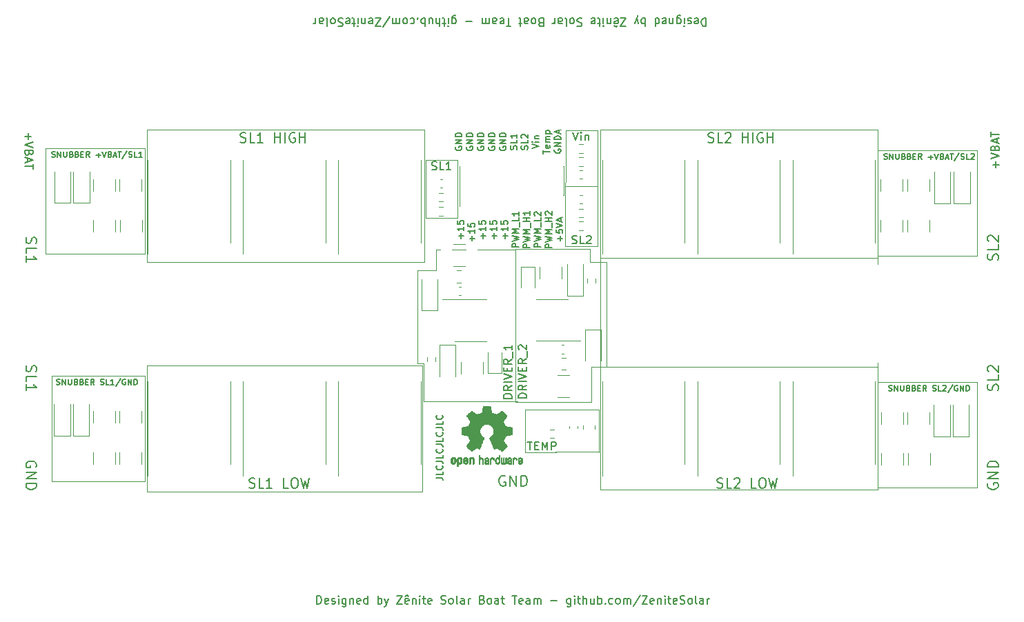
<source format=gto>
G04 #@! TF.GenerationSoftware,KiCad,Pcbnew,5.1.9*
G04 #@! TF.CreationDate,2021-04-13T11:23:46-03:00*
G04 #@! TF.ProjectId,Switches,53776974-6368-4657-932e-6b696361645f,rev?*
G04 #@! TF.SameCoordinates,Original*
G04 #@! TF.FileFunction,Legend,Top*
G04 #@! TF.FilePolarity,Positive*
%FSLAX46Y46*%
G04 Gerber Fmt 4.6, Leading zero omitted, Abs format (unit mm)*
G04 Created by KiCad (PCBNEW 5.1.9) date 2021-04-13 11:23:46*
%MOMM*%
%LPD*%
G01*
G04 APERTURE LIST*
%ADD10C,0.150000*%
%ADD11C,0.120000*%
%ADD12C,0.010000*%
%ADD13C,5.000000*%
%ADD14R,48.000000X12.000000*%
%ADD15R,120.000000X12.000000*%
%ADD16R,0.800000X2.800000*%
%ADD17C,0.100000*%
%ADD18R,1.100000X1.100000*%
%ADD19R,2.514000X3.200000*%
%ADD20R,0.450000X0.600000*%
%ADD21R,0.740000X2.400000*%
G04 APERTURE END LIST*
D10*
X186123809Y-65097619D02*
X186123809Y-66097619D01*
X185885714Y-66097619D01*
X185742857Y-66050000D01*
X185647619Y-65954761D01*
X185600000Y-65859523D01*
X185552380Y-65669047D01*
X185552380Y-65526190D01*
X185600000Y-65335714D01*
X185647619Y-65240476D01*
X185742857Y-65145238D01*
X185885714Y-65097619D01*
X186123809Y-65097619D01*
X184742857Y-65145238D02*
X184838095Y-65097619D01*
X185028571Y-65097619D01*
X185123809Y-65145238D01*
X185171428Y-65240476D01*
X185171428Y-65621428D01*
X185123809Y-65716666D01*
X185028571Y-65764285D01*
X184838095Y-65764285D01*
X184742857Y-65716666D01*
X184695238Y-65621428D01*
X184695238Y-65526190D01*
X185171428Y-65430952D01*
X184314285Y-65145238D02*
X184219047Y-65097619D01*
X184028571Y-65097619D01*
X183933333Y-65145238D01*
X183885714Y-65240476D01*
X183885714Y-65288095D01*
X183933333Y-65383333D01*
X184028571Y-65430952D01*
X184171428Y-65430952D01*
X184266666Y-65478571D01*
X184314285Y-65573809D01*
X184314285Y-65621428D01*
X184266666Y-65716666D01*
X184171428Y-65764285D01*
X184028571Y-65764285D01*
X183933333Y-65716666D01*
X183457142Y-65097619D02*
X183457142Y-65764285D01*
X183457142Y-66097619D02*
X183504761Y-66050000D01*
X183457142Y-66002380D01*
X183409523Y-66050000D01*
X183457142Y-66097619D01*
X183457142Y-66002380D01*
X182552380Y-65764285D02*
X182552380Y-64954761D01*
X182600000Y-64859523D01*
X182647619Y-64811904D01*
X182742857Y-64764285D01*
X182885714Y-64764285D01*
X182980952Y-64811904D01*
X182552380Y-65145238D02*
X182647619Y-65097619D01*
X182838095Y-65097619D01*
X182933333Y-65145238D01*
X182980952Y-65192857D01*
X183028571Y-65288095D01*
X183028571Y-65573809D01*
X182980952Y-65669047D01*
X182933333Y-65716666D01*
X182838095Y-65764285D01*
X182647619Y-65764285D01*
X182552380Y-65716666D01*
X182076190Y-65764285D02*
X182076190Y-65097619D01*
X182076190Y-65669047D02*
X182028571Y-65716666D01*
X181933333Y-65764285D01*
X181790476Y-65764285D01*
X181695238Y-65716666D01*
X181647619Y-65621428D01*
X181647619Y-65097619D01*
X180790476Y-65145238D02*
X180885714Y-65097619D01*
X181076190Y-65097619D01*
X181171428Y-65145238D01*
X181219047Y-65240476D01*
X181219047Y-65621428D01*
X181171428Y-65716666D01*
X181076190Y-65764285D01*
X180885714Y-65764285D01*
X180790476Y-65716666D01*
X180742857Y-65621428D01*
X180742857Y-65526190D01*
X181219047Y-65430952D01*
X179885714Y-65097619D02*
X179885714Y-66097619D01*
X179885714Y-65145238D02*
X179980952Y-65097619D01*
X180171428Y-65097619D01*
X180266666Y-65145238D01*
X180314285Y-65192857D01*
X180361904Y-65288095D01*
X180361904Y-65573809D01*
X180314285Y-65669047D01*
X180266666Y-65716666D01*
X180171428Y-65764285D01*
X179980952Y-65764285D01*
X179885714Y-65716666D01*
X178647619Y-65097619D02*
X178647619Y-66097619D01*
X178647619Y-65716666D02*
X178552380Y-65764285D01*
X178361904Y-65764285D01*
X178266666Y-65716666D01*
X178219047Y-65669047D01*
X178171428Y-65573809D01*
X178171428Y-65288095D01*
X178219047Y-65192857D01*
X178266666Y-65145238D01*
X178361904Y-65097619D01*
X178552380Y-65097619D01*
X178647619Y-65145238D01*
X177838095Y-65764285D02*
X177600000Y-65097619D01*
X177361904Y-65764285D02*
X177600000Y-65097619D01*
X177695238Y-64859523D01*
X177742857Y-64811904D01*
X177838095Y-64764285D01*
X176314285Y-66097619D02*
X175647619Y-66097619D01*
X176314285Y-65097619D01*
X175647619Y-65097619D01*
X174885714Y-65145238D02*
X174980952Y-65097619D01*
X175171428Y-65097619D01*
X175266666Y-65145238D01*
X175314285Y-65240476D01*
X175314285Y-65621428D01*
X175266666Y-65716666D01*
X175171428Y-65764285D01*
X174980952Y-65764285D01*
X174885714Y-65716666D01*
X174838095Y-65621428D01*
X174838095Y-65526190D01*
X175314285Y-65430952D01*
X175266666Y-66002380D02*
X175076190Y-66145238D01*
X174885714Y-66002380D01*
X174409523Y-65764285D02*
X174409523Y-65097619D01*
X174409523Y-65669047D02*
X174361904Y-65716666D01*
X174266666Y-65764285D01*
X174123809Y-65764285D01*
X174028571Y-65716666D01*
X173980952Y-65621428D01*
X173980952Y-65097619D01*
X173504761Y-65097619D02*
X173504761Y-65764285D01*
X173504761Y-66097619D02*
X173552380Y-66050000D01*
X173504761Y-66002380D01*
X173457142Y-66050000D01*
X173504761Y-66097619D01*
X173504761Y-66002380D01*
X173171428Y-65764285D02*
X172790476Y-65764285D01*
X173028571Y-66097619D02*
X173028571Y-65240476D01*
X172980952Y-65145238D01*
X172885714Y-65097619D01*
X172790476Y-65097619D01*
X172076190Y-65145238D02*
X172171428Y-65097619D01*
X172361904Y-65097619D01*
X172457142Y-65145238D01*
X172504761Y-65240476D01*
X172504761Y-65621428D01*
X172457142Y-65716666D01*
X172361904Y-65764285D01*
X172171428Y-65764285D01*
X172076190Y-65716666D01*
X172028571Y-65621428D01*
X172028571Y-65526190D01*
X172504761Y-65430952D01*
X170885714Y-65145238D02*
X170742857Y-65097619D01*
X170504761Y-65097619D01*
X170409523Y-65145238D01*
X170361904Y-65192857D01*
X170314285Y-65288095D01*
X170314285Y-65383333D01*
X170361904Y-65478571D01*
X170409523Y-65526190D01*
X170504761Y-65573809D01*
X170695238Y-65621428D01*
X170790476Y-65669047D01*
X170838095Y-65716666D01*
X170885714Y-65811904D01*
X170885714Y-65907142D01*
X170838095Y-66002380D01*
X170790476Y-66050000D01*
X170695238Y-66097619D01*
X170457142Y-66097619D01*
X170314285Y-66050000D01*
X169742857Y-65097619D02*
X169838095Y-65145238D01*
X169885714Y-65192857D01*
X169933333Y-65288095D01*
X169933333Y-65573809D01*
X169885714Y-65669047D01*
X169838095Y-65716666D01*
X169742857Y-65764285D01*
X169600000Y-65764285D01*
X169504761Y-65716666D01*
X169457142Y-65669047D01*
X169409523Y-65573809D01*
X169409523Y-65288095D01*
X169457142Y-65192857D01*
X169504761Y-65145238D01*
X169600000Y-65097619D01*
X169742857Y-65097619D01*
X168838095Y-65097619D02*
X168933333Y-65145238D01*
X168980952Y-65240476D01*
X168980952Y-66097619D01*
X168028571Y-65097619D02*
X168028571Y-65621428D01*
X168076190Y-65716666D01*
X168171428Y-65764285D01*
X168361904Y-65764285D01*
X168457142Y-65716666D01*
X168028571Y-65145238D02*
X168123809Y-65097619D01*
X168361904Y-65097619D01*
X168457142Y-65145238D01*
X168504761Y-65240476D01*
X168504761Y-65335714D01*
X168457142Y-65430952D01*
X168361904Y-65478571D01*
X168123809Y-65478571D01*
X168028571Y-65526190D01*
X167552380Y-65097619D02*
X167552380Y-65764285D01*
X167552380Y-65573809D02*
X167504761Y-65669047D01*
X167457142Y-65716666D01*
X167361904Y-65764285D01*
X167266666Y-65764285D01*
X165838095Y-65621428D02*
X165695238Y-65573809D01*
X165647619Y-65526190D01*
X165600000Y-65430952D01*
X165600000Y-65288095D01*
X165647619Y-65192857D01*
X165695238Y-65145238D01*
X165790476Y-65097619D01*
X166171428Y-65097619D01*
X166171428Y-66097619D01*
X165838095Y-66097619D01*
X165742857Y-66050000D01*
X165695238Y-66002380D01*
X165647619Y-65907142D01*
X165647619Y-65811904D01*
X165695238Y-65716666D01*
X165742857Y-65669047D01*
X165838095Y-65621428D01*
X166171428Y-65621428D01*
X165028571Y-65097619D02*
X165123809Y-65145238D01*
X165171428Y-65192857D01*
X165219047Y-65288095D01*
X165219047Y-65573809D01*
X165171428Y-65669047D01*
X165123809Y-65716666D01*
X165028571Y-65764285D01*
X164885714Y-65764285D01*
X164790476Y-65716666D01*
X164742857Y-65669047D01*
X164695238Y-65573809D01*
X164695238Y-65288095D01*
X164742857Y-65192857D01*
X164790476Y-65145238D01*
X164885714Y-65097619D01*
X165028571Y-65097619D01*
X163838095Y-65097619D02*
X163838095Y-65621428D01*
X163885714Y-65716666D01*
X163980952Y-65764285D01*
X164171428Y-65764285D01*
X164266666Y-65716666D01*
X163838095Y-65145238D02*
X163933333Y-65097619D01*
X164171428Y-65097619D01*
X164266666Y-65145238D01*
X164314285Y-65240476D01*
X164314285Y-65335714D01*
X164266666Y-65430952D01*
X164171428Y-65478571D01*
X163933333Y-65478571D01*
X163838095Y-65526190D01*
X163504761Y-65764285D02*
X163123809Y-65764285D01*
X163361904Y-66097619D02*
X163361904Y-65240476D01*
X163314285Y-65145238D01*
X163219047Y-65097619D01*
X163123809Y-65097619D01*
X162171428Y-66097619D02*
X161600000Y-66097619D01*
X161885714Y-65097619D02*
X161885714Y-66097619D01*
X160885714Y-65145238D02*
X160980952Y-65097619D01*
X161171428Y-65097619D01*
X161266666Y-65145238D01*
X161314285Y-65240476D01*
X161314285Y-65621428D01*
X161266666Y-65716666D01*
X161171428Y-65764285D01*
X160980952Y-65764285D01*
X160885714Y-65716666D01*
X160838095Y-65621428D01*
X160838095Y-65526190D01*
X161314285Y-65430952D01*
X159980952Y-65097619D02*
X159980952Y-65621428D01*
X160028571Y-65716666D01*
X160123809Y-65764285D01*
X160314285Y-65764285D01*
X160409523Y-65716666D01*
X159980952Y-65145238D02*
X160076190Y-65097619D01*
X160314285Y-65097619D01*
X160409523Y-65145238D01*
X160457142Y-65240476D01*
X160457142Y-65335714D01*
X160409523Y-65430952D01*
X160314285Y-65478571D01*
X160076190Y-65478571D01*
X159980952Y-65526190D01*
X159504761Y-65097619D02*
X159504761Y-65764285D01*
X159504761Y-65669047D02*
X159457142Y-65716666D01*
X159361904Y-65764285D01*
X159219047Y-65764285D01*
X159123809Y-65716666D01*
X159076190Y-65621428D01*
X159076190Y-65097619D01*
X159076190Y-65621428D02*
X159028571Y-65716666D01*
X158933333Y-65764285D01*
X158790476Y-65764285D01*
X158695238Y-65716666D01*
X158647619Y-65621428D01*
X158647619Y-65097619D01*
X157409523Y-65478571D02*
X156647619Y-65478571D01*
X154980952Y-65764285D02*
X154980952Y-64954761D01*
X155028571Y-64859523D01*
X155076190Y-64811904D01*
X155171428Y-64764285D01*
X155314285Y-64764285D01*
X155409523Y-64811904D01*
X154980952Y-65145238D02*
X155076190Y-65097619D01*
X155266666Y-65097619D01*
X155361904Y-65145238D01*
X155409523Y-65192857D01*
X155457142Y-65288095D01*
X155457142Y-65573809D01*
X155409523Y-65669047D01*
X155361904Y-65716666D01*
X155266666Y-65764285D01*
X155076190Y-65764285D01*
X154980952Y-65716666D01*
X154504761Y-65097619D02*
X154504761Y-65764285D01*
X154504761Y-66097619D02*
X154552380Y-66050000D01*
X154504761Y-66002380D01*
X154457142Y-66050000D01*
X154504761Y-66097619D01*
X154504761Y-66002380D01*
X154171428Y-65764285D02*
X153790476Y-65764285D01*
X154028571Y-66097619D02*
X154028571Y-65240476D01*
X153980952Y-65145238D01*
X153885714Y-65097619D01*
X153790476Y-65097619D01*
X153457142Y-65097619D02*
X153457142Y-66097619D01*
X153028571Y-65097619D02*
X153028571Y-65621428D01*
X153076190Y-65716666D01*
X153171428Y-65764285D01*
X153314285Y-65764285D01*
X153409523Y-65716666D01*
X153457142Y-65669047D01*
X152123809Y-65764285D02*
X152123809Y-65097619D01*
X152552380Y-65764285D02*
X152552380Y-65240476D01*
X152504761Y-65145238D01*
X152409523Y-65097619D01*
X152266666Y-65097619D01*
X152171428Y-65145238D01*
X152123809Y-65192857D01*
X151647619Y-65097619D02*
X151647619Y-66097619D01*
X151647619Y-65716666D02*
X151552380Y-65764285D01*
X151361904Y-65764285D01*
X151266666Y-65716666D01*
X151219047Y-65669047D01*
X151171428Y-65573809D01*
X151171428Y-65288095D01*
X151219047Y-65192857D01*
X151266666Y-65145238D01*
X151361904Y-65097619D01*
X151552380Y-65097619D01*
X151647619Y-65145238D01*
X150742857Y-65192857D02*
X150695238Y-65145238D01*
X150742857Y-65097619D01*
X150790476Y-65145238D01*
X150742857Y-65192857D01*
X150742857Y-65097619D01*
X149838095Y-65145238D02*
X149933333Y-65097619D01*
X150123809Y-65097619D01*
X150219047Y-65145238D01*
X150266666Y-65192857D01*
X150314285Y-65288095D01*
X150314285Y-65573809D01*
X150266666Y-65669047D01*
X150219047Y-65716666D01*
X150123809Y-65764285D01*
X149933333Y-65764285D01*
X149838095Y-65716666D01*
X149266666Y-65097619D02*
X149361904Y-65145238D01*
X149409523Y-65192857D01*
X149457142Y-65288095D01*
X149457142Y-65573809D01*
X149409523Y-65669047D01*
X149361904Y-65716666D01*
X149266666Y-65764285D01*
X149123809Y-65764285D01*
X149028571Y-65716666D01*
X148980952Y-65669047D01*
X148933333Y-65573809D01*
X148933333Y-65288095D01*
X148980952Y-65192857D01*
X149028571Y-65145238D01*
X149123809Y-65097619D01*
X149266666Y-65097619D01*
X148504761Y-65097619D02*
X148504761Y-65764285D01*
X148504761Y-65669047D02*
X148457142Y-65716666D01*
X148361904Y-65764285D01*
X148219047Y-65764285D01*
X148123809Y-65716666D01*
X148076190Y-65621428D01*
X148076190Y-65097619D01*
X148076190Y-65621428D02*
X148028571Y-65716666D01*
X147933333Y-65764285D01*
X147790476Y-65764285D01*
X147695238Y-65716666D01*
X147647619Y-65621428D01*
X147647619Y-65097619D01*
X146457142Y-66145238D02*
X147314285Y-64859523D01*
X146219047Y-66097619D02*
X145552380Y-66097619D01*
X146219047Y-65097619D01*
X145552380Y-65097619D01*
X144790476Y-65145238D02*
X144885714Y-65097619D01*
X145076190Y-65097619D01*
X145171428Y-65145238D01*
X145219047Y-65240476D01*
X145219047Y-65621428D01*
X145171428Y-65716666D01*
X145076190Y-65764285D01*
X144885714Y-65764285D01*
X144790476Y-65716666D01*
X144742857Y-65621428D01*
X144742857Y-65526190D01*
X145219047Y-65430952D01*
X144314285Y-65764285D02*
X144314285Y-65097619D01*
X144314285Y-65669047D02*
X144266666Y-65716666D01*
X144171428Y-65764285D01*
X144028571Y-65764285D01*
X143933333Y-65716666D01*
X143885714Y-65621428D01*
X143885714Y-65097619D01*
X143409523Y-65097619D02*
X143409523Y-65764285D01*
X143409523Y-66097619D02*
X143457142Y-66050000D01*
X143409523Y-66002380D01*
X143361904Y-66050000D01*
X143409523Y-66097619D01*
X143409523Y-66002380D01*
X143076190Y-65764285D02*
X142695238Y-65764285D01*
X142933333Y-66097619D02*
X142933333Y-65240476D01*
X142885714Y-65145238D01*
X142790476Y-65097619D01*
X142695238Y-65097619D01*
X141980952Y-65145238D02*
X142076190Y-65097619D01*
X142266666Y-65097619D01*
X142361904Y-65145238D01*
X142409523Y-65240476D01*
X142409523Y-65621428D01*
X142361904Y-65716666D01*
X142266666Y-65764285D01*
X142076190Y-65764285D01*
X141980952Y-65716666D01*
X141933333Y-65621428D01*
X141933333Y-65526190D01*
X142409523Y-65430952D01*
X141552380Y-65145238D02*
X141409523Y-65097619D01*
X141171428Y-65097619D01*
X141076190Y-65145238D01*
X141028571Y-65192857D01*
X140980952Y-65288095D01*
X140980952Y-65383333D01*
X141028571Y-65478571D01*
X141076190Y-65526190D01*
X141171428Y-65573809D01*
X141361904Y-65621428D01*
X141457142Y-65669047D01*
X141504761Y-65716666D01*
X141552380Y-65811904D01*
X141552380Y-65907142D01*
X141504761Y-66002380D01*
X141457142Y-66050000D01*
X141361904Y-66097619D01*
X141123809Y-66097619D01*
X140980952Y-66050000D01*
X140409523Y-65097619D02*
X140504761Y-65145238D01*
X140552380Y-65192857D01*
X140600000Y-65288095D01*
X140600000Y-65573809D01*
X140552380Y-65669047D01*
X140504761Y-65716666D01*
X140409523Y-65764285D01*
X140266666Y-65764285D01*
X140171428Y-65716666D01*
X140123809Y-65669047D01*
X140076190Y-65573809D01*
X140076190Y-65288095D01*
X140123809Y-65192857D01*
X140171428Y-65145238D01*
X140266666Y-65097619D01*
X140409523Y-65097619D01*
X139504761Y-65097619D02*
X139600000Y-65145238D01*
X139647619Y-65240476D01*
X139647619Y-66097619D01*
X138695238Y-65097619D02*
X138695238Y-65621428D01*
X138742857Y-65716666D01*
X138838095Y-65764285D01*
X139028571Y-65764285D01*
X139123809Y-65716666D01*
X138695238Y-65145238D02*
X138790476Y-65097619D01*
X139028571Y-65097619D01*
X139123809Y-65145238D01*
X139171428Y-65240476D01*
X139171428Y-65335714D01*
X139123809Y-65430952D01*
X139028571Y-65478571D01*
X138790476Y-65478571D01*
X138695238Y-65526190D01*
X138219047Y-65097619D02*
X138219047Y-65764285D01*
X138219047Y-65573809D02*
X138171428Y-65669047D01*
X138123809Y-65716666D01*
X138028571Y-65764285D01*
X137933333Y-65764285D01*
X138376190Y-137002380D02*
X138376190Y-136002380D01*
X138614285Y-136002380D01*
X138757142Y-136050000D01*
X138852380Y-136145238D01*
X138900000Y-136240476D01*
X138947619Y-136430952D01*
X138947619Y-136573809D01*
X138900000Y-136764285D01*
X138852380Y-136859523D01*
X138757142Y-136954761D01*
X138614285Y-137002380D01*
X138376190Y-137002380D01*
X139757142Y-136954761D02*
X139661904Y-137002380D01*
X139471428Y-137002380D01*
X139376190Y-136954761D01*
X139328571Y-136859523D01*
X139328571Y-136478571D01*
X139376190Y-136383333D01*
X139471428Y-136335714D01*
X139661904Y-136335714D01*
X139757142Y-136383333D01*
X139804761Y-136478571D01*
X139804761Y-136573809D01*
X139328571Y-136669047D01*
X140185714Y-136954761D02*
X140280952Y-137002380D01*
X140471428Y-137002380D01*
X140566666Y-136954761D01*
X140614285Y-136859523D01*
X140614285Y-136811904D01*
X140566666Y-136716666D01*
X140471428Y-136669047D01*
X140328571Y-136669047D01*
X140233333Y-136621428D01*
X140185714Y-136526190D01*
X140185714Y-136478571D01*
X140233333Y-136383333D01*
X140328571Y-136335714D01*
X140471428Y-136335714D01*
X140566666Y-136383333D01*
X141042857Y-137002380D02*
X141042857Y-136335714D01*
X141042857Y-136002380D02*
X140995238Y-136050000D01*
X141042857Y-136097619D01*
X141090476Y-136050000D01*
X141042857Y-136002380D01*
X141042857Y-136097619D01*
X141947619Y-136335714D02*
X141947619Y-137145238D01*
X141900000Y-137240476D01*
X141852380Y-137288095D01*
X141757142Y-137335714D01*
X141614285Y-137335714D01*
X141519047Y-137288095D01*
X141947619Y-136954761D02*
X141852380Y-137002380D01*
X141661904Y-137002380D01*
X141566666Y-136954761D01*
X141519047Y-136907142D01*
X141471428Y-136811904D01*
X141471428Y-136526190D01*
X141519047Y-136430952D01*
X141566666Y-136383333D01*
X141661904Y-136335714D01*
X141852380Y-136335714D01*
X141947619Y-136383333D01*
X142423809Y-136335714D02*
X142423809Y-137002380D01*
X142423809Y-136430952D02*
X142471428Y-136383333D01*
X142566666Y-136335714D01*
X142709523Y-136335714D01*
X142804761Y-136383333D01*
X142852380Y-136478571D01*
X142852380Y-137002380D01*
X143709523Y-136954761D02*
X143614285Y-137002380D01*
X143423809Y-137002380D01*
X143328571Y-136954761D01*
X143280952Y-136859523D01*
X143280952Y-136478571D01*
X143328571Y-136383333D01*
X143423809Y-136335714D01*
X143614285Y-136335714D01*
X143709523Y-136383333D01*
X143757142Y-136478571D01*
X143757142Y-136573809D01*
X143280952Y-136669047D01*
X144614285Y-137002380D02*
X144614285Y-136002380D01*
X144614285Y-136954761D02*
X144519047Y-137002380D01*
X144328571Y-137002380D01*
X144233333Y-136954761D01*
X144185714Y-136907142D01*
X144138095Y-136811904D01*
X144138095Y-136526190D01*
X144185714Y-136430952D01*
X144233333Y-136383333D01*
X144328571Y-136335714D01*
X144519047Y-136335714D01*
X144614285Y-136383333D01*
X145852380Y-137002380D02*
X145852380Y-136002380D01*
X145852380Y-136383333D02*
X145947619Y-136335714D01*
X146138095Y-136335714D01*
X146233333Y-136383333D01*
X146280952Y-136430952D01*
X146328571Y-136526190D01*
X146328571Y-136811904D01*
X146280952Y-136907142D01*
X146233333Y-136954761D01*
X146138095Y-137002380D01*
X145947619Y-137002380D01*
X145852380Y-136954761D01*
X146661904Y-136335714D02*
X146900000Y-137002380D01*
X147138095Y-136335714D02*
X146900000Y-137002380D01*
X146804761Y-137240476D01*
X146757142Y-137288095D01*
X146661904Y-137335714D01*
X148185714Y-136002380D02*
X148852380Y-136002380D01*
X148185714Y-137002380D01*
X148852380Y-137002380D01*
X149614285Y-136954761D02*
X149519047Y-137002380D01*
X149328571Y-137002380D01*
X149233333Y-136954761D01*
X149185714Y-136859523D01*
X149185714Y-136478571D01*
X149233333Y-136383333D01*
X149328571Y-136335714D01*
X149519047Y-136335714D01*
X149614285Y-136383333D01*
X149661904Y-136478571D01*
X149661904Y-136573809D01*
X149185714Y-136669047D01*
X149233333Y-136097619D02*
X149423809Y-135954761D01*
X149614285Y-136097619D01*
X150090476Y-136335714D02*
X150090476Y-137002380D01*
X150090476Y-136430952D02*
X150138095Y-136383333D01*
X150233333Y-136335714D01*
X150376190Y-136335714D01*
X150471428Y-136383333D01*
X150519047Y-136478571D01*
X150519047Y-137002380D01*
X150995238Y-137002380D02*
X150995238Y-136335714D01*
X150995238Y-136002380D02*
X150947619Y-136050000D01*
X150995238Y-136097619D01*
X151042857Y-136050000D01*
X150995238Y-136002380D01*
X150995238Y-136097619D01*
X151328571Y-136335714D02*
X151709523Y-136335714D01*
X151471428Y-136002380D02*
X151471428Y-136859523D01*
X151519047Y-136954761D01*
X151614285Y-137002380D01*
X151709523Y-137002380D01*
X152423809Y-136954761D02*
X152328571Y-137002380D01*
X152138095Y-137002380D01*
X152042857Y-136954761D01*
X151995238Y-136859523D01*
X151995238Y-136478571D01*
X152042857Y-136383333D01*
X152138095Y-136335714D01*
X152328571Y-136335714D01*
X152423809Y-136383333D01*
X152471428Y-136478571D01*
X152471428Y-136573809D01*
X151995238Y-136669047D01*
X153614285Y-136954761D02*
X153757142Y-137002380D01*
X153995238Y-137002380D01*
X154090476Y-136954761D01*
X154138095Y-136907142D01*
X154185714Y-136811904D01*
X154185714Y-136716666D01*
X154138095Y-136621428D01*
X154090476Y-136573809D01*
X153995238Y-136526190D01*
X153804761Y-136478571D01*
X153709523Y-136430952D01*
X153661904Y-136383333D01*
X153614285Y-136288095D01*
X153614285Y-136192857D01*
X153661904Y-136097619D01*
X153709523Y-136050000D01*
X153804761Y-136002380D01*
X154042857Y-136002380D01*
X154185714Y-136050000D01*
X154757142Y-137002380D02*
X154661904Y-136954761D01*
X154614285Y-136907142D01*
X154566666Y-136811904D01*
X154566666Y-136526190D01*
X154614285Y-136430952D01*
X154661904Y-136383333D01*
X154757142Y-136335714D01*
X154899999Y-136335714D01*
X154995238Y-136383333D01*
X155042857Y-136430952D01*
X155090476Y-136526190D01*
X155090476Y-136811904D01*
X155042857Y-136907142D01*
X154995238Y-136954761D01*
X154899999Y-137002380D01*
X154757142Y-137002380D01*
X155661904Y-137002380D02*
X155566666Y-136954761D01*
X155519047Y-136859523D01*
X155519047Y-136002380D01*
X156471428Y-137002380D02*
X156471428Y-136478571D01*
X156423809Y-136383333D01*
X156328571Y-136335714D01*
X156138095Y-136335714D01*
X156042857Y-136383333D01*
X156471428Y-136954761D02*
X156376190Y-137002380D01*
X156138095Y-137002380D01*
X156042857Y-136954761D01*
X155995238Y-136859523D01*
X155995238Y-136764285D01*
X156042857Y-136669047D01*
X156138095Y-136621428D01*
X156376190Y-136621428D01*
X156471428Y-136573809D01*
X156947619Y-137002380D02*
X156947619Y-136335714D01*
X156947619Y-136526190D02*
X156995238Y-136430952D01*
X157042857Y-136383333D01*
X157138095Y-136335714D01*
X157233333Y-136335714D01*
X158661904Y-136478571D02*
X158804761Y-136526190D01*
X158852380Y-136573809D01*
X158899999Y-136669047D01*
X158899999Y-136811904D01*
X158852380Y-136907142D01*
X158804761Y-136954761D01*
X158709523Y-137002380D01*
X158328571Y-137002380D01*
X158328571Y-136002380D01*
X158661904Y-136002380D01*
X158757142Y-136050000D01*
X158804761Y-136097619D01*
X158852380Y-136192857D01*
X158852380Y-136288095D01*
X158804761Y-136383333D01*
X158757142Y-136430952D01*
X158661904Y-136478571D01*
X158328571Y-136478571D01*
X159471428Y-137002380D02*
X159376190Y-136954761D01*
X159328571Y-136907142D01*
X159280952Y-136811904D01*
X159280952Y-136526190D01*
X159328571Y-136430952D01*
X159376190Y-136383333D01*
X159471428Y-136335714D01*
X159614285Y-136335714D01*
X159709523Y-136383333D01*
X159757142Y-136430952D01*
X159804761Y-136526190D01*
X159804761Y-136811904D01*
X159757142Y-136907142D01*
X159709523Y-136954761D01*
X159614285Y-137002380D01*
X159471428Y-137002380D01*
X160661904Y-137002380D02*
X160661904Y-136478571D01*
X160614285Y-136383333D01*
X160519047Y-136335714D01*
X160328571Y-136335714D01*
X160233333Y-136383333D01*
X160661904Y-136954761D02*
X160566666Y-137002380D01*
X160328571Y-137002380D01*
X160233333Y-136954761D01*
X160185714Y-136859523D01*
X160185714Y-136764285D01*
X160233333Y-136669047D01*
X160328571Y-136621428D01*
X160566666Y-136621428D01*
X160661904Y-136573809D01*
X160995238Y-136335714D02*
X161376190Y-136335714D01*
X161138095Y-136002380D02*
X161138095Y-136859523D01*
X161185714Y-136954761D01*
X161280952Y-137002380D01*
X161376190Y-137002380D01*
X162328571Y-136002380D02*
X162899999Y-136002380D01*
X162614285Y-137002380D02*
X162614285Y-136002380D01*
X163614285Y-136954761D02*
X163519047Y-137002380D01*
X163328571Y-137002380D01*
X163233333Y-136954761D01*
X163185714Y-136859523D01*
X163185714Y-136478571D01*
X163233333Y-136383333D01*
X163328571Y-136335714D01*
X163519047Y-136335714D01*
X163614285Y-136383333D01*
X163661904Y-136478571D01*
X163661904Y-136573809D01*
X163185714Y-136669047D01*
X164519047Y-137002380D02*
X164519047Y-136478571D01*
X164471428Y-136383333D01*
X164376190Y-136335714D01*
X164185714Y-136335714D01*
X164090476Y-136383333D01*
X164519047Y-136954761D02*
X164423809Y-137002380D01*
X164185714Y-137002380D01*
X164090476Y-136954761D01*
X164042857Y-136859523D01*
X164042857Y-136764285D01*
X164090476Y-136669047D01*
X164185714Y-136621428D01*
X164423809Y-136621428D01*
X164519047Y-136573809D01*
X164995238Y-137002380D02*
X164995238Y-136335714D01*
X164995238Y-136430952D02*
X165042857Y-136383333D01*
X165138095Y-136335714D01*
X165280952Y-136335714D01*
X165376190Y-136383333D01*
X165423809Y-136478571D01*
X165423809Y-137002380D01*
X165423809Y-136478571D02*
X165471428Y-136383333D01*
X165566666Y-136335714D01*
X165709523Y-136335714D01*
X165804761Y-136383333D01*
X165852380Y-136478571D01*
X165852380Y-137002380D01*
X167090476Y-136621428D02*
X167852380Y-136621428D01*
X169519047Y-136335714D02*
X169519047Y-137145238D01*
X169471428Y-137240476D01*
X169423809Y-137288095D01*
X169328571Y-137335714D01*
X169185714Y-137335714D01*
X169090476Y-137288095D01*
X169519047Y-136954761D02*
X169423809Y-137002380D01*
X169233333Y-137002380D01*
X169138095Y-136954761D01*
X169090476Y-136907142D01*
X169042857Y-136811904D01*
X169042857Y-136526190D01*
X169090476Y-136430952D01*
X169138095Y-136383333D01*
X169233333Y-136335714D01*
X169423809Y-136335714D01*
X169519047Y-136383333D01*
X169995238Y-137002380D02*
X169995238Y-136335714D01*
X169995238Y-136002380D02*
X169947619Y-136050000D01*
X169995238Y-136097619D01*
X170042857Y-136050000D01*
X169995238Y-136002380D01*
X169995238Y-136097619D01*
X170328571Y-136335714D02*
X170709523Y-136335714D01*
X170471428Y-136002380D02*
X170471428Y-136859523D01*
X170519047Y-136954761D01*
X170614285Y-137002380D01*
X170709523Y-137002380D01*
X171042857Y-137002380D02*
X171042857Y-136002380D01*
X171471428Y-137002380D02*
X171471428Y-136478571D01*
X171423809Y-136383333D01*
X171328571Y-136335714D01*
X171185714Y-136335714D01*
X171090476Y-136383333D01*
X171042857Y-136430952D01*
X172376190Y-136335714D02*
X172376190Y-137002380D01*
X171947619Y-136335714D02*
X171947619Y-136859523D01*
X171995238Y-136954761D01*
X172090476Y-137002380D01*
X172233333Y-137002380D01*
X172328571Y-136954761D01*
X172376190Y-136907142D01*
X172852380Y-137002380D02*
X172852380Y-136002380D01*
X172852380Y-136383333D02*
X172947619Y-136335714D01*
X173138095Y-136335714D01*
X173233333Y-136383333D01*
X173280952Y-136430952D01*
X173328571Y-136526190D01*
X173328571Y-136811904D01*
X173280952Y-136907142D01*
X173233333Y-136954761D01*
X173138095Y-137002380D01*
X172947619Y-137002380D01*
X172852380Y-136954761D01*
X173757142Y-136907142D02*
X173804761Y-136954761D01*
X173757142Y-137002380D01*
X173709523Y-136954761D01*
X173757142Y-136907142D01*
X173757142Y-137002380D01*
X174661904Y-136954761D02*
X174566666Y-137002380D01*
X174376190Y-137002380D01*
X174280952Y-136954761D01*
X174233333Y-136907142D01*
X174185714Y-136811904D01*
X174185714Y-136526190D01*
X174233333Y-136430952D01*
X174280952Y-136383333D01*
X174376190Y-136335714D01*
X174566666Y-136335714D01*
X174661904Y-136383333D01*
X175233333Y-137002380D02*
X175138095Y-136954761D01*
X175090476Y-136907142D01*
X175042857Y-136811904D01*
X175042857Y-136526190D01*
X175090476Y-136430952D01*
X175138095Y-136383333D01*
X175233333Y-136335714D01*
X175376190Y-136335714D01*
X175471428Y-136383333D01*
X175519047Y-136430952D01*
X175566666Y-136526190D01*
X175566666Y-136811904D01*
X175519047Y-136907142D01*
X175471428Y-136954761D01*
X175376190Y-137002380D01*
X175233333Y-137002380D01*
X175995238Y-137002380D02*
X175995238Y-136335714D01*
X175995238Y-136430952D02*
X176042857Y-136383333D01*
X176138095Y-136335714D01*
X176280952Y-136335714D01*
X176376190Y-136383333D01*
X176423809Y-136478571D01*
X176423809Y-137002380D01*
X176423809Y-136478571D02*
X176471428Y-136383333D01*
X176566666Y-136335714D01*
X176709523Y-136335714D01*
X176804761Y-136383333D01*
X176852380Y-136478571D01*
X176852380Y-137002380D01*
X178042857Y-135954761D02*
X177185714Y-137240476D01*
X178280952Y-136002380D02*
X178947619Y-136002380D01*
X178280952Y-137002380D01*
X178947619Y-137002380D01*
X179709523Y-136954761D02*
X179614285Y-137002380D01*
X179423809Y-137002380D01*
X179328571Y-136954761D01*
X179280952Y-136859523D01*
X179280952Y-136478571D01*
X179328571Y-136383333D01*
X179423809Y-136335714D01*
X179614285Y-136335714D01*
X179709523Y-136383333D01*
X179757142Y-136478571D01*
X179757142Y-136573809D01*
X179280952Y-136669047D01*
X180185714Y-136335714D02*
X180185714Y-137002380D01*
X180185714Y-136430952D02*
X180233333Y-136383333D01*
X180328571Y-136335714D01*
X180471428Y-136335714D01*
X180566666Y-136383333D01*
X180614285Y-136478571D01*
X180614285Y-137002380D01*
X181090476Y-137002380D02*
X181090476Y-136335714D01*
X181090476Y-136002380D02*
X181042857Y-136050000D01*
X181090476Y-136097619D01*
X181138095Y-136050000D01*
X181090476Y-136002380D01*
X181090476Y-136097619D01*
X181423809Y-136335714D02*
X181804761Y-136335714D01*
X181566666Y-136002380D02*
X181566666Y-136859523D01*
X181614285Y-136954761D01*
X181709523Y-137002380D01*
X181804761Y-137002380D01*
X182519047Y-136954761D02*
X182423809Y-137002380D01*
X182233333Y-137002380D01*
X182138095Y-136954761D01*
X182090476Y-136859523D01*
X182090476Y-136478571D01*
X182138095Y-136383333D01*
X182233333Y-136335714D01*
X182423809Y-136335714D01*
X182519047Y-136383333D01*
X182566666Y-136478571D01*
X182566666Y-136573809D01*
X182090476Y-136669047D01*
X182947619Y-136954761D02*
X183090476Y-137002380D01*
X183328571Y-137002380D01*
X183423809Y-136954761D01*
X183471428Y-136907142D01*
X183519047Y-136811904D01*
X183519047Y-136716666D01*
X183471428Y-136621428D01*
X183423809Y-136573809D01*
X183328571Y-136526190D01*
X183138095Y-136478571D01*
X183042857Y-136430952D01*
X182995238Y-136383333D01*
X182947619Y-136288095D01*
X182947619Y-136192857D01*
X182995238Y-136097619D01*
X183042857Y-136050000D01*
X183138095Y-136002380D01*
X183376190Y-136002380D01*
X183519047Y-136050000D01*
X184090476Y-137002380D02*
X183995238Y-136954761D01*
X183947619Y-136907142D01*
X183899999Y-136811904D01*
X183899999Y-136526190D01*
X183947619Y-136430952D01*
X183995238Y-136383333D01*
X184090476Y-136335714D01*
X184233333Y-136335714D01*
X184328571Y-136383333D01*
X184376190Y-136430952D01*
X184423809Y-136526190D01*
X184423809Y-136811904D01*
X184376190Y-136907142D01*
X184328571Y-136954761D01*
X184233333Y-137002380D01*
X184090476Y-137002380D01*
X184995238Y-137002380D02*
X184899999Y-136954761D01*
X184852380Y-136859523D01*
X184852380Y-136002380D01*
X185804761Y-137002380D02*
X185804761Y-136478571D01*
X185757142Y-136383333D01*
X185661904Y-136335714D01*
X185471428Y-136335714D01*
X185376190Y-136383333D01*
X185804761Y-136954761D02*
X185709523Y-137002380D01*
X185471428Y-137002380D01*
X185376190Y-136954761D01*
X185328571Y-136859523D01*
X185328571Y-136764285D01*
X185376190Y-136669047D01*
X185471428Y-136621428D01*
X185709523Y-136621428D01*
X185804761Y-136573809D01*
X186280952Y-137002380D02*
X186280952Y-136335714D01*
X186280952Y-136526190D02*
X186328571Y-136430952D01*
X186376190Y-136383333D01*
X186471428Y-136335714D01*
X186566666Y-136335714D01*
X153011904Y-121520238D02*
X153583333Y-121520238D01*
X153697619Y-121558333D01*
X153773809Y-121634523D01*
X153811904Y-121748809D01*
X153811904Y-121825000D01*
X153811904Y-120758333D02*
X153811904Y-121139285D01*
X153011904Y-121139285D01*
X153735714Y-120034523D02*
X153773809Y-120072619D01*
X153811904Y-120186904D01*
X153811904Y-120263095D01*
X153773809Y-120377380D01*
X153697619Y-120453571D01*
X153621428Y-120491666D01*
X153469047Y-120529761D01*
X153354761Y-120529761D01*
X153202380Y-120491666D01*
X153126190Y-120453571D01*
X153050000Y-120377380D01*
X153011904Y-120263095D01*
X153011904Y-120186904D01*
X153050000Y-120072619D01*
X153088095Y-120034523D01*
X153011904Y-119463095D02*
X153583333Y-119463095D01*
X153697619Y-119501190D01*
X153773809Y-119577380D01*
X153811904Y-119691666D01*
X153811904Y-119767857D01*
X153811904Y-118701190D02*
X153811904Y-119082142D01*
X153011904Y-119082142D01*
X153735714Y-117977380D02*
X153773809Y-118015476D01*
X153811904Y-118129761D01*
X153811904Y-118205952D01*
X153773809Y-118320238D01*
X153697619Y-118396428D01*
X153621428Y-118434523D01*
X153469047Y-118472619D01*
X153354761Y-118472619D01*
X153202380Y-118434523D01*
X153126190Y-118396428D01*
X153050000Y-118320238D01*
X153011904Y-118205952D01*
X153011904Y-118129761D01*
X153050000Y-118015476D01*
X153088095Y-117977380D01*
X153011904Y-117405952D02*
X153583333Y-117405952D01*
X153697619Y-117444047D01*
X153773809Y-117520238D01*
X153811904Y-117634523D01*
X153811904Y-117710714D01*
X153811904Y-116644047D02*
X153811904Y-117025000D01*
X153011904Y-117025000D01*
X153735714Y-115920238D02*
X153773809Y-115958333D01*
X153811904Y-116072619D01*
X153811904Y-116148809D01*
X153773809Y-116263095D01*
X153697619Y-116339285D01*
X153621428Y-116377380D01*
X153469047Y-116415476D01*
X153354761Y-116415476D01*
X153202380Y-116377380D01*
X153126190Y-116339285D01*
X153050000Y-116263095D01*
X153011904Y-116148809D01*
X153011904Y-116072619D01*
X153050000Y-115958333D01*
X153088095Y-115920238D01*
X153011904Y-115348809D02*
X153583333Y-115348809D01*
X153697619Y-115386904D01*
X153773809Y-115463095D01*
X153811904Y-115577380D01*
X153811904Y-115653571D01*
X153811904Y-114586904D02*
X153811904Y-114967857D01*
X153011904Y-114967857D01*
X153735714Y-113863095D02*
X153773809Y-113901190D01*
X153811904Y-114015476D01*
X153811904Y-114091666D01*
X153773809Y-114205952D01*
X153697619Y-114282142D01*
X153621428Y-114320238D01*
X153469047Y-114358333D01*
X153354761Y-114358333D01*
X153202380Y-114320238D01*
X153126190Y-114282142D01*
X153050000Y-114205952D01*
X153011904Y-114091666D01*
X153011904Y-114015476D01*
X153050000Y-113901190D01*
X153088095Y-113863095D01*
X103916000Y-120217523D02*
X103977904Y-120093714D01*
X103977904Y-119908000D01*
X103916000Y-119722285D01*
X103792190Y-119598476D01*
X103668380Y-119536571D01*
X103420761Y-119474666D01*
X103235047Y-119474666D01*
X102987428Y-119536571D01*
X102863619Y-119598476D01*
X102739809Y-119722285D01*
X102677904Y-119908000D01*
X102677904Y-120031809D01*
X102739809Y-120217523D01*
X102801714Y-120279428D01*
X103235047Y-120279428D01*
X103235047Y-120031809D01*
X102677904Y-120836571D02*
X103977904Y-120836571D01*
X102677904Y-121579428D01*
X103977904Y-121579428D01*
X102677904Y-122198476D02*
X103977904Y-122198476D01*
X103977904Y-122508000D01*
X103916000Y-122693714D01*
X103792190Y-122817523D01*
X103668380Y-122879428D01*
X103420761Y-122941333D01*
X103235047Y-122941333D01*
X102987428Y-122879428D01*
X102863619Y-122817523D01*
X102739809Y-122693714D01*
X102677904Y-122508000D01*
X102677904Y-122198476D01*
X102739809Y-107753333D02*
X102677904Y-107939047D01*
X102677904Y-108248571D01*
X102739809Y-108372380D01*
X102801714Y-108434285D01*
X102925523Y-108496190D01*
X103049333Y-108496190D01*
X103173142Y-108434285D01*
X103235047Y-108372380D01*
X103296952Y-108248571D01*
X103358857Y-108000952D01*
X103420761Y-107877142D01*
X103482666Y-107815238D01*
X103606476Y-107753333D01*
X103730285Y-107753333D01*
X103854095Y-107815238D01*
X103916000Y-107877142D01*
X103977904Y-108000952D01*
X103977904Y-108310476D01*
X103916000Y-108496190D01*
X102677904Y-109672380D02*
X102677904Y-109053333D01*
X103977904Y-109053333D01*
X102677904Y-110786666D02*
X102677904Y-110043809D01*
X102677904Y-110415238D02*
X103977904Y-110415238D01*
X103792190Y-110291428D01*
X103668380Y-110167619D01*
X103606476Y-110043809D01*
X220726000Y-122198476D02*
X220664095Y-122322285D01*
X220664095Y-122508000D01*
X220726000Y-122693714D01*
X220849809Y-122817523D01*
X220973619Y-122879428D01*
X221221238Y-122941333D01*
X221406952Y-122941333D01*
X221654571Y-122879428D01*
X221778380Y-122817523D01*
X221902190Y-122693714D01*
X221964095Y-122508000D01*
X221964095Y-122384190D01*
X221902190Y-122198476D01*
X221840285Y-122136571D01*
X221406952Y-122136571D01*
X221406952Y-122384190D01*
X221964095Y-121579428D02*
X220664095Y-121579428D01*
X221964095Y-120836571D01*
X220664095Y-120836571D01*
X221964095Y-120217523D02*
X220664095Y-120217523D01*
X220664095Y-119908000D01*
X220726000Y-119722285D01*
X220849809Y-119598476D01*
X220973619Y-119536571D01*
X221221238Y-119474666D01*
X221406952Y-119474666D01*
X221654571Y-119536571D01*
X221778380Y-119598476D01*
X221902190Y-119722285D01*
X221964095Y-119908000D01*
X221964095Y-120217523D01*
X221902190Y-110786666D02*
X221964095Y-110600952D01*
X221964095Y-110291428D01*
X221902190Y-110167619D01*
X221840285Y-110105714D01*
X221716476Y-110043809D01*
X221592666Y-110043809D01*
X221468857Y-110105714D01*
X221406952Y-110167619D01*
X221345047Y-110291428D01*
X221283142Y-110539047D01*
X221221238Y-110662857D01*
X221159333Y-110724761D01*
X221035523Y-110786666D01*
X220911714Y-110786666D01*
X220787904Y-110724761D01*
X220726000Y-110662857D01*
X220664095Y-110539047D01*
X220664095Y-110229523D01*
X220726000Y-110043809D01*
X221964095Y-108867619D02*
X221964095Y-109486666D01*
X220664095Y-109486666D01*
X220787904Y-108496190D02*
X220726000Y-108434285D01*
X220664095Y-108310476D01*
X220664095Y-108000952D01*
X220726000Y-107877142D01*
X220787904Y-107815238D01*
X220911714Y-107753333D01*
X221035523Y-107753333D01*
X221221238Y-107815238D01*
X221964095Y-108558095D01*
X221964095Y-107753333D01*
X221701428Y-83449047D02*
X221701428Y-82687142D01*
X222082380Y-83068095D02*
X221320476Y-83068095D01*
X221082380Y-82353809D02*
X222082380Y-82020476D01*
X221082380Y-81687142D01*
X221558571Y-81020476D02*
X221606190Y-80877619D01*
X221653809Y-80830000D01*
X221749047Y-80782380D01*
X221891904Y-80782380D01*
X221987142Y-80830000D01*
X222034761Y-80877619D01*
X222082380Y-80972857D01*
X222082380Y-81353809D01*
X221082380Y-81353809D01*
X221082380Y-81020476D01*
X221130000Y-80925238D01*
X221177619Y-80877619D01*
X221272857Y-80830000D01*
X221368095Y-80830000D01*
X221463333Y-80877619D01*
X221510952Y-80925238D01*
X221558571Y-81020476D01*
X221558571Y-81353809D01*
X221796666Y-80401428D02*
X221796666Y-79925238D01*
X222082380Y-80496666D02*
X221082380Y-80163333D01*
X222082380Y-79830000D01*
X221082380Y-79639523D02*
X221082380Y-79068095D01*
X222082380Y-79353809D02*
X221082380Y-79353809D01*
X102940571Y-79210952D02*
X102940571Y-79972857D01*
X102559619Y-79591904D02*
X103321523Y-79591904D01*
X103559619Y-80306190D02*
X102559619Y-80639523D01*
X103559619Y-80972857D01*
X103083428Y-81639523D02*
X103035809Y-81782380D01*
X102988190Y-81830000D01*
X102892952Y-81877619D01*
X102750095Y-81877619D01*
X102654857Y-81830000D01*
X102607238Y-81782380D01*
X102559619Y-81687142D01*
X102559619Y-81306190D01*
X103559619Y-81306190D01*
X103559619Y-81639523D01*
X103512000Y-81734761D01*
X103464380Y-81782380D01*
X103369142Y-81830000D01*
X103273904Y-81830000D01*
X103178666Y-81782380D01*
X103131047Y-81734761D01*
X103083428Y-81639523D01*
X103083428Y-81306190D01*
X102845333Y-82258571D02*
X102845333Y-82734761D01*
X102559619Y-82163333D02*
X103559619Y-82496666D01*
X102559619Y-82830000D01*
X103559619Y-83020476D02*
X103559619Y-83591904D01*
X102559619Y-83306190D02*
X103559619Y-83306190D01*
X221902190Y-94784666D02*
X221964095Y-94598952D01*
X221964095Y-94289428D01*
X221902190Y-94165619D01*
X221840285Y-94103714D01*
X221716476Y-94041809D01*
X221592666Y-94041809D01*
X221468857Y-94103714D01*
X221406952Y-94165619D01*
X221345047Y-94289428D01*
X221283142Y-94537047D01*
X221221238Y-94660857D01*
X221159333Y-94722761D01*
X221035523Y-94784666D01*
X220911714Y-94784666D01*
X220787904Y-94722761D01*
X220726000Y-94660857D01*
X220664095Y-94537047D01*
X220664095Y-94227523D01*
X220726000Y-94041809D01*
X221964095Y-92865619D02*
X221964095Y-93484666D01*
X220664095Y-93484666D01*
X220787904Y-92494190D02*
X220726000Y-92432285D01*
X220664095Y-92308476D01*
X220664095Y-91998952D01*
X220726000Y-91875142D01*
X220787904Y-91813238D01*
X220911714Y-91751333D01*
X221035523Y-91751333D01*
X221221238Y-91813238D01*
X221964095Y-92556095D01*
X221964095Y-91751333D01*
X102739809Y-92005333D02*
X102677904Y-92191047D01*
X102677904Y-92500571D01*
X102739809Y-92624380D01*
X102801714Y-92686285D01*
X102925523Y-92748190D01*
X103049333Y-92748190D01*
X103173142Y-92686285D01*
X103235047Y-92624380D01*
X103296952Y-92500571D01*
X103358857Y-92252952D01*
X103420761Y-92129142D01*
X103482666Y-92067238D01*
X103606476Y-92005333D01*
X103730285Y-92005333D01*
X103854095Y-92067238D01*
X103916000Y-92129142D01*
X103977904Y-92252952D01*
X103977904Y-92562476D01*
X103916000Y-92748190D01*
X102677904Y-93924380D02*
X102677904Y-93305333D01*
X103977904Y-93305333D01*
X102677904Y-95038666D02*
X102677904Y-94295809D01*
X102677904Y-94667238D02*
X103977904Y-94667238D01*
X103792190Y-94543428D01*
X103668380Y-94419619D01*
X103606476Y-94295809D01*
X161457523Y-121320000D02*
X161333714Y-121258095D01*
X161148000Y-121258095D01*
X160962285Y-121320000D01*
X160838476Y-121443809D01*
X160776571Y-121567619D01*
X160714666Y-121815238D01*
X160714666Y-122000952D01*
X160776571Y-122248571D01*
X160838476Y-122372380D01*
X160962285Y-122496190D01*
X161148000Y-122558095D01*
X161271809Y-122558095D01*
X161457523Y-122496190D01*
X161519428Y-122434285D01*
X161519428Y-122000952D01*
X161271809Y-122000952D01*
X162076571Y-122558095D02*
X162076571Y-121258095D01*
X162819428Y-122558095D01*
X162819428Y-121258095D01*
X163438476Y-122558095D02*
X163438476Y-121258095D01*
X163748000Y-121258095D01*
X163933714Y-121320000D01*
X164057523Y-121443809D01*
X164119428Y-121567619D01*
X164181333Y-121815238D01*
X164181333Y-122000952D01*
X164119428Y-122248571D01*
X164057523Y-122372380D01*
X163933714Y-122496190D01*
X163748000Y-122558095D01*
X163438476Y-122558095D01*
D11*
X151526000Y-78790000D02*
X117490000Y-78790000D01*
X151526000Y-95046000D02*
X151526000Y-78790000D01*
X117490000Y-95046000D02*
X151526000Y-95046000D01*
X117490000Y-78790000D02*
X117490000Y-95046000D01*
X151272000Y-107746000D02*
X117490000Y-107746000D01*
X151272000Y-123240000D02*
X151272000Y-107746000D01*
X117490000Y-123240000D02*
X151272000Y-123240000D01*
X117490000Y-107746000D02*
X117490000Y-123240000D01*
X173880000Y-107870000D02*
X207152000Y-107870000D01*
X173116000Y-94538000D02*
X207152000Y-94538000D01*
D10*
X128984000Y-80291714D02*
X129155428Y-80348857D01*
X129441142Y-80348857D01*
X129555428Y-80291714D01*
X129612571Y-80234571D01*
X129669714Y-80120285D01*
X129669714Y-80006000D01*
X129612571Y-79891714D01*
X129555428Y-79834571D01*
X129441142Y-79777428D01*
X129212571Y-79720285D01*
X129098285Y-79663142D01*
X129041142Y-79606000D01*
X128984000Y-79491714D01*
X128984000Y-79377428D01*
X129041142Y-79263142D01*
X129098285Y-79206000D01*
X129212571Y-79148857D01*
X129498285Y-79148857D01*
X129669714Y-79206000D01*
X130755428Y-80348857D02*
X130184000Y-80348857D01*
X130184000Y-79148857D01*
X131784000Y-80348857D02*
X131098285Y-80348857D01*
X131441142Y-80348857D02*
X131441142Y-79148857D01*
X131326857Y-79320285D01*
X131212571Y-79434571D01*
X131098285Y-79491714D01*
X133212571Y-80348857D02*
X133212571Y-79148857D01*
X133212571Y-79720285D02*
X133898285Y-79720285D01*
X133898285Y-80348857D02*
X133898285Y-79148857D01*
X134469714Y-80348857D02*
X134469714Y-79148857D01*
X135669714Y-79206000D02*
X135555428Y-79148857D01*
X135384000Y-79148857D01*
X135212571Y-79206000D01*
X135098285Y-79320285D01*
X135041142Y-79434571D01*
X134984000Y-79663142D01*
X134984000Y-79834571D01*
X135041142Y-80063142D01*
X135098285Y-80177428D01*
X135212571Y-80291714D01*
X135384000Y-80348857D01*
X135498285Y-80348857D01*
X135669714Y-80291714D01*
X135726857Y-80234571D01*
X135726857Y-79834571D01*
X135498285Y-79834571D01*
X136241142Y-80348857D02*
X136241142Y-79148857D01*
X136241142Y-79720285D02*
X136926857Y-79720285D01*
X136926857Y-80348857D02*
X136926857Y-79148857D01*
X130088857Y-122709714D02*
X130260285Y-122766857D01*
X130546000Y-122766857D01*
X130660285Y-122709714D01*
X130717428Y-122652571D01*
X130774571Y-122538285D01*
X130774571Y-122424000D01*
X130717428Y-122309714D01*
X130660285Y-122252571D01*
X130546000Y-122195428D01*
X130317428Y-122138285D01*
X130203142Y-122081142D01*
X130146000Y-122024000D01*
X130088857Y-121909714D01*
X130088857Y-121795428D01*
X130146000Y-121681142D01*
X130203142Y-121624000D01*
X130317428Y-121566857D01*
X130603142Y-121566857D01*
X130774571Y-121624000D01*
X131860285Y-122766857D02*
X131288857Y-122766857D01*
X131288857Y-121566857D01*
X132888857Y-122766857D02*
X132203142Y-122766857D01*
X132546000Y-122766857D02*
X132546000Y-121566857D01*
X132431714Y-121738285D01*
X132317428Y-121852571D01*
X132203142Y-121909714D01*
X134888857Y-122766857D02*
X134317428Y-122766857D01*
X134317428Y-121566857D01*
X135517428Y-121566857D02*
X135746000Y-121566857D01*
X135860285Y-121624000D01*
X135974571Y-121738285D01*
X136031714Y-121966857D01*
X136031714Y-122366857D01*
X135974571Y-122595428D01*
X135860285Y-122709714D01*
X135746000Y-122766857D01*
X135517428Y-122766857D01*
X135403142Y-122709714D01*
X135288857Y-122595428D01*
X135231714Y-122366857D01*
X135231714Y-121966857D01*
X135288857Y-121738285D01*
X135403142Y-121624000D01*
X135517428Y-121566857D01*
X136431714Y-121566857D02*
X136717428Y-122766857D01*
X136946000Y-121909714D01*
X137174571Y-122766857D01*
X137460285Y-121566857D01*
X187492857Y-122709714D02*
X187664285Y-122766857D01*
X187950000Y-122766857D01*
X188064285Y-122709714D01*
X188121428Y-122652571D01*
X188178571Y-122538285D01*
X188178571Y-122424000D01*
X188121428Y-122309714D01*
X188064285Y-122252571D01*
X187950000Y-122195428D01*
X187721428Y-122138285D01*
X187607142Y-122081142D01*
X187550000Y-122024000D01*
X187492857Y-121909714D01*
X187492857Y-121795428D01*
X187550000Y-121681142D01*
X187607142Y-121624000D01*
X187721428Y-121566857D01*
X188007142Y-121566857D01*
X188178571Y-121624000D01*
X189264285Y-122766857D02*
X188692857Y-122766857D01*
X188692857Y-121566857D01*
X189607142Y-121681142D02*
X189664285Y-121624000D01*
X189778571Y-121566857D01*
X190064285Y-121566857D01*
X190178571Y-121624000D01*
X190235714Y-121681142D01*
X190292857Y-121795428D01*
X190292857Y-121909714D01*
X190235714Y-122081142D01*
X189550000Y-122766857D01*
X190292857Y-122766857D01*
X192292857Y-122766857D02*
X191721428Y-122766857D01*
X191721428Y-121566857D01*
X192921428Y-121566857D02*
X193150000Y-121566857D01*
X193264285Y-121624000D01*
X193378571Y-121738285D01*
X193435714Y-121966857D01*
X193435714Y-122366857D01*
X193378571Y-122595428D01*
X193264285Y-122709714D01*
X193150000Y-122766857D01*
X192921428Y-122766857D01*
X192807142Y-122709714D01*
X192692857Y-122595428D01*
X192635714Y-122366857D01*
X192635714Y-121966857D01*
X192692857Y-121738285D01*
X192807142Y-121624000D01*
X192921428Y-121566857D01*
X193835714Y-121566857D02*
X194121428Y-122766857D01*
X194350000Y-121909714D01*
X194578571Y-122766857D01*
X194864285Y-121566857D01*
D11*
X207152000Y-80314000D02*
X207152000Y-78790000D01*
X173116000Y-80314000D02*
X173116000Y-78790000D01*
X173116000Y-122986000D02*
X173116000Y-80314000D01*
X207152000Y-122986000D02*
X173116000Y-122986000D01*
X207152000Y-80314000D02*
X207152000Y-122986000D01*
X173116000Y-78790000D02*
X207152000Y-78790000D01*
D10*
X186388000Y-80291714D02*
X186559428Y-80348857D01*
X186845142Y-80348857D01*
X186959428Y-80291714D01*
X187016571Y-80234571D01*
X187073714Y-80120285D01*
X187073714Y-80006000D01*
X187016571Y-79891714D01*
X186959428Y-79834571D01*
X186845142Y-79777428D01*
X186616571Y-79720285D01*
X186502285Y-79663142D01*
X186445142Y-79606000D01*
X186388000Y-79491714D01*
X186388000Y-79377428D01*
X186445142Y-79263142D01*
X186502285Y-79206000D01*
X186616571Y-79148857D01*
X186902285Y-79148857D01*
X187073714Y-79206000D01*
X188159428Y-80348857D02*
X187588000Y-80348857D01*
X187588000Y-79148857D01*
X188502285Y-79263142D02*
X188559428Y-79206000D01*
X188673714Y-79148857D01*
X188959428Y-79148857D01*
X189073714Y-79206000D01*
X189130857Y-79263142D01*
X189188000Y-79377428D01*
X189188000Y-79491714D01*
X189130857Y-79663142D01*
X188445142Y-80348857D01*
X189188000Y-80348857D01*
X190616571Y-80348857D02*
X190616571Y-79148857D01*
X190616571Y-79720285D02*
X191302285Y-79720285D01*
X191302285Y-80348857D02*
X191302285Y-79148857D01*
X191873714Y-80348857D02*
X191873714Y-79148857D01*
X193073714Y-79206000D02*
X192959428Y-79148857D01*
X192788000Y-79148857D01*
X192616571Y-79206000D01*
X192502285Y-79320285D01*
X192445142Y-79434571D01*
X192388000Y-79663142D01*
X192388000Y-79834571D01*
X192445142Y-80063142D01*
X192502285Y-80177428D01*
X192616571Y-80291714D01*
X192788000Y-80348857D01*
X192902285Y-80348857D01*
X193073714Y-80291714D01*
X193130857Y-80234571D01*
X193130857Y-79834571D01*
X192902285Y-79834571D01*
X193645142Y-80348857D02*
X193645142Y-79148857D01*
X193645142Y-79720285D02*
X194330857Y-79720285D01*
X194330857Y-80348857D02*
X194330857Y-79148857D01*
D11*
X219344000Y-109778000D02*
X219344000Y-122732000D01*
X207152000Y-122732000D02*
X207152000Y-109778000D01*
X219344000Y-122732000D02*
X207152000Y-122732000D01*
X207660000Y-109778000D02*
X219344000Y-109778000D01*
D10*
X208552000Y-110823333D02*
X208652000Y-110856666D01*
X208818666Y-110856666D01*
X208885333Y-110823333D01*
X208918666Y-110790000D01*
X208952000Y-110723333D01*
X208952000Y-110656666D01*
X208918666Y-110590000D01*
X208885333Y-110556666D01*
X208818666Y-110523333D01*
X208685333Y-110490000D01*
X208618666Y-110456666D01*
X208585333Y-110423333D01*
X208552000Y-110356666D01*
X208552000Y-110290000D01*
X208585333Y-110223333D01*
X208618666Y-110190000D01*
X208685333Y-110156666D01*
X208852000Y-110156666D01*
X208952000Y-110190000D01*
X209252000Y-110856666D02*
X209252000Y-110156666D01*
X209652000Y-110856666D01*
X209652000Y-110156666D01*
X209985333Y-110156666D02*
X209985333Y-110723333D01*
X210018666Y-110790000D01*
X210052000Y-110823333D01*
X210118666Y-110856666D01*
X210252000Y-110856666D01*
X210318666Y-110823333D01*
X210352000Y-110790000D01*
X210385333Y-110723333D01*
X210385333Y-110156666D01*
X210952000Y-110490000D02*
X211052000Y-110523333D01*
X211085333Y-110556666D01*
X211118666Y-110623333D01*
X211118666Y-110723333D01*
X211085333Y-110790000D01*
X211052000Y-110823333D01*
X210985333Y-110856666D01*
X210718666Y-110856666D01*
X210718666Y-110156666D01*
X210952000Y-110156666D01*
X211018666Y-110190000D01*
X211052000Y-110223333D01*
X211085333Y-110290000D01*
X211085333Y-110356666D01*
X211052000Y-110423333D01*
X211018666Y-110456666D01*
X210952000Y-110490000D01*
X210718666Y-110490000D01*
X211652000Y-110490000D02*
X211752000Y-110523333D01*
X211785333Y-110556666D01*
X211818666Y-110623333D01*
X211818666Y-110723333D01*
X211785333Y-110790000D01*
X211752000Y-110823333D01*
X211685333Y-110856666D01*
X211418666Y-110856666D01*
X211418666Y-110156666D01*
X211652000Y-110156666D01*
X211718666Y-110190000D01*
X211752000Y-110223333D01*
X211785333Y-110290000D01*
X211785333Y-110356666D01*
X211752000Y-110423333D01*
X211718666Y-110456666D01*
X211652000Y-110490000D01*
X211418666Y-110490000D01*
X212118666Y-110490000D02*
X212352000Y-110490000D01*
X212452000Y-110856666D02*
X212118666Y-110856666D01*
X212118666Y-110156666D01*
X212452000Y-110156666D01*
X213152000Y-110856666D02*
X212918666Y-110523333D01*
X212752000Y-110856666D02*
X212752000Y-110156666D01*
X213018666Y-110156666D01*
X213085333Y-110190000D01*
X213118666Y-110223333D01*
X213152000Y-110290000D01*
X213152000Y-110390000D01*
X213118666Y-110456666D01*
X213085333Y-110490000D01*
X213018666Y-110523333D01*
X212752000Y-110523333D01*
X213952000Y-110823333D02*
X214052000Y-110856666D01*
X214218666Y-110856666D01*
X214285333Y-110823333D01*
X214318666Y-110790000D01*
X214352000Y-110723333D01*
X214352000Y-110656666D01*
X214318666Y-110590000D01*
X214285333Y-110556666D01*
X214218666Y-110523333D01*
X214085333Y-110490000D01*
X214018666Y-110456666D01*
X213985333Y-110423333D01*
X213952000Y-110356666D01*
X213952000Y-110290000D01*
X213985333Y-110223333D01*
X214018666Y-110190000D01*
X214085333Y-110156666D01*
X214252000Y-110156666D01*
X214352000Y-110190000D01*
X214985333Y-110856666D02*
X214652000Y-110856666D01*
X214652000Y-110156666D01*
X215185333Y-110223333D02*
X215218666Y-110190000D01*
X215285333Y-110156666D01*
X215452000Y-110156666D01*
X215518666Y-110190000D01*
X215552000Y-110223333D01*
X215585333Y-110290000D01*
X215585333Y-110356666D01*
X215552000Y-110456666D01*
X215152000Y-110856666D01*
X215585333Y-110856666D01*
X216385333Y-110123333D02*
X215785333Y-111023333D01*
X216985333Y-110190000D02*
X216918666Y-110156666D01*
X216818666Y-110156666D01*
X216718666Y-110190000D01*
X216652000Y-110256666D01*
X216618666Y-110323333D01*
X216585333Y-110456666D01*
X216585333Y-110556666D01*
X216618666Y-110690000D01*
X216652000Y-110756666D01*
X216718666Y-110823333D01*
X216818666Y-110856666D01*
X216885333Y-110856666D01*
X216985333Y-110823333D01*
X217018666Y-110790000D01*
X217018666Y-110556666D01*
X216885333Y-110556666D01*
X217318666Y-110856666D02*
X217318666Y-110156666D01*
X217718666Y-110856666D01*
X217718666Y-110156666D01*
X218052000Y-110856666D02*
X218052000Y-110156666D01*
X218218666Y-110156666D01*
X218318666Y-110190000D01*
X218385333Y-110256666D01*
X218418666Y-110323333D01*
X218452000Y-110456666D01*
X218452000Y-110556666D01*
X218418666Y-110690000D01*
X218385333Y-110756666D01*
X218318666Y-110823333D01*
X218218666Y-110856666D01*
X218052000Y-110856666D01*
D11*
X207152000Y-109778000D02*
X207914000Y-109778000D01*
X219344000Y-81330000D02*
X219344000Y-94284000D01*
X207152000Y-94284000D02*
X207152000Y-81330000D01*
X219344000Y-94284000D02*
X207152000Y-94284000D01*
X207660000Y-81330000D02*
X219344000Y-81330000D01*
D10*
X207968666Y-82375333D02*
X208068666Y-82408666D01*
X208235333Y-82408666D01*
X208302000Y-82375333D01*
X208335333Y-82342000D01*
X208368666Y-82275333D01*
X208368666Y-82208666D01*
X208335333Y-82142000D01*
X208302000Y-82108666D01*
X208235333Y-82075333D01*
X208102000Y-82042000D01*
X208035333Y-82008666D01*
X208002000Y-81975333D01*
X207968666Y-81908666D01*
X207968666Y-81842000D01*
X208002000Y-81775333D01*
X208035333Y-81742000D01*
X208102000Y-81708666D01*
X208268666Y-81708666D01*
X208368666Y-81742000D01*
X208668666Y-82408666D02*
X208668666Y-81708666D01*
X209068666Y-82408666D01*
X209068666Y-81708666D01*
X209402000Y-81708666D02*
X209402000Y-82275333D01*
X209435333Y-82342000D01*
X209468666Y-82375333D01*
X209535333Y-82408666D01*
X209668666Y-82408666D01*
X209735333Y-82375333D01*
X209768666Y-82342000D01*
X209802000Y-82275333D01*
X209802000Y-81708666D01*
X210368666Y-82042000D02*
X210468666Y-82075333D01*
X210502000Y-82108666D01*
X210535333Y-82175333D01*
X210535333Y-82275333D01*
X210502000Y-82342000D01*
X210468666Y-82375333D01*
X210402000Y-82408666D01*
X210135333Y-82408666D01*
X210135333Y-81708666D01*
X210368666Y-81708666D01*
X210435333Y-81742000D01*
X210468666Y-81775333D01*
X210502000Y-81842000D01*
X210502000Y-81908666D01*
X210468666Y-81975333D01*
X210435333Y-82008666D01*
X210368666Y-82042000D01*
X210135333Y-82042000D01*
X211068666Y-82042000D02*
X211168666Y-82075333D01*
X211202000Y-82108666D01*
X211235333Y-82175333D01*
X211235333Y-82275333D01*
X211202000Y-82342000D01*
X211168666Y-82375333D01*
X211102000Y-82408666D01*
X210835333Y-82408666D01*
X210835333Y-81708666D01*
X211068666Y-81708666D01*
X211135333Y-81742000D01*
X211168666Y-81775333D01*
X211202000Y-81842000D01*
X211202000Y-81908666D01*
X211168666Y-81975333D01*
X211135333Y-82008666D01*
X211068666Y-82042000D01*
X210835333Y-82042000D01*
X211535333Y-82042000D02*
X211768666Y-82042000D01*
X211868666Y-82408666D02*
X211535333Y-82408666D01*
X211535333Y-81708666D01*
X211868666Y-81708666D01*
X212568666Y-82408666D02*
X212335333Y-82075333D01*
X212168666Y-82408666D02*
X212168666Y-81708666D01*
X212435333Y-81708666D01*
X212502000Y-81742000D01*
X212535333Y-81775333D01*
X212568666Y-81842000D01*
X212568666Y-81942000D01*
X212535333Y-82008666D01*
X212502000Y-82042000D01*
X212435333Y-82075333D01*
X212168666Y-82075333D01*
X213402000Y-82142000D02*
X213935333Y-82142000D01*
X213668666Y-82408666D02*
X213668666Y-81875333D01*
X214168666Y-81708666D02*
X214402000Y-82408666D01*
X214635333Y-81708666D01*
X215102000Y-82042000D02*
X215202000Y-82075333D01*
X215235333Y-82108666D01*
X215268666Y-82175333D01*
X215268666Y-82275333D01*
X215235333Y-82342000D01*
X215202000Y-82375333D01*
X215135333Y-82408666D01*
X214868666Y-82408666D01*
X214868666Y-81708666D01*
X215102000Y-81708666D01*
X215168666Y-81742000D01*
X215202000Y-81775333D01*
X215235333Y-81842000D01*
X215235333Y-81908666D01*
X215202000Y-81975333D01*
X215168666Y-82008666D01*
X215102000Y-82042000D01*
X214868666Y-82042000D01*
X215535333Y-82208666D02*
X215868666Y-82208666D01*
X215468666Y-82408666D02*
X215702000Y-81708666D01*
X215935333Y-82408666D01*
X216068666Y-81708666D02*
X216468666Y-81708666D01*
X216268666Y-82408666D02*
X216268666Y-81708666D01*
X217202000Y-81675333D02*
X216602000Y-82575333D01*
X217402000Y-82375333D02*
X217502000Y-82408666D01*
X217668666Y-82408666D01*
X217735333Y-82375333D01*
X217768666Y-82342000D01*
X217802000Y-82275333D01*
X217802000Y-82208666D01*
X217768666Y-82142000D01*
X217735333Y-82108666D01*
X217668666Y-82075333D01*
X217535333Y-82042000D01*
X217468666Y-82008666D01*
X217435333Y-81975333D01*
X217402000Y-81908666D01*
X217402000Y-81842000D01*
X217435333Y-81775333D01*
X217468666Y-81742000D01*
X217535333Y-81708666D01*
X217702000Y-81708666D01*
X217802000Y-81742000D01*
X218435333Y-82408666D02*
X218102000Y-82408666D01*
X218102000Y-81708666D01*
X218635333Y-81775333D02*
X218668666Y-81742000D01*
X218735333Y-81708666D01*
X218902000Y-81708666D01*
X218968666Y-81742000D01*
X219002000Y-81775333D01*
X219035333Y-81842000D01*
X219035333Y-81908666D01*
X219002000Y-82008666D01*
X218602000Y-82408666D01*
X219035333Y-82408666D01*
D11*
X207152000Y-81330000D02*
X207914000Y-81330000D01*
X105044000Y-81076000D02*
X105806000Y-81076000D01*
X105044000Y-94030000D02*
X105044000Y-81076000D01*
X117236000Y-94030000D02*
X105044000Y-94030000D01*
X117236000Y-81076000D02*
X117236000Y-94030000D01*
X105552000Y-81076000D02*
X117236000Y-81076000D01*
D10*
X105860666Y-82121333D02*
X105960666Y-82154666D01*
X106127333Y-82154666D01*
X106194000Y-82121333D01*
X106227333Y-82088000D01*
X106260666Y-82021333D01*
X106260666Y-81954666D01*
X106227333Y-81888000D01*
X106194000Y-81854666D01*
X106127333Y-81821333D01*
X105994000Y-81788000D01*
X105927333Y-81754666D01*
X105894000Y-81721333D01*
X105860666Y-81654666D01*
X105860666Y-81588000D01*
X105894000Y-81521333D01*
X105927333Y-81488000D01*
X105994000Y-81454666D01*
X106160666Y-81454666D01*
X106260666Y-81488000D01*
X106560666Y-82154666D02*
X106560666Y-81454666D01*
X106960666Y-82154666D01*
X106960666Y-81454666D01*
X107294000Y-81454666D02*
X107294000Y-82021333D01*
X107327333Y-82088000D01*
X107360666Y-82121333D01*
X107427333Y-82154666D01*
X107560666Y-82154666D01*
X107627333Y-82121333D01*
X107660666Y-82088000D01*
X107694000Y-82021333D01*
X107694000Y-81454666D01*
X108260666Y-81788000D02*
X108360666Y-81821333D01*
X108394000Y-81854666D01*
X108427333Y-81921333D01*
X108427333Y-82021333D01*
X108394000Y-82088000D01*
X108360666Y-82121333D01*
X108294000Y-82154666D01*
X108027333Y-82154666D01*
X108027333Y-81454666D01*
X108260666Y-81454666D01*
X108327333Y-81488000D01*
X108360666Y-81521333D01*
X108394000Y-81588000D01*
X108394000Y-81654666D01*
X108360666Y-81721333D01*
X108327333Y-81754666D01*
X108260666Y-81788000D01*
X108027333Y-81788000D01*
X108960666Y-81788000D02*
X109060666Y-81821333D01*
X109094000Y-81854666D01*
X109127333Y-81921333D01*
X109127333Y-82021333D01*
X109094000Y-82088000D01*
X109060666Y-82121333D01*
X108994000Y-82154666D01*
X108727333Y-82154666D01*
X108727333Y-81454666D01*
X108960666Y-81454666D01*
X109027333Y-81488000D01*
X109060666Y-81521333D01*
X109094000Y-81588000D01*
X109094000Y-81654666D01*
X109060666Y-81721333D01*
X109027333Y-81754666D01*
X108960666Y-81788000D01*
X108727333Y-81788000D01*
X109427333Y-81788000D02*
X109660666Y-81788000D01*
X109760666Y-82154666D02*
X109427333Y-82154666D01*
X109427333Y-81454666D01*
X109760666Y-81454666D01*
X110460666Y-82154666D02*
X110227333Y-81821333D01*
X110060666Y-82154666D02*
X110060666Y-81454666D01*
X110327333Y-81454666D01*
X110394000Y-81488000D01*
X110427333Y-81521333D01*
X110460666Y-81588000D01*
X110460666Y-81688000D01*
X110427333Y-81754666D01*
X110394000Y-81788000D01*
X110327333Y-81821333D01*
X110060666Y-81821333D01*
X111294000Y-81888000D02*
X111827333Y-81888000D01*
X111560666Y-82154666D02*
X111560666Y-81621333D01*
X112060666Y-81454666D02*
X112294000Y-82154666D01*
X112527333Y-81454666D01*
X112994000Y-81788000D02*
X113094000Y-81821333D01*
X113127333Y-81854666D01*
X113160666Y-81921333D01*
X113160666Y-82021333D01*
X113127333Y-82088000D01*
X113094000Y-82121333D01*
X113027333Y-82154666D01*
X112760666Y-82154666D01*
X112760666Y-81454666D01*
X112994000Y-81454666D01*
X113060666Y-81488000D01*
X113094000Y-81521333D01*
X113127333Y-81588000D01*
X113127333Y-81654666D01*
X113094000Y-81721333D01*
X113060666Y-81754666D01*
X112994000Y-81788000D01*
X112760666Y-81788000D01*
X113427333Y-81954666D02*
X113760666Y-81954666D01*
X113360666Y-82154666D02*
X113594000Y-81454666D01*
X113827333Y-82154666D01*
X113960666Y-81454666D02*
X114360666Y-81454666D01*
X114160666Y-82154666D02*
X114160666Y-81454666D01*
X115094000Y-81421333D02*
X114494000Y-82321333D01*
X115294000Y-82121333D02*
X115394000Y-82154666D01*
X115560666Y-82154666D01*
X115627333Y-82121333D01*
X115660666Y-82088000D01*
X115694000Y-82021333D01*
X115694000Y-81954666D01*
X115660666Y-81888000D01*
X115627333Y-81854666D01*
X115560666Y-81821333D01*
X115427333Y-81788000D01*
X115360666Y-81754666D01*
X115327333Y-81721333D01*
X115294000Y-81654666D01*
X115294000Y-81588000D01*
X115327333Y-81521333D01*
X115360666Y-81488000D01*
X115427333Y-81454666D01*
X115594000Y-81454666D01*
X115694000Y-81488000D01*
X116327333Y-82154666D02*
X115994000Y-82154666D01*
X115994000Y-81454666D01*
X116927333Y-82154666D02*
X116527333Y-82154666D01*
X116727333Y-82154666D02*
X116727333Y-81454666D01*
X116660666Y-81554666D01*
X116594000Y-81621333D01*
X116527333Y-81654666D01*
X106444000Y-110061333D02*
X106544000Y-110094666D01*
X106710666Y-110094666D01*
X106777333Y-110061333D01*
X106810666Y-110028000D01*
X106844000Y-109961333D01*
X106844000Y-109894666D01*
X106810666Y-109828000D01*
X106777333Y-109794666D01*
X106710666Y-109761333D01*
X106577333Y-109728000D01*
X106510666Y-109694666D01*
X106477333Y-109661333D01*
X106444000Y-109594666D01*
X106444000Y-109528000D01*
X106477333Y-109461333D01*
X106510666Y-109428000D01*
X106577333Y-109394666D01*
X106744000Y-109394666D01*
X106844000Y-109428000D01*
X107144000Y-110094666D02*
X107144000Y-109394666D01*
X107544000Y-110094666D01*
X107544000Y-109394666D01*
X107877333Y-109394666D02*
X107877333Y-109961333D01*
X107910666Y-110028000D01*
X107944000Y-110061333D01*
X108010666Y-110094666D01*
X108144000Y-110094666D01*
X108210666Y-110061333D01*
X108244000Y-110028000D01*
X108277333Y-109961333D01*
X108277333Y-109394666D01*
X108844000Y-109728000D02*
X108944000Y-109761333D01*
X108977333Y-109794666D01*
X109010666Y-109861333D01*
X109010666Y-109961333D01*
X108977333Y-110028000D01*
X108944000Y-110061333D01*
X108877333Y-110094666D01*
X108610666Y-110094666D01*
X108610666Y-109394666D01*
X108844000Y-109394666D01*
X108910666Y-109428000D01*
X108944000Y-109461333D01*
X108977333Y-109528000D01*
X108977333Y-109594666D01*
X108944000Y-109661333D01*
X108910666Y-109694666D01*
X108844000Y-109728000D01*
X108610666Y-109728000D01*
X109544000Y-109728000D02*
X109644000Y-109761333D01*
X109677333Y-109794666D01*
X109710666Y-109861333D01*
X109710666Y-109961333D01*
X109677333Y-110028000D01*
X109644000Y-110061333D01*
X109577333Y-110094666D01*
X109310666Y-110094666D01*
X109310666Y-109394666D01*
X109544000Y-109394666D01*
X109610666Y-109428000D01*
X109644000Y-109461333D01*
X109677333Y-109528000D01*
X109677333Y-109594666D01*
X109644000Y-109661333D01*
X109610666Y-109694666D01*
X109544000Y-109728000D01*
X109310666Y-109728000D01*
X110010666Y-109728000D02*
X110244000Y-109728000D01*
X110344000Y-110094666D02*
X110010666Y-110094666D01*
X110010666Y-109394666D01*
X110344000Y-109394666D01*
X111044000Y-110094666D02*
X110810666Y-109761333D01*
X110644000Y-110094666D02*
X110644000Y-109394666D01*
X110910666Y-109394666D01*
X110977333Y-109428000D01*
X111010666Y-109461333D01*
X111044000Y-109528000D01*
X111044000Y-109628000D01*
X111010666Y-109694666D01*
X110977333Y-109728000D01*
X110910666Y-109761333D01*
X110644000Y-109761333D01*
X111844000Y-110061333D02*
X111944000Y-110094666D01*
X112110666Y-110094666D01*
X112177333Y-110061333D01*
X112210666Y-110028000D01*
X112244000Y-109961333D01*
X112244000Y-109894666D01*
X112210666Y-109828000D01*
X112177333Y-109794666D01*
X112110666Y-109761333D01*
X111977333Y-109728000D01*
X111910666Y-109694666D01*
X111877333Y-109661333D01*
X111844000Y-109594666D01*
X111844000Y-109528000D01*
X111877333Y-109461333D01*
X111910666Y-109428000D01*
X111977333Y-109394666D01*
X112144000Y-109394666D01*
X112244000Y-109428000D01*
X112877333Y-110094666D02*
X112544000Y-110094666D01*
X112544000Y-109394666D01*
X113477333Y-110094666D02*
X113077333Y-110094666D01*
X113277333Y-110094666D02*
X113277333Y-109394666D01*
X113210666Y-109494666D01*
X113144000Y-109561333D01*
X113077333Y-109594666D01*
X114277333Y-109361333D02*
X113677333Y-110261333D01*
X114877333Y-109428000D02*
X114810666Y-109394666D01*
X114710666Y-109394666D01*
X114610666Y-109428000D01*
X114544000Y-109494666D01*
X114510666Y-109561333D01*
X114477333Y-109694666D01*
X114477333Y-109794666D01*
X114510666Y-109928000D01*
X114544000Y-109994666D01*
X114610666Y-110061333D01*
X114710666Y-110094666D01*
X114777333Y-110094666D01*
X114877333Y-110061333D01*
X114910666Y-110028000D01*
X114910666Y-109794666D01*
X114777333Y-109794666D01*
X115210666Y-110094666D02*
X115210666Y-109394666D01*
X115610666Y-110094666D01*
X115610666Y-109394666D01*
X115944000Y-110094666D02*
X115944000Y-109394666D01*
X116110666Y-109394666D01*
X116210666Y-109428000D01*
X116277333Y-109494666D01*
X116310666Y-109561333D01*
X116344000Y-109694666D01*
X116344000Y-109794666D01*
X116310666Y-109928000D01*
X116277333Y-109994666D01*
X116210666Y-110061333D01*
X116110666Y-110094666D01*
X115944000Y-110094666D01*
D11*
X105806000Y-121970000D02*
X117236000Y-121970000D01*
X105806000Y-109016000D02*
X105806000Y-121970000D01*
X117236000Y-109016000D02*
X105806000Y-109016000D01*
X117236000Y-121970000D02*
X117236000Y-109016000D01*
D10*
X164194476Y-117104380D02*
X164765904Y-117104380D01*
X164480190Y-118104380D02*
X164480190Y-117104380D01*
X165099238Y-117580571D02*
X165432571Y-117580571D01*
X165575428Y-118104380D02*
X165099238Y-118104380D01*
X165099238Y-117104380D01*
X165575428Y-117104380D01*
X166004000Y-118104380D02*
X166004000Y-117104380D01*
X166337333Y-117818666D01*
X166670666Y-117104380D01*
X166670666Y-118104380D01*
X167146857Y-118104380D02*
X167146857Y-117104380D01*
X167527809Y-117104380D01*
X167623047Y-117152000D01*
X167670666Y-117199619D01*
X167718285Y-117294857D01*
X167718285Y-117437714D01*
X167670666Y-117532952D01*
X167623047Y-117580571D01*
X167527809Y-117628190D01*
X167146857Y-117628190D01*
D11*
X172950000Y-117440000D02*
X172950000Y-118370000D01*
X167690000Y-118350000D02*
X172910000Y-118350000D01*
X163890000Y-118360000D02*
X167710000Y-118360000D01*
X163890000Y-113140000D02*
X163890000Y-118360000D01*
X172950000Y-113140000D02*
X163890000Y-113140000D01*
X172950000Y-117450000D02*
X172950000Y-113140000D01*
D10*
X164102380Y-111718095D02*
X163102380Y-111718095D01*
X163102380Y-111480000D01*
X163150000Y-111337142D01*
X163245238Y-111241904D01*
X163340476Y-111194285D01*
X163530952Y-111146666D01*
X163673809Y-111146666D01*
X163864285Y-111194285D01*
X163959523Y-111241904D01*
X164054761Y-111337142D01*
X164102380Y-111480000D01*
X164102380Y-111718095D01*
X164102380Y-110146666D02*
X163626190Y-110480000D01*
X164102380Y-110718095D02*
X163102380Y-110718095D01*
X163102380Y-110337142D01*
X163150000Y-110241904D01*
X163197619Y-110194285D01*
X163292857Y-110146666D01*
X163435714Y-110146666D01*
X163530952Y-110194285D01*
X163578571Y-110241904D01*
X163626190Y-110337142D01*
X163626190Y-110718095D01*
X164102380Y-109718095D02*
X163102380Y-109718095D01*
X163102380Y-109384761D02*
X164102380Y-109051428D01*
X163102380Y-108718095D01*
X163578571Y-108384761D02*
X163578571Y-108051428D01*
X164102380Y-107908571D02*
X164102380Y-108384761D01*
X163102380Y-108384761D01*
X163102380Y-107908571D01*
X164102380Y-106908571D02*
X163626190Y-107241904D01*
X164102380Y-107480000D02*
X163102380Y-107480000D01*
X163102380Y-107099047D01*
X163150000Y-107003809D01*
X163197619Y-106956190D01*
X163292857Y-106908571D01*
X163435714Y-106908571D01*
X163530952Y-106956190D01*
X163578571Y-107003809D01*
X163626190Y-107099047D01*
X163626190Y-107480000D01*
X164197619Y-106718095D02*
X164197619Y-105956190D01*
X163197619Y-105765714D02*
X163150000Y-105718095D01*
X163102380Y-105622857D01*
X163102380Y-105384761D01*
X163150000Y-105289523D01*
X163197619Y-105241904D01*
X163292857Y-105194285D01*
X163388095Y-105194285D01*
X163530952Y-105241904D01*
X164102380Y-105813333D01*
X164102380Y-105194285D01*
X162282380Y-111768095D02*
X161282380Y-111768095D01*
X161282380Y-111530000D01*
X161330000Y-111387142D01*
X161425238Y-111291904D01*
X161520476Y-111244285D01*
X161710952Y-111196666D01*
X161853809Y-111196666D01*
X162044285Y-111244285D01*
X162139523Y-111291904D01*
X162234761Y-111387142D01*
X162282380Y-111530000D01*
X162282380Y-111768095D01*
X162282380Y-110196666D02*
X161806190Y-110530000D01*
X162282380Y-110768095D02*
X161282380Y-110768095D01*
X161282380Y-110387142D01*
X161330000Y-110291904D01*
X161377619Y-110244285D01*
X161472857Y-110196666D01*
X161615714Y-110196666D01*
X161710952Y-110244285D01*
X161758571Y-110291904D01*
X161806190Y-110387142D01*
X161806190Y-110768095D01*
X162282380Y-109768095D02*
X161282380Y-109768095D01*
X161282380Y-109434761D02*
X162282380Y-109101428D01*
X161282380Y-108768095D01*
X161758571Y-108434761D02*
X161758571Y-108101428D01*
X162282380Y-107958571D02*
X162282380Y-108434761D01*
X161282380Y-108434761D01*
X161282380Y-107958571D01*
X162282380Y-106958571D02*
X161806190Y-107291904D01*
X162282380Y-107530000D02*
X161282380Y-107530000D01*
X161282380Y-107149047D01*
X161330000Y-107053809D01*
X161377619Y-107006190D01*
X161472857Y-106958571D01*
X161615714Y-106958571D01*
X161710952Y-107006190D01*
X161758571Y-107053809D01*
X161806190Y-107149047D01*
X161806190Y-107530000D01*
X162377619Y-106768095D02*
X162377619Y-106006190D01*
X162282380Y-105244285D02*
X162282380Y-105815714D01*
X162282380Y-105530000D02*
X161282380Y-105530000D01*
X161425238Y-105625238D01*
X161520476Y-105720476D01*
X161568095Y-105815714D01*
D11*
X151480000Y-112160000D02*
X163000000Y-112160000D01*
X151480000Y-107500000D02*
X151480000Y-112160000D01*
X150710000Y-107500000D02*
X151480000Y-107500000D01*
X150710000Y-96020000D02*
X150710000Y-107500000D01*
X153020000Y-96020000D02*
X150710000Y-96020000D01*
X153020000Y-93470000D02*
X153020000Y-96020000D01*
X162750000Y-93470000D02*
X153020000Y-93470000D01*
X162740000Y-112180000D02*
X172030000Y-112180000D01*
X162740000Y-93450000D02*
X162740000Y-112180000D01*
X171920000Y-93450000D02*
X162740000Y-93450000D01*
X171920000Y-95040000D02*
X171920000Y-93450000D01*
X173880000Y-95040000D02*
X171920000Y-95040000D01*
X173880000Y-107870000D02*
X173880000Y-95040000D01*
X172010000Y-107870000D02*
X173880000Y-107870000D01*
X172010000Y-112150000D02*
X172010000Y-107870000D01*
D10*
X169693333Y-92734761D02*
X169836190Y-92782380D01*
X170074285Y-92782380D01*
X170169523Y-92734761D01*
X170217142Y-92687142D01*
X170264761Y-92591904D01*
X170264761Y-92496666D01*
X170217142Y-92401428D01*
X170169523Y-92353809D01*
X170074285Y-92306190D01*
X169883809Y-92258571D01*
X169788571Y-92210952D01*
X169740952Y-92163333D01*
X169693333Y-92068095D01*
X169693333Y-91972857D01*
X169740952Y-91877619D01*
X169788571Y-91830000D01*
X169883809Y-91782380D01*
X170121904Y-91782380D01*
X170264761Y-91830000D01*
X171169523Y-92782380D02*
X170693333Y-92782380D01*
X170693333Y-91782380D01*
X171455238Y-91877619D02*
X171502857Y-91830000D01*
X171598095Y-91782380D01*
X171836190Y-91782380D01*
X171931428Y-91830000D01*
X171979047Y-91877619D01*
X172026666Y-91972857D01*
X172026666Y-92068095D01*
X171979047Y-92210952D01*
X171407619Y-92782380D01*
X172026666Y-92782380D01*
D11*
X168870000Y-93120000D02*
X168870000Y-91540000D01*
X172800000Y-93120000D02*
X168870000Y-93120000D01*
X172800000Y-91690000D02*
X172800000Y-93120000D01*
D10*
X155395000Y-80879523D02*
X155356904Y-80955714D01*
X155356904Y-81070000D01*
X155395000Y-81184285D01*
X155471190Y-81260476D01*
X155547380Y-81298571D01*
X155699761Y-81336666D01*
X155814047Y-81336666D01*
X155966428Y-81298571D01*
X156042619Y-81260476D01*
X156118809Y-81184285D01*
X156156904Y-81070000D01*
X156156904Y-80993809D01*
X156118809Y-80879523D01*
X156080714Y-80841428D01*
X155814047Y-80841428D01*
X155814047Y-80993809D01*
X156156904Y-80498571D02*
X155356904Y-80498571D01*
X156156904Y-80041428D01*
X155356904Y-80041428D01*
X156156904Y-79660476D02*
X155356904Y-79660476D01*
X155356904Y-79470000D01*
X155395000Y-79355714D01*
X155471190Y-79279523D01*
X155547380Y-79241428D01*
X155699761Y-79203333D01*
X155814047Y-79203333D01*
X155966428Y-79241428D01*
X156042619Y-79279523D01*
X156118809Y-79355714D01*
X156156904Y-79470000D01*
X156156904Y-79660476D01*
X156745000Y-80879523D02*
X156706904Y-80955714D01*
X156706904Y-81070000D01*
X156745000Y-81184285D01*
X156821190Y-81260476D01*
X156897380Y-81298571D01*
X157049761Y-81336666D01*
X157164047Y-81336666D01*
X157316428Y-81298571D01*
X157392619Y-81260476D01*
X157468809Y-81184285D01*
X157506904Y-81070000D01*
X157506904Y-80993809D01*
X157468809Y-80879523D01*
X157430714Y-80841428D01*
X157164047Y-80841428D01*
X157164047Y-80993809D01*
X157506904Y-80498571D02*
X156706904Y-80498571D01*
X157506904Y-80041428D01*
X156706904Y-80041428D01*
X157506904Y-79660476D02*
X156706904Y-79660476D01*
X156706904Y-79470000D01*
X156745000Y-79355714D01*
X156821190Y-79279523D01*
X156897380Y-79241428D01*
X157049761Y-79203333D01*
X157164047Y-79203333D01*
X157316428Y-79241428D01*
X157392619Y-79279523D01*
X157468809Y-79355714D01*
X157506904Y-79470000D01*
X157506904Y-79660476D01*
X158095000Y-80879523D02*
X158056904Y-80955714D01*
X158056904Y-81070000D01*
X158095000Y-81184285D01*
X158171190Y-81260476D01*
X158247380Y-81298571D01*
X158399761Y-81336666D01*
X158514047Y-81336666D01*
X158666428Y-81298571D01*
X158742619Y-81260476D01*
X158818809Y-81184285D01*
X158856904Y-81070000D01*
X158856904Y-80993809D01*
X158818809Y-80879523D01*
X158780714Y-80841428D01*
X158514047Y-80841428D01*
X158514047Y-80993809D01*
X158856904Y-80498571D02*
X158056904Y-80498571D01*
X158856904Y-80041428D01*
X158056904Y-80041428D01*
X158856904Y-79660476D02*
X158056904Y-79660476D01*
X158056904Y-79470000D01*
X158095000Y-79355714D01*
X158171190Y-79279523D01*
X158247380Y-79241428D01*
X158399761Y-79203333D01*
X158514047Y-79203333D01*
X158666428Y-79241428D01*
X158742619Y-79279523D01*
X158818809Y-79355714D01*
X158856904Y-79470000D01*
X158856904Y-79660476D01*
X159445000Y-80879523D02*
X159406904Y-80955714D01*
X159406904Y-81070000D01*
X159445000Y-81184285D01*
X159521190Y-81260476D01*
X159597380Y-81298571D01*
X159749761Y-81336666D01*
X159864047Y-81336666D01*
X160016428Y-81298571D01*
X160092619Y-81260476D01*
X160168809Y-81184285D01*
X160206904Y-81070000D01*
X160206904Y-80993809D01*
X160168809Y-80879523D01*
X160130714Y-80841428D01*
X159864047Y-80841428D01*
X159864047Y-80993809D01*
X160206904Y-80498571D02*
X159406904Y-80498571D01*
X160206904Y-80041428D01*
X159406904Y-80041428D01*
X160206904Y-79660476D02*
X159406904Y-79660476D01*
X159406904Y-79470000D01*
X159445000Y-79355714D01*
X159521190Y-79279523D01*
X159597380Y-79241428D01*
X159749761Y-79203333D01*
X159864047Y-79203333D01*
X160016428Y-79241428D01*
X160092619Y-79279523D01*
X160168809Y-79355714D01*
X160206904Y-79470000D01*
X160206904Y-79660476D01*
X160795000Y-80879523D02*
X160756904Y-80955714D01*
X160756904Y-81070000D01*
X160795000Y-81184285D01*
X160871190Y-81260476D01*
X160947380Y-81298571D01*
X161099761Y-81336666D01*
X161214047Y-81336666D01*
X161366428Y-81298571D01*
X161442619Y-81260476D01*
X161518809Y-81184285D01*
X161556904Y-81070000D01*
X161556904Y-80993809D01*
X161518809Y-80879523D01*
X161480714Y-80841428D01*
X161214047Y-80841428D01*
X161214047Y-80993809D01*
X161556904Y-80498571D02*
X160756904Y-80498571D01*
X161556904Y-80041428D01*
X160756904Y-80041428D01*
X161556904Y-79660476D02*
X160756904Y-79660476D01*
X160756904Y-79470000D01*
X160795000Y-79355714D01*
X160871190Y-79279523D01*
X160947380Y-79241428D01*
X161099761Y-79203333D01*
X161214047Y-79203333D01*
X161366428Y-79241428D01*
X161442619Y-79279523D01*
X161518809Y-79355714D01*
X161556904Y-79470000D01*
X161556904Y-79660476D01*
X162868809Y-81203333D02*
X162906904Y-81089047D01*
X162906904Y-80898571D01*
X162868809Y-80822380D01*
X162830714Y-80784285D01*
X162754523Y-80746190D01*
X162678333Y-80746190D01*
X162602142Y-80784285D01*
X162564047Y-80822380D01*
X162525952Y-80898571D01*
X162487857Y-81050952D01*
X162449761Y-81127142D01*
X162411666Y-81165238D01*
X162335476Y-81203333D01*
X162259285Y-81203333D01*
X162183095Y-81165238D01*
X162145000Y-81127142D01*
X162106904Y-81050952D01*
X162106904Y-80860476D01*
X162145000Y-80746190D01*
X162906904Y-80022380D02*
X162906904Y-80403333D01*
X162106904Y-80403333D01*
X162906904Y-79336666D02*
X162906904Y-79793809D01*
X162906904Y-79565238D02*
X162106904Y-79565238D01*
X162221190Y-79641428D01*
X162297380Y-79717619D01*
X162335476Y-79793809D01*
X164218809Y-81203333D02*
X164256904Y-81089047D01*
X164256904Y-80898571D01*
X164218809Y-80822380D01*
X164180714Y-80784285D01*
X164104523Y-80746190D01*
X164028333Y-80746190D01*
X163952142Y-80784285D01*
X163914047Y-80822380D01*
X163875952Y-80898571D01*
X163837857Y-81050952D01*
X163799761Y-81127142D01*
X163761666Y-81165238D01*
X163685476Y-81203333D01*
X163609285Y-81203333D01*
X163533095Y-81165238D01*
X163495000Y-81127142D01*
X163456904Y-81050952D01*
X163456904Y-80860476D01*
X163495000Y-80746190D01*
X164256904Y-80022380D02*
X164256904Y-80403333D01*
X163456904Y-80403333D01*
X163533095Y-79793809D02*
X163495000Y-79755714D01*
X163456904Y-79679523D01*
X163456904Y-79489047D01*
X163495000Y-79412857D01*
X163533095Y-79374761D01*
X163609285Y-79336666D01*
X163685476Y-79336666D01*
X163799761Y-79374761D01*
X164256904Y-79831904D01*
X164256904Y-79336666D01*
X164806904Y-81089047D02*
X165606904Y-80822380D01*
X164806904Y-80555714D01*
X165606904Y-80289047D02*
X165073571Y-80289047D01*
X164806904Y-80289047D02*
X164845000Y-80327142D01*
X164883095Y-80289047D01*
X164845000Y-80250952D01*
X164806904Y-80289047D01*
X164883095Y-80289047D01*
X165073571Y-79908095D02*
X165606904Y-79908095D01*
X165149761Y-79908095D02*
X165111666Y-79870000D01*
X165073571Y-79793809D01*
X165073571Y-79679523D01*
X165111666Y-79603333D01*
X165187857Y-79565238D01*
X165606904Y-79565238D01*
X166156904Y-81736666D02*
X166156904Y-81279523D01*
X166956904Y-81508095D02*
X166156904Y-81508095D01*
X166918809Y-80708095D02*
X166956904Y-80784285D01*
X166956904Y-80936666D01*
X166918809Y-81012857D01*
X166842619Y-81050952D01*
X166537857Y-81050952D01*
X166461666Y-81012857D01*
X166423571Y-80936666D01*
X166423571Y-80784285D01*
X166461666Y-80708095D01*
X166537857Y-80670000D01*
X166614047Y-80670000D01*
X166690238Y-81050952D01*
X166956904Y-80327142D02*
X166423571Y-80327142D01*
X166499761Y-80327142D02*
X166461666Y-80289047D01*
X166423571Y-80212857D01*
X166423571Y-80098571D01*
X166461666Y-80022380D01*
X166537857Y-79984285D01*
X166956904Y-79984285D01*
X166537857Y-79984285D02*
X166461666Y-79946190D01*
X166423571Y-79870000D01*
X166423571Y-79755714D01*
X166461666Y-79679523D01*
X166537857Y-79641428D01*
X166956904Y-79641428D01*
X166423571Y-79260476D02*
X167223571Y-79260476D01*
X166461666Y-79260476D02*
X166423571Y-79184285D01*
X166423571Y-79031904D01*
X166461666Y-78955714D01*
X166499761Y-78917619D01*
X166575952Y-78879523D01*
X166804523Y-78879523D01*
X166880714Y-78917619D01*
X166918809Y-78955714D01*
X166956904Y-79031904D01*
X166956904Y-79184285D01*
X166918809Y-79260476D01*
X167545000Y-81222380D02*
X167506904Y-81298571D01*
X167506904Y-81412857D01*
X167545000Y-81527142D01*
X167621190Y-81603333D01*
X167697380Y-81641428D01*
X167849761Y-81679523D01*
X167964047Y-81679523D01*
X168116428Y-81641428D01*
X168192619Y-81603333D01*
X168268809Y-81527142D01*
X168306904Y-81412857D01*
X168306904Y-81336666D01*
X168268809Y-81222380D01*
X168230714Y-81184285D01*
X167964047Y-81184285D01*
X167964047Y-81336666D01*
X168306904Y-80841428D02*
X167506904Y-80841428D01*
X168306904Y-80384285D01*
X167506904Y-80384285D01*
X168306904Y-80003333D02*
X167506904Y-80003333D01*
X167506904Y-79812857D01*
X167545000Y-79698571D01*
X167621190Y-79622380D01*
X167697380Y-79584285D01*
X167849761Y-79546190D01*
X167964047Y-79546190D01*
X168116428Y-79584285D01*
X168192619Y-79622380D01*
X168268809Y-79698571D01*
X168306904Y-79812857D01*
X168306904Y-80003333D01*
X168078333Y-79241428D02*
X168078333Y-78860476D01*
X168306904Y-79317619D02*
X167506904Y-79050952D01*
X168306904Y-78784285D01*
X156082142Y-92116666D02*
X156082142Y-91507142D01*
X156386904Y-91811904D02*
X155777380Y-91811904D01*
X156386904Y-90707142D02*
X156386904Y-91164285D01*
X156386904Y-90935714D02*
X155586904Y-90935714D01*
X155701190Y-91011904D01*
X155777380Y-91088095D01*
X155815476Y-91164285D01*
X155586904Y-89983333D02*
X155586904Y-90364285D01*
X155967857Y-90402380D01*
X155929761Y-90364285D01*
X155891666Y-90288095D01*
X155891666Y-90097619D01*
X155929761Y-90021428D01*
X155967857Y-89983333D01*
X156044047Y-89945238D01*
X156234523Y-89945238D01*
X156310714Y-89983333D01*
X156348809Y-90021428D01*
X156386904Y-90097619D01*
X156386904Y-90288095D01*
X156348809Y-90364285D01*
X156310714Y-90402380D01*
X157432142Y-92421428D02*
X157432142Y-91811904D01*
X157736904Y-92116666D02*
X157127380Y-92116666D01*
X157736904Y-91011904D02*
X157736904Y-91469047D01*
X157736904Y-91240476D02*
X156936904Y-91240476D01*
X157051190Y-91316666D01*
X157127380Y-91392857D01*
X157165476Y-91469047D01*
X156936904Y-90288095D02*
X156936904Y-90669047D01*
X157317857Y-90707142D01*
X157279761Y-90669047D01*
X157241666Y-90592857D01*
X157241666Y-90402380D01*
X157279761Y-90326190D01*
X157317857Y-90288095D01*
X157394047Y-90250000D01*
X157584523Y-90250000D01*
X157660714Y-90288095D01*
X157698809Y-90326190D01*
X157736904Y-90402380D01*
X157736904Y-90592857D01*
X157698809Y-90669047D01*
X157660714Y-90707142D01*
X158782142Y-92116666D02*
X158782142Y-91507142D01*
X159086904Y-91811904D02*
X158477380Y-91811904D01*
X159086904Y-90707142D02*
X159086904Y-91164285D01*
X159086904Y-90935714D02*
X158286904Y-90935714D01*
X158401190Y-91011904D01*
X158477380Y-91088095D01*
X158515476Y-91164285D01*
X158286904Y-89983333D02*
X158286904Y-90364285D01*
X158667857Y-90402380D01*
X158629761Y-90364285D01*
X158591666Y-90288095D01*
X158591666Y-90097619D01*
X158629761Y-90021428D01*
X158667857Y-89983333D01*
X158744047Y-89945238D01*
X158934523Y-89945238D01*
X159010714Y-89983333D01*
X159048809Y-90021428D01*
X159086904Y-90097619D01*
X159086904Y-90288095D01*
X159048809Y-90364285D01*
X159010714Y-90402380D01*
X160132142Y-92116666D02*
X160132142Y-91507142D01*
X160436904Y-91811904D02*
X159827380Y-91811904D01*
X160436904Y-90707142D02*
X160436904Y-91164285D01*
X160436904Y-90935714D02*
X159636904Y-90935714D01*
X159751190Y-91011904D01*
X159827380Y-91088095D01*
X159865476Y-91164285D01*
X159636904Y-89983333D02*
X159636904Y-90364285D01*
X160017857Y-90402380D01*
X159979761Y-90364285D01*
X159941666Y-90288095D01*
X159941666Y-90097619D01*
X159979761Y-90021428D01*
X160017857Y-89983333D01*
X160094047Y-89945238D01*
X160284523Y-89945238D01*
X160360714Y-89983333D01*
X160398809Y-90021428D01*
X160436904Y-90097619D01*
X160436904Y-90288095D01*
X160398809Y-90364285D01*
X160360714Y-90402380D01*
X161482142Y-92116666D02*
X161482142Y-91507142D01*
X161786904Y-91811904D02*
X161177380Y-91811904D01*
X161786904Y-90707142D02*
X161786904Y-91164285D01*
X161786904Y-90935714D02*
X160986904Y-90935714D01*
X161101190Y-91011904D01*
X161177380Y-91088095D01*
X161215476Y-91164285D01*
X160986904Y-89983333D02*
X160986904Y-90364285D01*
X161367857Y-90402380D01*
X161329761Y-90364285D01*
X161291666Y-90288095D01*
X161291666Y-90097619D01*
X161329761Y-90021428D01*
X161367857Y-89983333D01*
X161444047Y-89945238D01*
X161634523Y-89945238D01*
X161710714Y-89983333D01*
X161748809Y-90021428D01*
X161786904Y-90097619D01*
X161786904Y-90288095D01*
X161748809Y-90364285D01*
X161710714Y-90402380D01*
X163136904Y-93183333D02*
X162336904Y-93183333D01*
X162336904Y-92878571D01*
X162375000Y-92802380D01*
X162413095Y-92764285D01*
X162489285Y-92726190D01*
X162603571Y-92726190D01*
X162679761Y-92764285D01*
X162717857Y-92802380D01*
X162755952Y-92878571D01*
X162755952Y-93183333D01*
X162336904Y-92459523D02*
X163136904Y-92269047D01*
X162565476Y-92116666D01*
X163136904Y-91964285D01*
X162336904Y-91773809D01*
X163136904Y-91469047D02*
X162336904Y-91469047D01*
X162908333Y-91202380D01*
X162336904Y-90935714D01*
X163136904Y-90935714D01*
X163213095Y-90745238D02*
X163213095Y-90135714D01*
X163136904Y-89564285D02*
X163136904Y-89945238D01*
X162336904Y-89945238D01*
X163136904Y-88878571D02*
X163136904Y-89335714D01*
X163136904Y-89107142D02*
X162336904Y-89107142D01*
X162451190Y-89183333D01*
X162527380Y-89259523D01*
X162565476Y-89335714D01*
X164486904Y-93278571D02*
X163686904Y-93278571D01*
X163686904Y-92973809D01*
X163725000Y-92897619D01*
X163763095Y-92859523D01*
X163839285Y-92821428D01*
X163953571Y-92821428D01*
X164029761Y-92859523D01*
X164067857Y-92897619D01*
X164105952Y-92973809D01*
X164105952Y-93278571D01*
X163686904Y-92554761D02*
X164486904Y-92364285D01*
X163915476Y-92211904D01*
X164486904Y-92059523D01*
X163686904Y-91869047D01*
X164486904Y-91564285D02*
X163686904Y-91564285D01*
X164258333Y-91297619D01*
X163686904Y-91030952D01*
X164486904Y-91030952D01*
X164563095Y-90840476D02*
X164563095Y-90230952D01*
X164486904Y-90040476D02*
X163686904Y-90040476D01*
X164067857Y-90040476D02*
X164067857Y-89583333D01*
X164486904Y-89583333D02*
X163686904Y-89583333D01*
X164486904Y-88783333D02*
X164486904Y-89240476D01*
X164486904Y-89011904D02*
X163686904Y-89011904D01*
X163801190Y-89088095D01*
X163877380Y-89164285D01*
X163915476Y-89240476D01*
X165836904Y-93183333D02*
X165036904Y-93183333D01*
X165036904Y-92878571D01*
X165075000Y-92802380D01*
X165113095Y-92764285D01*
X165189285Y-92726190D01*
X165303571Y-92726190D01*
X165379761Y-92764285D01*
X165417857Y-92802380D01*
X165455952Y-92878571D01*
X165455952Y-93183333D01*
X165036904Y-92459523D02*
X165836904Y-92269047D01*
X165265476Y-92116666D01*
X165836904Y-91964285D01*
X165036904Y-91773809D01*
X165836904Y-91469047D02*
X165036904Y-91469047D01*
X165608333Y-91202380D01*
X165036904Y-90935714D01*
X165836904Y-90935714D01*
X165913095Y-90745238D02*
X165913095Y-90135714D01*
X165836904Y-89564285D02*
X165836904Y-89945238D01*
X165036904Y-89945238D01*
X165113095Y-89335714D02*
X165075000Y-89297619D01*
X165036904Y-89221428D01*
X165036904Y-89030952D01*
X165075000Y-88954761D01*
X165113095Y-88916666D01*
X165189285Y-88878571D01*
X165265476Y-88878571D01*
X165379761Y-88916666D01*
X165836904Y-89373809D01*
X165836904Y-88878571D01*
X167186904Y-93278571D02*
X166386904Y-93278571D01*
X166386904Y-92973809D01*
X166425000Y-92897619D01*
X166463095Y-92859523D01*
X166539285Y-92821428D01*
X166653571Y-92821428D01*
X166729761Y-92859523D01*
X166767857Y-92897619D01*
X166805952Y-92973809D01*
X166805952Y-93278571D01*
X166386904Y-92554761D02*
X167186904Y-92364285D01*
X166615476Y-92211904D01*
X167186904Y-92059523D01*
X166386904Y-91869047D01*
X167186904Y-91564285D02*
X166386904Y-91564285D01*
X166958333Y-91297619D01*
X166386904Y-91030952D01*
X167186904Y-91030952D01*
X167263095Y-90840476D02*
X167263095Y-90230952D01*
X167186904Y-90040476D02*
X166386904Y-90040476D01*
X166767857Y-90040476D02*
X166767857Y-89583333D01*
X167186904Y-89583333D02*
X166386904Y-89583333D01*
X166463095Y-89240476D02*
X166425000Y-89202380D01*
X166386904Y-89126190D01*
X166386904Y-88935714D01*
X166425000Y-88859523D01*
X166463095Y-88821428D01*
X166539285Y-88783333D01*
X166615476Y-88783333D01*
X166729761Y-88821428D01*
X167186904Y-89278571D01*
X167186904Y-88783333D01*
X168232142Y-92421428D02*
X168232142Y-91811904D01*
X168536904Y-92116666D02*
X167927380Y-92116666D01*
X167736904Y-91050000D02*
X167736904Y-91430952D01*
X168117857Y-91469047D01*
X168079761Y-91430952D01*
X168041666Y-91354761D01*
X168041666Y-91164285D01*
X168079761Y-91088095D01*
X168117857Y-91050000D01*
X168194047Y-91011904D01*
X168384523Y-91011904D01*
X168460714Y-91050000D01*
X168498809Y-91088095D01*
X168536904Y-91164285D01*
X168536904Y-91354761D01*
X168498809Y-91430952D01*
X168460714Y-91469047D01*
X167736904Y-90783333D02*
X168536904Y-90516666D01*
X167736904Y-90250000D01*
X168308333Y-90021428D02*
X168308333Y-89640476D01*
X168536904Y-90097619D02*
X167736904Y-89830952D01*
X168536904Y-89564285D01*
X152483333Y-83664761D02*
X152626190Y-83712380D01*
X152864285Y-83712380D01*
X152959523Y-83664761D01*
X153007142Y-83617142D01*
X153054761Y-83521904D01*
X153054761Y-83426666D01*
X153007142Y-83331428D01*
X152959523Y-83283809D01*
X152864285Y-83236190D01*
X152673809Y-83188571D01*
X152578571Y-83140952D01*
X152530952Y-83093333D01*
X152483333Y-82998095D01*
X152483333Y-82902857D01*
X152530952Y-82807619D01*
X152578571Y-82760000D01*
X152673809Y-82712380D01*
X152911904Y-82712380D01*
X153054761Y-82760000D01*
X153959523Y-83712380D02*
X153483333Y-83712380D01*
X153483333Y-82712380D01*
X154816666Y-83712380D02*
X154245238Y-83712380D01*
X154530952Y-83712380D02*
X154530952Y-82712380D01*
X154435714Y-82855238D01*
X154340476Y-82950476D01*
X154245238Y-82998095D01*
D11*
X155610000Y-89590000D02*
X151750000Y-89590000D01*
X155610000Y-82490000D02*
X155610000Y-89590000D01*
X151740000Y-82490000D02*
X155610000Y-82490000D01*
X151740000Y-89590000D02*
X151740000Y-82490000D01*
D10*
X169786190Y-79082380D02*
X170119523Y-80082380D01*
X170452857Y-79082380D01*
X170786190Y-80082380D02*
X170786190Y-79415714D01*
X170786190Y-79082380D02*
X170738571Y-79130000D01*
X170786190Y-79177619D01*
X170833809Y-79130000D01*
X170786190Y-79082380D01*
X170786190Y-79177619D01*
X171262380Y-79415714D02*
X171262380Y-80082380D01*
X171262380Y-79510952D02*
X171310000Y-79463333D01*
X171405238Y-79415714D01*
X171548095Y-79415714D01*
X171643333Y-79463333D01*
X171690952Y-79558571D01*
X171690952Y-80082380D01*
D11*
X168880000Y-78840000D02*
X168880000Y-79120000D01*
X172800000Y-78840000D02*
X168880000Y-78840000D01*
X172800000Y-91680000D02*
X172800000Y-78840000D01*
X168850000Y-85690000D02*
X172790000Y-85690000D01*
X168880000Y-78930000D02*
X168860000Y-91680000D01*
D12*
G36*
X155968886Y-118984505D02*
G01*
X156043539Y-119021727D01*
X156109431Y-119090261D01*
X156127577Y-119115648D01*
X156147345Y-119148866D01*
X156160172Y-119184945D01*
X156167510Y-119233098D01*
X156170813Y-119302536D01*
X156171538Y-119394206D01*
X156168263Y-119519830D01*
X156156877Y-119614154D01*
X156135041Y-119684523D01*
X156100419Y-119738286D01*
X156050670Y-119782788D01*
X156047014Y-119785423D01*
X155997985Y-119812377D01*
X155938945Y-119825712D01*
X155863859Y-119829000D01*
X155741795Y-119829000D01*
X155741744Y-119947497D01*
X155740608Y-120013492D01*
X155733686Y-120052202D01*
X155715598Y-120075419D01*
X155680962Y-120094933D01*
X155672645Y-120098920D01*
X155633720Y-120117603D01*
X155603583Y-120129403D01*
X155581174Y-120130422D01*
X155565433Y-120116761D01*
X155555302Y-120084522D01*
X155549723Y-120029804D01*
X155547635Y-119948711D01*
X155547981Y-119837344D01*
X155549700Y-119691802D01*
X155550237Y-119648269D01*
X155552172Y-119498205D01*
X155553904Y-119400042D01*
X155741692Y-119400042D01*
X155742748Y-119483364D01*
X155747438Y-119537880D01*
X155758051Y-119573837D01*
X155776872Y-119601482D01*
X155789650Y-119614965D01*
X155841890Y-119654417D01*
X155888142Y-119657628D01*
X155935867Y-119625049D01*
X155937077Y-119623846D01*
X155956494Y-119598668D01*
X155968307Y-119564447D01*
X155974265Y-119511748D01*
X155976120Y-119431131D01*
X155976154Y-119413271D01*
X155971670Y-119302175D01*
X155957074Y-119225161D01*
X155930650Y-119178147D01*
X155890683Y-119157050D01*
X155867584Y-119154923D01*
X155812762Y-119164900D01*
X155775158Y-119197752D01*
X155752523Y-119257857D01*
X155742606Y-119349598D01*
X155741692Y-119400042D01*
X155553904Y-119400042D01*
X155554222Y-119382060D01*
X155556873Y-119294679D01*
X155560606Y-119230905D01*
X155565907Y-119185582D01*
X155573258Y-119153555D01*
X155583143Y-119129668D01*
X155596046Y-119108764D01*
X155601579Y-119100898D01*
X155674969Y-119026595D01*
X155767760Y-118984467D01*
X155875096Y-118972722D01*
X155968886Y-118984505D01*
G37*
X155968886Y-118984505D02*
X156043539Y-119021727D01*
X156109431Y-119090261D01*
X156127577Y-119115648D01*
X156147345Y-119148866D01*
X156160172Y-119184945D01*
X156167510Y-119233098D01*
X156170813Y-119302536D01*
X156171538Y-119394206D01*
X156168263Y-119519830D01*
X156156877Y-119614154D01*
X156135041Y-119684523D01*
X156100419Y-119738286D01*
X156050670Y-119782788D01*
X156047014Y-119785423D01*
X155997985Y-119812377D01*
X155938945Y-119825712D01*
X155863859Y-119829000D01*
X155741795Y-119829000D01*
X155741744Y-119947497D01*
X155740608Y-120013492D01*
X155733686Y-120052202D01*
X155715598Y-120075419D01*
X155680962Y-120094933D01*
X155672645Y-120098920D01*
X155633720Y-120117603D01*
X155603583Y-120129403D01*
X155581174Y-120130422D01*
X155565433Y-120116761D01*
X155555302Y-120084522D01*
X155549723Y-120029804D01*
X155547635Y-119948711D01*
X155547981Y-119837344D01*
X155549700Y-119691802D01*
X155550237Y-119648269D01*
X155552172Y-119498205D01*
X155553904Y-119400042D01*
X155741692Y-119400042D01*
X155742748Y-119483364D01*
X155747438Y-119537880D01*
X155758051Y-119573837D01*
X155776872Y-119601482D01*
X155789650Y-119614965D01*
X155841890Y-119654417D01*
X155888142Y-119657628D01*
X155935867Y-119625049D01*
X155937077Y-119623846D01*
X155956494Y-119598668D01*
X155968307Y-119564447D01*
X155974265Y-119511748D01*
X155976120Y-119431131D01*
X155976154Y-119413271D01*
X155971670Y-119302175D01*
X155957074Y-119225161D01*
X155930650Y-119178147D01*
X155890683Y-119157050D01*
X155867584Y-119154923D01*
X155812762Y-119164900D01*
X155775158Y-119197752D01*
X155752523Y-119257857D01*
X155742606Y-119349598D01*
X155741692Y-119400042D01*
X155553904Y-119400042D01*
X155554222Y-119382060D01*
X155556873Y-119294679D01*
X155560606Y-119230905D01*
X155565907Y-119185582D01*
X155573258Y-119153555D01*
X155583143Y-119129668D01*
X155596046Y-119108764D01*
X155601579Y-119100898D01*
X155674969Y-119026595D01*
X155767760Y-118984467D01*
X155875096Y-118972722D01*
X155968886Y-118984505D01*
G36*
X157471664Y-118995089D02*
G01*
X157534367Y-119031358D01*
X157577961Y-119067358D01*
X157609845Y-119105075D01*
X157631810Y-119151199D01*
X157645649Y-119212421D01*
X157653153Y-119295431D01*
X157656117Y-119406919D01*
X157656461Y-119487062D01*
X157656461Y-119782065D01*
X157490385Y-119856515D01*
X157480615Y-119533402D01*
X157476579Y-119412729D01*
X157472344Y-119325141D01*
X157467097Y-119264650D01*
X157460025Y-119225268D01*
X157450311Y-119201007D01*
X157437144Y-119185880D01*
X157432919Y-119182606D01*
X157368909Y-119157034D01*
X157304208Y-119167153D01*
X157265692Y-119194000D01*
X157250025Y-119213024D01*
X157239180Y-119237988D01*
X157232288Y-119275834D01*
X157228479Y-119333502D01*
X157226883Y-119417935D01*
X157226615Y-119505928D01*
X157226563Y-119616323D01*
X157224672Y-119694463D01*
X157218345Y-119747165D01*
X157204983Y-119781242D01*
X157181985Y-119803511D01*
X157146754Y-119820787D01*
X157099697Y-119838738D01*
X157048303Y-119858278D01*
X157054421Y-119511485D01*
X157056884Y-119386468D01*
X157059767Y-119294082D01*
X157063898Y-119227881D01*
X157070107Y-119181420D01*
X157079226Y-119148256D01*
X157092083Y-119121944D01*
X157107584Y-119098729D01*
X157182371Y-119024569D01*
X157273628Y-118981684D01*
X157372883Y-118971412D01*
X157471664Y-118995089D01*
G37*
X157471664Y-118995089D02*
X157534367Y-119031358D01*
X157577961Y-119067358D01*
X157609845Y-119105075D01*
X157631810Y-119151199D01*
X157645649Y-119212421D01*
X157653153Y-119295431D01*
X157656117Y-119406919D01*
X157656461Y-119487062D01*
X157656461Y-119782065D01*
X157490385Y-119856515D01*
X157480615Y-119533402D01*
X157476579Y-119412729D01*
X157472344Y-119325141D01*
X157467097Y-119264650D01*
X157460025Y-119225268D01*
X157450311Y-119201007D01*
X157437144Y-119185880D01*
X157432919Y-119182606D01*
X157368909Y-119157034D01*
X157304208Y-119167153D01*
X157265692Y-119194000D01*
X157250025Y-119213024D01*
X157239180Y-119237988D01*
X157232288Y-119275834D01*
X157228479Y-119333502D01*
X157226883Y-119417935D01*
X157226615Y-119505928D01*
X157226563Y-119616323D01*
X157224672Y-119694463D01*
X157218345Y-119747165D01*
X157204983Y-119781242D01*
X157181985Y-119803511D01*
X157146754Y-119820787D01*
X157099697Y-119838738D01*
X157048303Y-119858278D01*
X157054421Y-119511485D01*
X157056884Y-119386468D01*
X157059767Y-119294082D01*
X157063898Y-119227881D01*
X157070107Y-119181420D01*
X157079226Y-119148256D01*
X157092083Y-119121944D01*
X157107584Y-119098729D01*
X157182371Y-119024569D01*
X157273628Y-118981684D01*
X157372883Y-118971412D01*
X157471664Y-118995089D01*
G36*
X155216886Y-118987256D02*
G01*
X155308464Y-119035409D01*
X155376049Y-119112905D01*
X155400057Y-119162727D01*
X155418738Y-119237533D01*
X155428301Y-119332052D01*
X155429208Y-119435210D01*
X155421921Y-119535935D01*
X155406903Y-119623153D01*
X155384615Y-119685791D01*
X155377765Y-119696579D01*
X155296632Y-119777105D01*
X155200266Y-119825336D01*
X155095701Y-119839450D01*
X154989968Y-119817629D01*
X154960543Y-119804547D01*
X154903241Y-119764231D01*
X154852950Y-119710775D01*
X154848197Y-119703995D01*
X154828878Y-119671321D01*
X154816108Y-119636394D01*
X154808564Y-119590414D01*
X154804924Y-119524584D01*
X154803865Y-119430105D01*
X154803846Y-119408923D01*
X154803894Y-119402182D01*
X154999231Y-119402182D01*
X155000368Y-119491349D01*
X155004841Y-119550520D01*
X155014246Y-119588741D01*
X155030176Y-119615053D01*
X155038308Y-119623846D01*
X155085058Y-119657261D01*
X155130447Y-119655737D01*
X155176340Y-119626752D01*
X155203712Y-119595809D01*
X155219923Y-119550643D01*
X155229026Y-119479420D01*
X155229651Y-119471114D01*
X155231204Y-119342037D01*
X155214965Y-119246172D01*
X155181152Y-119184107D01*
X155129984Y-119156432D01*
X155111720Y-119154923D01*
X155063760Y-119162513D01*
X155030953Y-119188808D01*
X155010895Y-119239095D01*
X155001178Y-119318664D01*
X154999231Y-119402182D01*
X154803894Y-119402182D01*
X154804574Y-119308249D01*
X154807629Y-119237906D01*
X154814322Y-119189163D01*
X154825960Y-119153288D01*
X154843853Y-119121548D01*
X154847808Y-119115648D01*
X154914267Y-119036104D01*
X154986685Y-118989929D01*
X155074849Y-118971599D01*
X155104787Y-118970703D01*
X155216886Y-118987256D01*
G37*
X155216886Y-118987256D02*
X155308464Y-119035409D01*
X155376049Y-119112905D01*
X155400057Y-119162727D01*
X155418738Y-119237533D01*
X155428301Y-119332052D01*
X155429208Y-119435210D01*
X155421921Y-119535935D01*
X155406903Y-119623153D01*
X155384615Y-119685791D01*
X155377765Y-119696579D01*
X155296632Y-119777105D01*
X155200266Y-119825336D01*
X155095701Y-119839450D01*
X154989968Y-119817629D01*
X154960543Y-119804547D01*
X154903241Y-119764231D01*
X154852950Y-119710775D01*
X154848197Y-119703995D01*
X154828878Y-119671321D01*
X154816108Y-119636394D01*
X154808564Y-119590414D01*
X154804924Y-119524584D01*
X154803865Y-119430105D01*
X154803846Y-119408923D01*
X154803894Y-119402182D01*
X154999231Y-119402182D01*
X155000368Y-119491349D01*
X155004841Y-119550520D01*
X155014246Y-119588741D01*
X155030176Y-119615053D01*
X155038308Y-119623846D01*
X155085058Y-119657261D01*
X155130447Y-119655737D01*
X155176340Y-119626752D01*
X155203712Y-119595809D01*
X155219923Y-119550643D01*
X155229026Y-119479420D01*
X155229651Y-119471114D01*
X155231204Y-119342037D01*
X155214965Y-119246172D01*
X155181152Y-119184107D01*
X155129984Y-119156432D01*
X155111720Y-119154923D01*
X155063760Y-119162513D01*
X155030953Y-119188808D01*
X155010895Y-119239095D01*
X155001178Y-119318664D01*
X154999231Y-119402182D01*
X154803894Y-119402182D01*
X154804574Y-119308249D01*
X154807629Y-119237906D01*
X154814322Y-119189163D01*
X154825960Y-119153288D01*
X154843853Y-119121548D01*
X154847808Y-119115648D01*
X154914267Y-119036104D01*
X154986685Y-118989929D01*
X155074849Y-118971599D01*
X155104787Y-118970703D01*
X155216886Y-118987256D01*
G36*
X156734254Y-118999745D02*
G01*
X156811286Y-119051567D01*
X156870816Y-119126412D01*
X156906378Y-119221654D01*
X156913571Y-119291756D01*
X156912754Y-119321009D01*
X156905914Y-119343407D01*
X156887112Y-119363474D01*
X156850408Y-119385733D01*
X156789862Y-119414709D01*
X156699534Y-119454927D01*
X156699077Y-119455129D01*
X156615933Y-119493210D01*
X156547753Y-119527025D01*
X156501505Y-119552933D01*
X156484158Y-119567295D01*
X156484154Y-119567411D01*
X156499443Y-119598685D01*
X156535196Y-119633157D01*
X156576242Y-119657990D01*
X156597037Y-119662923D01*
X156653770Y-119645862D01*
X156702627Y-119603133D01*
X156726465Y-119556155D01*
X156749397Y-119521522D01*
X156794318Y-119482081D01*
X156847123Y-119448009D01*
X156893710Y-119429480D01*
X156903452Y-119428462D01*
X156914418Y-119445215D01*
X156915079Y-119488039D01*
X156907020Y-119545781D01*
X156891827Y-119607289D01*
X156871086Y-119661409D01*
X156870038Y-119663510D01*
X156807621Y-119750660D01*
X156726726Y-119809939D01*
X156634856Y-119839034D01*
X156539513Y-119835634D01*
X156448198Y-119797428D01*
X156444138Y-119794741D01*
X156372306Y-119729642D01*
X156325073Y-119644705D01*
X156298934Y-119533021D01*
X156295426Y-119501643D01*
X156289213Y-119353536D01*
X156296661Y-119284468D01*
X156484154Y-119284468D01*
X156486590Y-119327552D01*
X156499914Y-119340126D01*
X156533132Y-119330719D01*
X156585494Y-119308483D01*
X156644024Y-119280610D01*
X156645479Y-119279872D01*
X156695089Y-119253777D01*
X156715000Y-119236363D01*
X156710090Y-119218107D01*
X156689416Y-119194120D01*
X156636819Y-119159406D01*
X156580177Y-119156856D01*
X156529369Y-119182119D01*
X156494276Y-119230847D01*
X156484154Y-119284468D01*
X156296661Y-119284468D01*
X156301992Y-119235036D01*
X156334778Y-119141055D01*
X156380421Y-119075215D01*
X156462802Y-119008681D01*
X156553546Y-118975676D01*
X156646185Y-118973573D01*
X156734254Y-118999745D01*
G37*
X156734254Y-118999745D02*
X156811286Y-119051567D01*
X156870816Y-119126412D01*
X156906378Y-119221654D01*
X156913571Y-119291756D01*
X156912754Y-119321009D01*
X156905914Y-119343407D01*
X156887112Y-119363474D01*
X156850408Y-119385733D01*
X156789862Y-119414709D01*
X156699534Y-119454927D01*
X156699077Y-119455129D01*
X156615933Y-119493210D01*
X156547753Y-119527025D01*
X156501505Y-119552933D01*
X156484158Y-119567295D01*
X156484154Y-119567411D01*
X156499443Y-119598685D01*
X156535196Y-119633157D01*
X156576242Y-119657990D01*
X156597037Y-119662923D01*
X156653770Y-119645862D01*
X156702627Y-119603133D01*
X156726465Y-119556155D01*
X156749397Y-119521522D01*
X156794318Y-119482081D01*
X156847123Y-119448009D01*
X156893710Y-119429480D01*
X156903452Y-119428462D01*
X156914418Y-119445215D01*
X156915079Y-119488039D01*
X156907020Y-119545781D01*
X156891827Y-119607289D01*
X156871086Y-119661409D01*
X156870038Y-119663510D01*
X156807621Y-119750660D01*
X156726726Y-119809939D01*
X156634856Y-119839034D01*
X156539513Y-119835634D01*
X156448198Y-119797428D01*
X156444138Y-119794741D01*
X156372306Y-119729642D01*
X156325073Y-119644705D01*
X156298934Y-119533021D01*
X156295426Y-119501643D01*
X156289213Y-119353536D01*
X156296661Y-119284468D01*
X156484154Y-119284468D01*
X156486590Y-119327552D01*
X156499914Y-119340126D01*
X156533132Y-119330719D01*
X156585494Y-119308483D01*
X156644024Y-119280610D01*
X156645479Y-119279872D01*
X156695089Y-119253777D01*
X156715000Y-119236363D01*
X156710090Y-119218107D01*
X156689416Y-119194120D01*
X156636819Y-119159406D01*
X156580177Y-119156856D01*
X156529369Y-119182119D01*
X156494276Y-119230847D01*
X156484154Y-119284468D01*
X156296661Y-119284468D01*
X156301992Y-119235036D01*
X156334778Y-119141055D01*
X156380421Y-119075215D01*
X156462802Y-119008681D01*
X156553546Y-118975676D01*
X156646185Y-118973573D01*
X156734254Y-118999745D01*
G36*
X158359846Y-118892120D02*
G01*
X158365572Y-118971980D01*
X158372149Y-119019039D01*
X158381262Y-119039566D01*
X158394598Y-119039829D01*
X158398923Y-119037378D01*
X158456444Y-119019636D01*
X158531268Y-119020672D01*
X158607339Y-119038910D01*
X158654918Y-119062505D01*
X158703702Y-119100198D01*
X158739364Y-119142855D01*
X158763845Y-119197057D01*
X158779087Y-119269384D01*
X158787030Y-119366419D01*
X158789616Y-119494742D01*
X158789662Y-119519358D01*
X158789692Y-119795870D01*
X158728161Y-119817320D01*
X158684459Y-119831912D01*
X158660482Y-119838706D01*
X158659777Y-119838769D01*
X158657415Y-119820345D01*
X158655406Y-119769526D01*
X158653901Y-119692993D01*
X158653053Y-119597430D01*
X158652923Y-119539329D01*
X158652651Y-119424771D01*
X158651252Y-119342667D01*
X158647849Y-119286393D01*
X158641567Y-119249326D01*
X158631529Y-119224844D01*
X158616861Y-119206325D01*
X158607702Y-119197406D01*
X158544789Y-119161466D01*
X158476136Y-119158775D01*
X158413848Y-119189170D01*
X158402329Y-119200144D01*
X158385433Y-119220779D01*
X158373714Y-119245256D01*
X158366233Y-119280647D01*
X158362054Y-119334026D01*
X158360237Y-119412466D01*
X158359846Y-119520617D01*
X158359846Y-119795870D01*
X158298315Y-119817320D01*
X158254613Y-119831912D01*
X158230636Y-119838706D01*
X158229930Y-119838769D01*
X158228126Y-119820069D01*
X158226500Y-119767322D01*
X158225117Y-119685557D01*
X158224042Y-119579805D01*
X158223340Y-119455094D01*
X158223077Y-119316455D01*
X158223077Y-118781806D01*
X158350077Y-118728236D01*
X158359846Y-118892120D01*
G37*
X158359846Y-118892120D02*
X158365572Y-118971980D01*
X158372149Y-119019039D01*
X158381262Y-119039566D01*
X158394598Y-119039829D01*
X158398923Y-119037378D01*
X158456444Y-119019636D01*
X158531268Y-119020672D01*
X158607339Y-119038910D01*
X158654918Y-119062505D01*
X158703702Y-119100198D01*
X158739364Y-119142855D01*
X158763845Y-119197057D01*
X158779087Y-119269384D01*
X158787030Y-119366419D01*
X158789616Y-119494742D01*
X158789662Y-119519358D01*
X158789692Y-119795870D01*
X158728161Y-119817320D01*
X158684459Y-119831912D01*
X158660482Y-119838706D01*
X158659777Y-119838769D01*
X158657415Y-119820345D01*
X158655406Y-119769526D01*
X158653901Y-119692993D01*
X158653053Y-119597430D01*
X158652923Y-119539329D01*
X158652651Y-119424771D01*
X158651252Y-119342667D01*
X158647849Y-119286393D01*
X158641567Y-119249326D01*
X158631529Y-119224844D01*
X158616861Y-119206325D01*
X158607702Y-119197406D01*
X158544789Y-119161466D01*
X158476136Y-119158775D01*
X158413848Y-119189170D01*
X158402329Y-119200144D01*
X158385433Y-119220779D01*
X158373714Y-119245256D01*
X158366233Y-119280647D01*
X158362054Y-119334026D01*
X158360237Y-119412466D01*
X158359846Y-119520617D01*
X158359846Y-119795870D01*
X158298315Y-119817320D01*
X158254613Y-119831912D01*
X158230636Y-119838706D01*
X158229930Y-119838769D01*
X158228126Y-119820069D01*
X158226500Y-119767322D01*
X158225117Y-119685557D01*
X158224042Y-119579805D01*
X158223340Y-119455094D01*
X158223077Y-119316455D01*
X158223077Y-118781806D01*
X158350077Y-118728236D01*
X158359846Y-118892120D01*
G36*
X159253501Y-119026303D02*
G01*
X159330060Y-119054733D01*
X159330936Y-119055279D01*
X159378285Y-119090127D01*
X159413241Y-119130852D01*
X159437825Y-119183925D01*
X159454062Y-119255814D01*
X159463975Y-119352992D01*
X159469586Y-119481928D01*
X159470077Y-119500298D01*
X159477141Y-119777287D01*
X159417695Y-119808028D01*
X159374681Y-119828802D01*
X159348710Y-119838646D01*
X159347509Y-119838769D01*
X159343014Y-119820606D01*
X159339444Y-119771612D01*
X159337248Y-119700031D01*
X159336769Y-119642068D01*
X159336758Y-119548170D01*
X159332466Y-119489203D01*
X159317503Y-119461079D01*
X159285482Y-119459706D01*
X159230014Y-119480998D01*
X159146269Y-119520136D01*
X159084689Y-119552643D01*
X159053017Y-119580845D01*
X159043706Y-119611582D01*
X159043692Y-119613104D01*
X159059057Y-119666054D01*
X159104547Y-119694660D01*
X159174166Y-119698803D01*
X159224313Y-119698084D01*
X159250754Y-119712527D01*
X159267243Y-119747218D01*
X159276733Y-119791416D01*
X159263057Y-119816493D01*
X159257907Y-119820082D01*
X159209425Y-119834496D01*
X159141531Y-119836537D01*
X159071612Y-119826983D01*
X159022068Y-119809522D01*
X158953570Y-119751364D01*
X158914634Y-119670408D01*
X158906923Y-119607160D01*
X158912807Y-119550111D01*
X158934101Y-119503542D01*
X158976265Y-119462181D01*
X159044759Y-119420755D01*
X159145044Y-119373993D01*
X159151154Y-119371350D01*
X159241490Y-119329617D01*
X159297235Y-119295391D01*
X159321129Y-119264635D01*
X159315913Y-119233311D01*
X159284328Y-119197383D01*
X159274883Y-119189116D01*
X159211617Y-119157058D01*
X159146064Y-119158407D01*
X159088972Y-119189838D01*
X159051093Y-119248024D01*
X159047574Y-119259446D01*
X159013300Y-119314837D01*
X158969809Y-119341518D01*
X158906923Y-119367960D01*
X158906923Y-119299548D01*
X158926052Y-119200110D01*
X158982831Y-119108902D01*
X159012378Y-119078389D01*
X159079542Y-119039228D01*
X159164956Y-119021500D01*
X159253501Y-119026303D01*
G37*
X159253501Y-119026303D02*
X159330060Y-119054733D01*
X159330936Y-119055279D01*
X159378285Y-119090127D01*
X159413241Y-119130852D01*
X159437825Y-119183925D01*
X159454062Y-119255814D01*
X159463975Y-119352992D01*
X159469586Y-119481928D01*
X159470077Y-119500298D01*
X159477141Y-119777287D01*
X159417695Y-119808028D01*
X159374681Y-119828802D01*
X159348710Y-119838646D01*
X159347509Y-119838769D01*
X159343014Y-119820606D01*
X159339444Y-119771612D01*
X159337248Y-119700031D01*
X159336769Y-119642068D01*
X159336758Y-119548170D01*
X159332466Y-119489203D01*
X159317503Y-119461079D01*
X159285482Y-119459706D01*
X159230014Y-119480998D01*
X159146269Y-119520136D01*
X159084689Y-119552643D01*
X159053017Y-119580845D01*
X159043706Y-119611582D01*
X159043692Y-119613104D01*
X159059057Y-119666054D01*
X159104547Y-119694660D01*
X159174166Y-119698803D01*
X159224313Y-119698084D01*
X159250754Y-119712527D01*
X159267243Y-119747218D01*
X159276733Y-119791416D01*
X159263057Y-119816493D01*
X159257907Y-119820082D01*
X159209425Y-119834496D01*
X159141531Y-119836537D01*
X159071612Y-119826983D01*
X159022068Y-119809522D01*
X158953570Y-119751364D01*
X158914634Y-119670408D01*
X158906923Y-119607160D01*
X158912807Y-119550111D01*
X158934101Y-119503542D01*
X158976265Y-119462181D01*
X159044759Y-119420755D01*
X159145044Y-119373993D01*
X159151154Y-119371350D01*
X159241490Y-119329617D01*
X159297235Y-119295391D01*
X159321129Y-119264635D01*
X159315913Y-119233311D01*
X159284328Y-119197383D01*
X159274883Y-119189116D01*
X159211617Y-119157058D01*
X159146064Y-119158407D01*
X159088972Y-119189838D01*
X159051093Y-119248024D01*
X159047574Y-119259446D01*
X159013300Y-119314837D01*
X158969809Y-119341518D01*
X158906923Y-119367960D01*
X158906923Y-119299548D01*
X158926052Y-119200110D01*
X158982831Y-119108902D01*
X159012378Y-119078389D01*
X159079542Y-119039228D01*
X159164956Y-119021500D01*
X159253501Y-119026303D01*
G36*
X159913362Y-119024670D02*
G01*
X160002117Y-119057421D01*
X160074022Y-119115350D01*
X160102144Y-119156128D01*
X160132802Y-119230954D01*
X160132165Y-119285058D01*
X160099987Y-119321446D01*
X160088081Y-119327633D01*
X160036675Y-119346925D01*
X160010422Y-119341982D01*
X160001530Y-119309587D01*
X160001077Y-119291692D01*
X159984797Y-119225859D01*
X159942365Y-119179807D01*
X159883388Y-119157564D01*
X159817475Y-119163161D01*
X159763895Y-119192229D01*
X159745798Y-119208810D01*
X159732971Y-119228925D01*
X159724306Y-119259332D01*
X159718696Y-119306788D01*
X159715035Y-119378050D01*
X159712215Y-119479875D01*
X159711484Y-119512115D01*
X159708820Y-119622410D01*
X159705792Y-119700036D01*
X159701250Y-119751396D01*
X159694046Y-119782890D01*
X159683033Y-119800920D01*
X159667060Y-119811888D01*
X159656834Y-119816733D01*
X159613406Y-119833301D01*
X159587842Y-119838769D01*
X159579395Y-119820507D01*
X159574239Y-119765296D01*
X159572346Y-119672499D01*
X159573689Y-119541478D01*
X159574107Y-119521269D01*
X159577058Y-119401733D01*
X159580548Y-119314449D01*
X159585514Y-119252591D01*
X159592893Y-119209336D01*
X159603624Y-119177860D01*
X159618645Y-119151339D01*
X159626502Y-119139975D01*
X159671553Y-119089692D01*
X159721940Y-119050581D01*
X159728108Y-119047167D01*
X159818458Y-119020212D01*
X159913362Y-119024670D01*
G37*
X159913362Y-119024670D02*
X160002117Y-119057421D01*
X160074022Y-119115350D01*
X160102144Y-119156128D01*
X160132802Y-119230954D01*
X160132165Y-119285058D01*
X160099987Y-119321446D01*
X160088081Y-119327633D01*
X160036675Y-119346925D01*
X160010422Y-119341982D01*
X160001530Y-119309587D01*
X160001077Y-119291692D01*
X159984797Y-119225859D01*
X159942365Y-119179807D01*
X159883388Y-119157564D01*
X159817475Y-119163161D01*
X159763895Y-119192229D01*
X159745798Y-119208810D01*
X159732971Y-119228925D01*
X159724306Y-119259332D01*
X159718696Y-119306788D01*
X159715035Y-119378050D01*
X159712215Y-119479875D01*
X159711484Y-119512115D01*
X159708820Y-119622410D01*
X159705792Y-119700036D01*
X159701250Y-119751396D01*
X159694046Y-119782890D01*
X159683033Y-119800920D01*
X159667060Y-119811888D01*
X159656834Y-119816733D01*
X159613406Y-119833301D01*
X159587842Y-119838769D01*
X159579395Y-119820507D01*
X159574239Y-119765296D01*
X159572346Y-119672499D01*
X159573689Y-119541478D01*
X159574107Y-119521269D01*
X159577058Y-119401733D01*
X159580548Y-119314449D01*
X159585514Y-119252591D01*
X159592893Y-119209336D01*
X159603624Y-119177860D01*
X159618645Y-119151339D01*
X159626502Y-119139975D01*
X159671553Y-119089692D01*
X159721940Y-119050581D01*
X159728108Y-119047167D01*
X159818458Y-119020212D01*
X159913362Y-119024670D01*
G36*
X160802081Y-119180289D02*
G01*
X160801833Y-119326320D01*
X160800872Y-119438655D01*
X160798794Y-119522678D01*
X160795193Y-119583769D01*
X160789665Y-119627309D01*
X160781804Y-119658679D01*
X160771207Y-119683262D01*
X160763182Y-119697294D01*
X160696728Y-119773388D01*
X160612470Y-119821084D01*
X160519249Y-119838199D01*
X160425900Y-119822546D01*
X160370312Y-119794418D01*
X160311957Y-119745760D01*
X160272186Y-119686333D01*
X160248190Y-119608507D01*
X160237161Y-119504652D01*
X160235599Y-119428462D01*
X160235809Y-119422986D01*
X160372308Y-119422986D01*
X160373141Y-119510355D01*
X160376961Y-119568192D01*
X160385746Y-119606029D01*
X160401474Y-119633398D01*
X160420266Y-119654042D01*
X160483375Y-119693890D01*
X160551137Y-119697295D01*
X160615179Y-119664025D01*
X160620164Y-119659517D01*
X160641439Y-119636067D01*
X160654779Y-119608166D01*
X160662001Y-119566641D01*
X160664923Y-119502316D01*
X160665385Y-119431200D01*
X160664383Y-119341858D01*
X160660238Y-119282258D01*
X160651236Y-119243089D01*
X160635667Y-119215040D01*
X160622902Y-119200144D01*
X160563600Y-119162575D01*
X160495301Y-119158057D01*
X160430110Y-119186753D01*
X160417528Y-119197406D01*
X160396111Y-119221063D01*
X160382744Y-119249251D01*
X160375566Y-119291245D01*
X160372719Y-119356319D01*
X160372308Y-119422986D01*
X160235809Y-119422986D01*
X160240322Y-119305765D01*
X160256362Y-119213577D01*
X160286528Y-119144269D01*
X160333629Y-119090211D01*
X160370312Y-119062505D01*
X160436990Y-119032572D01*
X160514272Y-119018678D01*
X160586110Y-119022397D01*
X160626308Y-119037400D01*
X160642082Y-119041670D01*
X160652550Y-119025750D01*
X160659856Y-118983089D01*
X160665385Y-118918106D01*
X160671437Y-118845732D01*
X160679844Y-118802187D01*
X160695141Y-118777287D01*
X160721864Y-118760845D01*
X160738654Y-118753564D01*
X160802154Y-118726963D01*
X160802081Y-119180289D01*
G37*
X160802081Y-119180289D02*
X160801833Y-119326320D01*
X160800872Y-119438655D01*
X160798794Y-119522678D01*
X160795193Y-119583769D01*
X160789665Y-119627309D01*
X160781804Y-119658679D01*
X160771207Y-119683262D01*
X160763182Y-119697294D01*
X160696728Y-119773388D01*
X160612470Y-119821084D01*
X160519249Y-119838199D01*
X160425900Y-119822546D01*
X160370312Y-119794418D01*
X160311957Y-119745760D01*
X160272186Y-119686333D01*
X160248190Y-119608507D01*
X160237161Y-119504652D01*
X160235599Y-119428462D01*
X160235809Y-119422986D01*
X160372308Y-119422986D01*
X160373141Y-119510355D01*
X160376961Y-119568192D01*
X160385746Y-119606029D01*
X160401474Y-119633398D01*
X160420266Y-119654042D01*
X160483375Y-119693890D01*
X160551137Y-119697295D01*
X160615179Y-119664025D01*
X160620164Y-119659517D01*
X160641439Y-119636067D01*
X160654779Y-119608166D01*
X160662001Y-119566641D01*
X160664923Y-119502316D01*
X160665385Y-119431200D01*
X160664383Y-119341858D01*
X160660238Y-119282258D01*
X160651236Y-119243089D01*
X160635667Y-119215040D01*
X160622902Y-119200144D01*
X160563600Y-119162575D01*
X160495301Y-119158057D01*
X160430110Y-119186753D01*
X160417528Y-119197406D01*
X160396111Y-119221063D01*
X160382744Y-119249251D01*
X160375566Y-119291245D01*
X160372719Y-119356319D01*
X160372308Y-119422986D01*
X160235809Y-119422986D01*
X160240322Y-119305765D01*
X160256362Y-119213577D01*
X160286528Y-119144269D01*
X160333629Y-119090211D01*
X160370312Y-119062505D01*
X160436990Y-119032572D01*
X160514272Y-119018678D01*
X160586110Y-119022397D01*
X160626308Y-119037400D01*
X160642082Y-119041670D01*
X160652550Y-119025750D01*
X160659856Y-118983089D01*
X160665385Y-118918106D01*
X160671437Y-118845732D01*
X160679844Y-118802187D01*
X160695141Y-118777287D01*
X160721864Y-118760845D01*
X160738654Y-118753564D01*
X160802154Y-118726963D01*
X160802081Y-119180289D01*
G36*
X161595929Y-119036662D02*
G01*
X161598911Y-119088068D01*
X161601247Y-119166192D01*
X161602749Y-119264857D01*
X161603231Y-119368343D01*
X161603231Y-119718533D01*
X161541401Y-119780363D01*
X161498793Y-119818462D01*
X161461390Y-119833895D01*
X161410270Y-119832918D01*
X161389978Y-119830433D01*
X161326554Y-119823200D01*
X161274095Y-119819055D01*
X161261308Y-119818672D01*
X161218199Y-119821176D01*
X161156544Y-119827462D01*
X161132638Y-119830433D01*
X161073922Y-119835028D01*
X161034464Y-119825046D01*
X160995338Y-119794228D01*
X160981215Y-119780363D01*
X160919385Y-119718533D01*
X160919385Y-119063503D01*
X160969150Y-119040829D01*
X161012002Y-119024034D01*
X161037073Y-119018154D01*
X161043501Y-119036736D01*
X161049509Y-119088655D01*
X161054697Y-119168172D01*
X161058664Y-119269546D01*
X161060577Y-119355192D01*
X161065923Y-119692231D01*
X161112560Y-119698825D01*
X161154976Y-119694214D01*
X161175760Y-119679287D01*
X161181570Y-119651377D01*
X161186530Y-119591925D01*
X161190246Y-119508466D01*
X161192324Y-119408532D01*
X161192624Y-119357104D01*
X161192923Y-119061054D01*
X161254454Y-119039604D01*
X161298004Y-119025020D01*
X161321694Y-119018219D01*
X161322377Y-119018154D01*
X161324754Y-119036642D01*
X161327366Y-119087906D01*
X161329995Y-119165649D01*
X161332421Y-119263574D01*
X161334115Y-119355192D01*
X161339461Y-119692231D01*
X161456692Y-119692231D01*
X161462072Y-119384746D01*
X161467451Y-119077261D01*
X161524601Y-119047707D01*
X161566797Y-119027413D01*
X161591770Y-119018204D01*
X161592491Y-119018154D01*
X161595929Y-119036662D01*
G37*
X161595929Y-119036662D02*
X161598911Y-119088068D01*
X161601247Y-119166192D01*
X161602749Y-119264857D01*
X161603231Y-119368343D01*
X161603231Y-119718533D01*
X161541401Y-119780363D01*
X161498793Y-119818462D01*
X161461390Y-119833895D01*
X161410270Y-119832918D01*
X161389978Y-119830433D01*
X161326554Y-119823200D01*
X161274095Y-119819055D01*
X161261308Y-119818672D01*
X161218199Y-119821176D01*
X161156544Y-119827462D01*
X161132638Y-119830433D01*
X161073922Y-119835028D01*
X161034464Y-119825046D01*
X160995338Y-119794228D01*
X160981215Y-119780363D01*
X160919385Y-119718533D01*
X160919385Y-119063503D01*
X160969150Y-119040829D01*
X161012002Y-119024034D01*
X161037073Y-119018154D01*
X161043501Y-119036736D01*
X161049509Y-119088655D01*
X161054697Y-119168172D01*
X161058664Y-119269546D01*
X161060577Y-119355192D01*
X161065923Y-119692231D01*
X161112560Y-119698825D01*
X161154976Y-119694214D01*
X161175760Y-119679287D01*
X161181570Y-119651377D01*
X161186530Y-119591925D01*
X161190246Y-119508466D01*
X161192324Y-119408532D01*
X161192624Y-119357104D01*
X161192923Y-119061054D01*
X161254454Y-119039604D01*
X161298004Y-119025020D01*
X161321694Y-119018219D01*
X161322377Y-119018154D01*
X161324754Y-119036642D01*
X161327366Y-119087906D01*
X161329995Y-119165649D01*
X161332421Y-119263574D01*
X161334115Y-119355192D01*
X161339461Y-119692231D01*
X161456692Y-119692231D01*
X161462072Y-119384746D01*
X161467451Y-119077261D01*
X161524601Y-119047707D01*
X161566797Y-119027413D01*
X161591770Y-119018204D01*
X161592491Y-119018154D01*
X161595929Y-119036662D01*
G36*
X162087333Y-119033528D02*
G01*
X162143590Y-119059117D01*
X162187747Y-119090124D01*
X162220101Y-119124795D01*
X162242438Y-119169520D01*
X162256546Y-119230692D01*
X162264211Y-119314701D01*
X162267220Y-119427940D01*
X162267538Y-119502509D01*
X162267538Y-119793420D01*
X162217773Y-119816095D01*
X162178576Y-119832667D01*
X162159157Y-119838769D01*
X162155442Y-119820610D01*
X162152495Y-119771648D01*
X162150691Y-119700153D01*
X162150308Y-119643385D01*
X162148661Y-119561371D01*
X162144222Y-119496309D01*
X162137740Y-119456467D01*
X162132590Y-119448000D01*
X162097977Y-119456646D01*
X162043640Y-119478823D01*
X161980722Y-119508886D01*
X161920368Y-119541192D01*
X161873721Y-119570098D01*
X161851926Y-119589961D01*
X161851839Y-119590175D01*
X161853714Y-119626935D01*
X161870525Y-119662026D01*
X161900039Y-119690528D01*
X161943116Y-119700061D01*
X161979932Y-119698950D01*
X162032074Y-119698133D01*
X162059444Y-119710349D01*
X162075882Y-119742624D01*
X162077955Y-119748710D01*
X162085081Y-119794739D01*
X162066024Y-119822687D01*
X162016353Y-119836007D01*
X161962697Y-119838470D01*
X161866142Y-119820210D01*
X161816159Y-119794131D01*
X161754429Y-119732868D01*
X161721690Y-119657670D01*
X161718753Y-119578211D01*
X161746424Y-119504167D01*
X161788047Y-119457769D01*
X161829604Y-119431793D01*
X161894922Y-119398907D01*
X161971038Y-119365557D01*
X161983726Y-119360461D01*
X162067333Y-119323565D01*
X162115530Y-119291046D01*
X162131030Y-119258718D01*
X162116550Y-119222394D01*
X162091692Y-119194000D01*
X162032939Y-119159039D01*
X161968293Y-119156417D01*
X161909008Y-119183358D01*
X161866339Y-119237088D01*
X161860739Y-119250950D01*
X161828133Y-119301936D01*
X161780530Y-119339787D01*
X161720461Y-119370850D01*
X161720461Y-119282768D01*
X161723997Y-119228951D01*
X161739156Y-119186534D01*
X161772768Y-119141279D01*
X161805035Y-119106420D01*
X161855209Y-119057062D01*
X161894193Y-119030547D01*
X161936064Y-119019911D01*
X161983460Y-119018154D01*
X162087333Y-119033528D01*
G37*
X162087333Y-119033528D02*
X162143590Y-119059117D01*
X162187747Y-119090124D01*
X162220101Y-119124795D01*
X162242438Y-119169520D01*
X162256546Y-119230692D01*
X162264211Y-119314701D01*
X162267220Y-119427940D01*
X162267538Y-119502509D01*
X162267538Y-119793420D01*
X162217773Y-119816095D01*
X162178576Y-119832667D01*
X162159157Y-119838769D01*
X162155442Y-119820610D01*
X162152495Y-119771648D01*
X162150691Y-119700153D01*
X162150308Y-119643385D01*
X162148661Y-119561371D01*
X162144222Y-119496309D01*
X162137740Y-119456467D01*
X162132590Y-119448000D01*
X162097977Y-119456646D01*
X162043640Y-119478823D01*
X161980722Y-119508886D01*
X161920368Y-119541192D01*
X161873721Y-119570098D01*
X161851926Y-119589961D01*
X161851839Y-119590175D01*
X161853714Y-119626935D01*
X161870525Y-119662026D01*
X161900039Y-119690528D01*
X161943116Y-119700061D01*
X161979932Y-119698950D01*
X162032074Y-119698133D01*
X162059444Y-119710349D01*
X162075882Y-119742624D01*
X162077955Y-119748710D01*
X162085081Y-119794739D01*
X162066024Y-119822687D01*
X162016353Y-119836007D01*
X161962697Y-119838470D01*
X161866142Y-119820210D01*
X161816159Y-119794131D01*
X161754429Y-119732868D01*
X161721690Y-119657670D01*
X161718753Y-119578211D01*
X161746424Y-119504167D01*
X161788047Y-119457769D01*
X161829604Y-119431793D01*
X161894922Y-119398907D01*
X161971038Y-119365557D01*
X161983726Y-119360461D01*
X162067333Y-119323565D01*
X162115530Y-119291046D01*
X162131030Y-119258718D01*
X162116550Y-119222394D01*
X162091692Y-119194000D01*
X162032939Y-119159039D01*
X161968293Y-119156417D01*
X161909008Y-119183358D01*
X161866339Y-119237088D01*
X161860739Y-119250950D01*
X161828133Y-119301936D01*
X161780530Y-119339787D01*
X161720461Y-119370850D01*
X161720461Y-119282768D01*
X161723997Y-119228951D01*
X161739156Y-119186534D01*
X161772768Y-119141279D01*
X161805035Y-119106420D01*
X161855209Y-119057062D01*
X161894193Y-119030547D01*
X161936064Y-119019911D01*
X161983460Y-119018154D01*
X162087333Y-119033528D01*
G36*
X162770807Y-119036782D02*
G01*
X162794161Y-119046988D01*
X162849902Y-119091134D01*
X162897569Y-119154967D01*
X162927048Y-119223087D01*
X162931846Y-119256670D01*
X162915760Y-119303556D01*
X162880475Y-119328365D01*
X162842644Y-119343387D01*
X162825321Y-119346155D01*
X162816886Y-119326066D01*
X162800230Y-119282351D01*
X162792923Y-119262598D01*
X162751948Y-119194271D01*
X162692622Y-119160191D01*
X162616552Y-119161239D01*
X162610918Y-119162581D01*
X162570305Y-119181836D01*
X162540448Y-119219375D01*
X162520055Y-119279809D01*
X162507836Y-119367751D01*
X162502500Y-119487813D01*
X162502000Y-119551698D01*
X162501752Y-119652403D01*
X162500126Y-119721054D01*
X162495801Y-119764673D01*
X162487454Y-119790282D01*
X162473765Y-119804903D01*
X162453411Y-119815558D01*
X162452234Y-119816095D01*
X162413038Y-119832667D01*
X162393619Y-119838769D01*
X162390635Y-119820319D01*
X162388081Y-119769323D01*
X162386140Y-119692308D01*
X162384997Y-119595805D01*
X162384769Y-119525184D01*
X162385932Y-119388525D01*
X162390479Y-119284851D01*
X162399999Y-119208108D01*
X162416081Y-119152246D01*
X162440313Y-119111212D01*
X162474286Y-119078954D01*
X162507833Y-119056440D01*
X162588499Y-119026476D01*
X162682381Y-119019718D01*
X162770807Y-119036782D01*
G37*
X162770807Y-119036782D02*
X162794161Y-119046988D01*
X162849902Y-119091134D01*
X162897569Y-119154967D01*
X162927048Y-119223087D01*
X162931846Y-119256670D01*
X162915760Y-119303556D01*
X162880475Y-119328365D01*
X162842644Y-119343387D01*
X162825321Y-119346155D01*
X162816886Y-119326066D01*
X162800230Y-119282351D01*
X162792923Y-119262598D01*
X162751948Y-119194271D01*
X162692622Y-119160191D01*
X162616552Y-119161239D01*
X162610918Y-119162581D01*
X162570305Y-119181836D01*
X162540448Y-119219375D01*
X162520055Y-119279809D01*
X162507836Y-119367751D01*
X162502500Y-119487813D01*
X162502000Y-119551698D01*
X162501752Y-119652403D01*
X162500126Y-119721054D01*
X162495801Y-119764673D01*
X162487454Y-119790282D01*
X162473765Y-119804903D01*
X162453411Y-119815558D01*
X162452234Y-119816095D01*
X162413038Y-119832667D01*
X162393619Y-119838769D01*
X162390635Y-119820319D01*
X162388081Y-119769323D01*
X162386140Y-119692308D01*
X162384997Y-119595805D01*
X162384769Y-119525184D01*
X162385932Y-119388525D01*
X162390479Y-119284851D01*
X162399999Y-119208108D01*
X162416081Y-119152246D01*
X162440313Y-119111212D01*
X162474286Y-119078954D01*
X162507833Y-119056440D01*
X162588499Y-119026476D01*
X162682381Y-119019718D01*
X162770807Y-119036782D01*
G36*
X163445224Y-119047838D02*
G01*
X163522528Y-119098361D01*
X163559814Y-119143590D01*
X163589353Y-119225663D01*
X163591699Y-119290607D01*
X163586385Y-119377445D01*
X163386115Y-119465103D01*
X163288739Y-119509887D01*
X163225113Y-119545913D01*
X163192029Y-119577117D01*
X163186280Y-119607436D01*
X163204658Y-119640805D01*
X163224923Y-119662923D01*
X163283889Y-119698393D01*
X163348024Y-119700879D01*
X163406926Y-119673235D01*
X163450197Y-119618320D01*
X163457936Y-119598928D01*
X163495006Y-119538364D01*
X163537654Y-119512552D01*
X163596154Y-119490471D01*
X163596154Y-119574184D01*
X163590982Y-119631150D01*
X163570723Y-119679189D01*
X163528262Y-119734346D01*
X163521951Y-119741514D01*
X163474720Y-119790585D01*
X163434121Y-119816920D01*
X163383328Y-119829035D01*
X163341220Y-119833003D01*
X163265902Y-119833991D01*
X163212286Y-119821466D01*
X163178838Y-119802869D01*
X163126268Y-119761975D01*
X163089879Y-119717748D01*
X163066850Y-119662126D01*
X163054359Y-119587047D01*
X163049587Y-119484449D01*
X163049206Y-119432376D01*
X163050501Y-119369948D01*
X163168471Y-119369948D01*
X163169839Y-119403438D01*
X163173249Y-119408923D01*
X163195753Y-119401472D01*
X163244182Y-119381753D01*
X163308908Y-119353718D01*
X163322443Y-119347692D01*
X163404244Y-119306096D01*
X163449312Y-119269538D01*
X163459217Y-119235296D01*
X163435526Y-119200648D01*
X163415960Y-119185339D01*
X163345360Y-119154721D01*
X163279280Y-119159780D01*
X163223959Y-119197151D01*
X163185636Y-119263473D01*
X163173349Y-119316116D01*
X163168471Y-119369948D01*
X163050501Y-119369948D01*
X163051730Y-119310720D01*
X163061032Y-119220710D01*
X163079460Y-119155167D01*
X163109360Y-119106912D01*
X163153080Y-119068767D01*
X163172141Y-119056440D01*
X163258726Y-119024336D01*
X163353522Y-119022316D01*
X163445224Y-119047838D01*
G37*
X163445224Y-119047838D02*
X163522528Y-119098361D01*
X163559814Y-119143590D01*
X163589353Y-119225663D01*
X163591699Y-119290607D01*
X163586385Y-119377445D01*
X163386115Y-119465103D01*
X163288739Y-119509887D01*
X163225113Y-119545913D01*
X163192029Y-119577117D01*
X163186280Y-119607436D01*
X163204658Y-119640805D01*
X163224923Y-119662923D01*
X163283889Y-119698393D01*
X163348024Y-119700879D01*
X163406926Y-119673235D01*
X163450197Y-119618320D01*
X163457936Y-119598928D01*
X163495006Y-119538364D01*
X163537654Y-119512552D01*
X163596154Y-119490471D01*
X163596154Y-119574184D01*
X163590982Y-119631150D01*
X163570723Y-119679189D01*
X163528262Y-119734346D01*
X163521951Y-119741514D01*
X163474720Y-119790585D01*
X163434121Y-119816920D01*
X163383328Y-119829035D01*
X163341220Y-119833003D01*
X163265902Y-119833991D01*
X163212286Y-119821466D01*
X163178838Y-119802869D01*
X163126268Y-119761975D01*
X163089879Y-119717748D01*
X163066850Y-119662126D01*
X163054359Y-119587047D01*
X163049587Y-119484449D01*
X163049206Y-119432376D01*
X163050501Y-119369948D01*
X163168471Y-119369948D01*
X163169839Y-119403438D01*
X163173249Y-119408923D01*
X163195753Y-119401472D01*
X163244182Y-119381753D01*
X163308908Y-119353718D01*
X163322443Y-119347692D01*
X163404244Y-119306096D01*
X163449312Y-119269538D01*
X163459217Y-119235296D01*
X163435526Y-119200648D01*
X163415960Y-119185339D01*
X163345360Y-119154721D01*
X163279280Y-119159780D01*
X163223959Y-119197151D01*
X163185636Y-119263473D01*
X163173349Y-119316116D01*
X163168471Y-119369948D01*
X163050501Y-119369948D01*
X163051730Y-119310720D01*
X163061032Y-119220710D01*
X163079460Y-119155167D01*
X163109360Y-119106912D01*
X163153080Y-119068767D01*
X163172141Y-119056440D01*
X163258726Y-119024336D01*
X163353522Y-119022316D01*
X163445224Y-119047838D01*
G36*
X159339878Y-112687776D02*
G01*
X159445612Y-112688355D01*
X159522132Y-112689922D01*
X159574372Y-112692972D01*
X159607263Y-112697996D01*
X159625737Y-112705489D01*
X159634727Y-112715944D01*
X159639163Y-112729853D01*
X159639594Y-112731654D01*
X159646333Y-112764145D01*
X159658808Y-112828252D01*
X159675719Y-112917151D01*
X159695771Y-113024019D01*
X159717664Y-113142033D01*
X159718429Y-113146178D01*
X159740359Y-113261831D01*
X159760877Y-113364014D01*
X159778659Y-113446598D01*
X159792381Y-113503456D01*
X159800718Y-113528458D01*
X159801116Y-113528901D01*
X159825677Y-113541110D01*
X159876315Y-113561456D01*
X159942095Y-113585545D01*
X159942461Y-113585674D01*
X160025317Y-113616818D01*
X160123000Y-113656491D01*
X160215077Y-113696381D01*
X160219434Y-113698353D01*
X160369407Y-113766420D01*
X160701498Y-113539639D01*
X160803374Y-113470504D01*
X160895657Y-113408697D01*
X160973003Y-113357733D01*
X161030064Y-113321127D01*
X161061495Y-113302394D01*
X161064479Y-113301004D01*
X161087321Y-113307190D01*
X161129982Y-113337035D01*
X161194128Y-113391947D01*
X161281421Y-113473334D01*
X161370535Y-113559922D01*
X161456441Y-113645247D01*
X161533327Y-113723108D01*
X161596564Y-113788697D01*
X161641523Y-113837205D01*
X161663576Y-113863825D01*
X161664396Y-113865195D01*
X161666834Y-113883463D01*
X161657650Y-113913295D01*
X161634574Y-113958721D01*
X161595337Y-114023770D01*
X161537670Y-114112470D01*
X161460795Y-114226657D01*
X161392570Y-114327162D01*
X161331582Y-114417303D01*
X161281356Y-114491849D01*
X161245416Y-114545565D01*
X161227287Y-114573218D01*
X161226146Y-114575095D01*
X161228359Y-114601590D01*
X161245138Y-114653086D01*
X161273142Y-114719851D01*
X161283122Y-114741172D01*
X161326672Y-114836159D01*
X161373134Y-114943937D01*
X161410877Y-115037192D01*
X161438073Y-115106406D01*
X161459675Y-115159006D01*
X161472158Y-115186497D01*
X161473709Y-115188616D01*
X161496668Y-115192124D01*
X161550786Y-115201738D01*
X161628868Y-115216089D01*
X161723719Y-115233807D01*
X161828143Y-115253525D01*
X161934944Y-115273874D01*
X162036926Y-115293486D01*
X162126894Y-115310991D01*
X162197653Y-115325022D01*
X162242006Y-115334209D01*
X162252885Y-115336807D01*
X162264122Y-115343218D01*
X162272605Y-115357697D01*
X162278714Y-115385133D01*
X162282832Y-115430411D01*
X162285341Y-115498420D01*
X162286621Y-115594047D01*
X162287054Y-115722180D01*
X162287077Y-115774701D01*
X162287077Y-116201845D01*
X162184500Y-116222091D01*
X162127431Y-116233070D01*
X162042269Y-116249095D01*
X161939372Y-116268233D01*
X161829096Y-116288551D01*
X161798615Y-116294132D01*
X161696855Y-116313917D01*
X161608205Y-116333373D01*
X161540108Y-116350697D01*
X161500004Y-116364088D01*
X161493323Y-116368079D01*
X161476919Y-116396342D01*
X161453399Y-116451109D01*
X161427316Y-116521588D01*
X161422142Y-116536769D01*
X161387956Y-116630896D01*
X161345523Y-116737101D01*
X161303997Y-116832473D01*
X161303792Y-116832916D01*
X161234640Y-116982525D01*
X161689512Y-117651617D01*
X161397500Y-117944116D01*
X161309180Y-118031170D01*
X161228625Y-118107909D01*
X161160360Y-118170237D01*
X161108908Y-118214056D01*
X161078794Y-118235270D01*
X161074474Y-118236616D01*
X161049111Y-118226016D01*
X160997358Y-118196547D01*
X160924868Y-118151705D01*
X160837294Y-118094984D01*
X160742612Y-118031462D01*
X160646516Y-117966668D01*
X160560837Y-117910287D01*
X160491016Y-117865788D01*
X160442494Y-117836639D01*
X160420782Y-117826308D01*
X160394293Y-117835050D01*
X160344062Y-117858087D01*
X160280451Y-117890631D01*
X160273708Y-117894249D01*
X160188046Y-117937210D01*
X160129306Y-117958279D01*
X160092772Y-117958503D01*
X160073731Y-117938928D01*
X160073620Y-117938654D01*
X160064102Y-117915472D01*
X160041403Y-117860441D01*
X160007282Y-117777822D01*
X159963500Y-117671872D01*
X159911816Y-117546852D01*
X159853992Y-117407020D01*
X159797991Y-117271637D01*
X159736447Y-117122234D01*
X159679939Y-116983832D01*
X159630161Y-116860673D01*
X159588806Y-116757002D01*
X159557568Y-116677059D01*
X159538141Y-116625088D01*
X159532154Y-116605692D01*
X159547168Y-116583443D01*
X159586439Y-116547982D01*
X159638807Y-116508887D01*
X159787941Y-116385245D01*
X159904511Y-116243522D01*
X159987118Y-116086704D01*
X160034366Y-115917775D01*
X160044857Y-115739722D01*
X160037231Y-115657539D01*
X159995682Y-115487031D01*
X159924123Y-115336459D01*
X159826995Y-115207309D01*
X159708734Y-115101064D01*
X159573780Y-115019210D01*
X159426571Y-114963232D01*
X159271544Y-114934615D01*
X159113139Y-114934844D01*
X158955794Y-114965405D01*
X158803946Y-115027782D01*
X158662035Y-115123460D01*
X158602803Y-115177572D01*
X158489203Y-115316520D01*
X158410106Y-115468361D01*
X158364986Y-115628667D01*
X158353316Y-115793012D01*
X158374569Y-115956971D01*
X158428220Y-116116118D01*
X158513740Y-116266025D01*
X158630605Y-116402267D01*
X158761193Y-116508887D01*
X158815588Y-116549642D01*
X158854014Y-116584718D01*
X158867846Y-116605726D01*
X158860603Y-116628635D01*
X158840005Y-116683365D01*
X158807746Y-116765672D01*
X158765521Y-116871315D01*
X158715023Y-116996050D01*
X158657948Y-117135636D01*
X158601854Y-117271670D01*
X158539967Y-117421201D01*
X158482644Y-117559767D01*
X158431644Y-117683107D01*
X158388727Y-117786964D01*
X158355653Y-117867080D01*
X158334181Y-117919195D01*
X158326225Y-117938654D01*
X158307429Y-117958423D01*
X158271074Y-117958365D01*
X158212479Y-117937441D01*
X158126968Y-117894613D01*
X158126292Y-117894249D01*
X158061907Y-117861012D01*
X158009861Y-117836802D01*
X157980512Y-117826404D01*
X157979217Y-117826308D01*
X157957124Y-117836855D01*
X157908348Y-117866184D01*
X157838331Y-117910827D01*
X157752514Y-117967314D01*
X157657388Y-118031462D01*
X157560540Y-118096411D01*
X157473253Y-118152896D01*
X157401181Y-118197421D01*
X157349977Y-118226490D01*
X157325526Y-118236616D01*
X157303010Y-118223307D01*
X157257742Y-118186112D01*
X157194244Y-118129128D01*
X157117039Y-118056449D01*
X157030651Y-117972171D01*
X157002399Y-117944016D01*
X156710287Y-117651416D01*
X156932631Y-117325104D01*
X157000202Y-117224897D01*
X157059507Y-117134963D01*
X157107217Y-117060510D01*
X157140007Y-117006751D01*
X157154548Y-116978894D01*
X157154974Y-116976912D01*
X157147308Y-116950655D01*
X157126689Y-116897837D01*
X157096685Y-116827310D01*
X157075625Y-116780093D01*
X157036248Y-116689694D01*
X156999165Y-116598366D01*
X156970415Y-116521200D01*
X156962605Y-116497692D01*
X156940417Y-116434916D01*
X156918727Y-116386411D01*
X156906813Y-116368079D01*
X156880523Y-116356859D01*
X156823142Y-116340954D01*
X156742118Y-116322167D01*
X156644895Y-116302299D01*
X156601385Y-116294132D01*
X156490896Y-116273829D01*
X156384916Y-116254170D01*
X156293801Y-116237088D01*
X156227908Y-116224518D01*
X156215500Y-116222091D01*
X156112923Y-116201845D01*
X156112923Y-115774701D01*
X156113153Y-115634246D01*
X156114099Y-115527979D01*
X156116141Y-115451013D01*
X156119662Y-115398460D01*
X156125043Y-115365433D01*
X156132666Y-115347045D01*
X156142912Y-115338408D01*
X156147115Y-115336807D01*
X156172470Y-115331127D01*
X156228484Y-115319795D01*
X156307964Y-115304179D01*
X156403712Y-115285647D01*
X156508533Y-115265569D01*
X156615232Y-115245312D01*
X156716613Y-115226246D01*
X156805479Y-115209739D01*
X156874637Y-115197159D01*
X156916889Y-115189875D01*
X156926290Y-115188616D01*
X156934807Y-115171763D01*
X156953660Y-115126870D01*
X156979324Y-115062430D01*
X156989123Y-115037192D01*
X157028648Y-114939686D01*
X157075192Y-114831959D01*
X157116877Y-114741172D01*
X157147550Y-114671753D01*
X157167956Y-114614710D01*
X157174768Y-114579777D01*
X157173682Y-114575095D01*
X157159285Y-114552991D01*
X157126412Y-114503831D01*
X157078590Y-114432848D01*
X157019348Y-114345278D01*
X156952215Y-114246357D01*
X156938941Y-114226830D01*
X156861046Y-114111140D01*
X156803787Y-114023044D01*
X156764881Y-113958486D01*
X156742044Y-113913411D01*
X156732994Y-113883763D01*
X156735448Y-113865485D01*
X156735511Y-113865369D01*
X156754827Y-113841361D01*
X156797551Y-113794947D01*
X156859051Y-113730937D01*
X156934698Y-113654145D01*
X157019861Y-113569382D01*
X157029465Y-113559922D01*
X157136790Y-113455989D01*
X157219615Y-113379675D01*
X157279605Y-113329571D01*
X157318423Y-113304270D01*
X157335520Y-113301004D01*
X157360473Y-113315250D01*
X157412255Y-113348156D01*
X157485520Y-113396208D01*
X157574920Y-113455890D01*
X157675111Y-113523688D01*
X157698501Y-113539639D01*
X158030593Y-113766420D01*
X158180565Y-113698353D01*
X158271770Y-113658685D01*
X158369669Y-113618791D01*
X158453831Y-113586983D01*
X158457538Y-113585674D01*
X158523369Y-113561576D01*
X158574116Y-113541200D01*
X158598842Y-113528936D01*
X158598884Y-113528901D01*
X158606729Y-113506734D01*
X158620066Y-113452217D01*
X158637570Y-113371480D01*
X158657917Y-113270650D01*
X158679782Y-113155856D01*
X158681571Y-113146178D01*
X158703504Y-113027904D01*
X158723640Y-112920542D01*
X158740680Y-112830917D01*
X158753328Y-112765851D01*
X158760284Y-112732168D01*
X158760406Y-112731654D01*
X158764639Y-112717325D01*
X158772871Y-112706507D01*
X158790033Y-112698706D01*
X158821058Y-112693429D01*
X158870878Y-112690182D01*
X158944424Y-112688472D01*
X159046629Y-112687807D01*
X159182425Y-112687693D01*
X159200000Y-112687692D01*
X159339878Y-112687776D01*
G37*
X159339878Y-112687776D02*
X159445612Y-112688355D01*
X159522132Y-112689922D01*
X159574372Y-112692972D01*
X159607263Y-112697996D01*
X159625737Y-112705489D01*
X159634727Y-112715944D01*
X159639163Y-112729853D01*
X159639594Y-112731654D01*
X159646333Y-112764145D01*
X159658808Y-112828252D01*
X159675719Y-112917151D01*
X159695771Y-113024019D01*
X159717664Y-113142033D01*
X159718429Y-113146178D01*
X159740359Y-113261831D01*
X159760877Y-113364014D01*
X159778659Y-113446598D01*
X159792381Y-113503456D01*
X159800718Y-113528458D01*
X159801116Y-113528901D01*
X159825677Y-113541110D01*
X159876315Y-113561456D01*
X159942095Y-113585545D01*
X159942461Y-113585674D01*
X160025317Y-113616818D01*
X160123000Y-113656491D01*
X160215077Y-113696381D01*
X160219434Y-113698353D01*
X160369407Y-113766420D01*
X160701498Y-113539639D01*
X160803374Y-113470504D01*
X160895657Y-113408697D01*
X160973003Y-113357733D01*
X161030064Y-113321127D01*
X161061495Y-113302394D01*
X161064479Y-113301004D01*
X161087321Y-113307190D01*
X161129982Y-113337035D01*
X161194128Y-113391947D01*
X161281421Y-113473334D01*
X161370535Y-113559922D01*
X161456441Y-113645247D01*
X161533327Y-113723108D01*
X161596564Y-113788697D01*
X161641523Y-113837205D01*
X161663576Y-113863825D01*
X161664396Y-113865195D01*
X161666834Y-113883463D01*
X161657650Y-113913295D01*
X161634574Y-113958721D01*
X161595337Y-114023770D01*
X161537670Y-114112470D01*
X161460795Y-114226657D01*
X161392570Y-114327162D01*
X161331582Y-114417303D01*
X161281356Y-114491849D01*
X161245416Y-114545565D01*
X161227287Y-114573218D01*
X161226146Y-114575095D01*
X161228359Y-114601590D01*
X161245138Y-114653086D01*
X161273142Y-114719851D01*
X161283122Y-114741172D01*
X161326672Y-114836159D01*
X161373134Y-114943937D01*
X161410877Y-115037192D01*
X161438073Y-115106406D01*
X161459675Y-115159006D01*
X161472158Y-115186497D01*
X161473709Y-115188616D01*
X161496668Y-115192124D01*
X161550786Y-115201738D01*
X161628868Y-115216089D01*
X161723719Y-115233807D01*
X161828143Y-115253525D01*
X161934944Y-115273874D01*
X162036926Y-115293486D01*
X162126894Y-115310991D01*
X162197653Y-115325022D01*
X162242006Y-115334209D01*
X162252885Y-115336807D01*
X162264122Y-115343218D01*
X162272605Y-115357697D01*
X162278714Y-115385133D01*
X162282832Y-115430411D01*
X162285341Y-115498420D01*
X162286621Y-115594047D01*
X162287054Y-115722180D01*
X162287077Y-115774701D01*
X162287077Y-116201845D01*
X162184500Y-116222091D01*
X162127431Y-116233070D01*
X162042269Y-116249095D01*
X161939372Y-116268233D01*
X161829096Y-116288551D01*
X161798615Y-116294132D01*
X161696855Y-116313917D01*
X161608205Y-116333373D01*
X161540108Y-116350697D01*
X161500004Y-116364088D01*
X161493323Y-116368079D01*
X161476919Y-116396342D01*
X161453399Y-116451109D01*
X161427316Y-116521588D01*
X161422142Y-116536769D01*
X161387956Y-116630896D01*
X161345523Y-116737101D01*
X161303997Y-116832473D01*
X161303792Y-116832916D01*
X161234640Y-116982525D01*
X161689512Y-117651617D01*
X161397500Y-117944116D01*
X161309180Y-118031170D01*
X161228625Y-118107909D01*
X161160360Y-118170237D01*
X161108908Y-118214056D01*
X161078794Y-118235270D01*
X161074474Y-118236616D01*
X161049111Y-118226016D01*
X160997358Y-118196547D01*
X160924868Y-118151705D01*
X160837294Y-118094984D01*
X160742612Y-118031462D01*
X160646516Y-117966668D01*
X160560837Y-117910287D01*
X160491016Y-117865788D01*
X160442494Y-117836639D01*
X160420782Y-117826308D01*
X160394293Y-117835050D01*
X160344062Y-117858087D01*
X160280451Y-117890631D01*
X160273708Y-117894249D01*
X160188046Y-117937210D01*
X160129306Y-117958279D01*
X160092772Y-117958503D01*
X160073731Y-117938928D01*
X160073620Y-117938654D01*
X160064102Y-117915472D01*
X160041403Y-117860441D01*
X160007282Y-117777822D01*
X159963500Y-117671872D01*
X159911816Y-117546852D01*
X159853992Y-117407020D01*
X159797991Y-117271637D01*
X159736447Y-117122234D01*
X159679939Y-116983832D01*
X159630161Y-116860673D01*
X159588806Y-116757002D01*
X159557568Y-116677059D01*
X159538141Y-116625088D01*
X159532154Y-116605692D01*
X159547168Y-116583443D01*
X159586439Y-116547982D01*
X159638807Y-116508887D01*
X159787941Y-116385245D01*
X159904511Y-116243522D01*
X159987118Y-116086704D01*
X160034366Y-115917775D01*
X160044857Y-115739722D01*
X160037231Y-115657539D01*
X159995682Y-115487031D01*
X159924123Y-115336459D01*
X159826995Y-115207309D01*
X159708734Y-115101064D01*
X159573780Y-115019210D01*
X159426571Y-114963232D01*
X159271544Y-114934615D01*
X159113139Y-114934844D01*
X158955794Y-114965405D01*
X158803946Y-115027782D01*
X158662035Y-115123460D01*
X158602803Y-115177572D01*
X158489203Y-115316520D01*
X158410106Y-115468361D01*
X158364986Y-115628667D01*
X158353316Y-115793012D01*
X158374569Y-115956971D01*
X158428220Y-116116118D01*
X158513740Y-116266025D01*
X158630605Y-116402267D01*
X158761193Y-116508887D01*
X158815588Y-116549642D01*
X158854014Y-116584718D01*
X158867846Y-116605726D01*
X158860603Y-116628635D01*
X158840005Y-116683365D01*
X158807746Y-116765672D01*
X158765521Y-116871315D01*
X158715023Y-116996050D01*
X158657948Y-117135636D01*
X158601854Y-117271670D01*
X158539967Y-117421201D01*
X158482644Y-117559767D01*
X158431644Y-117683107D01*
X158388727Y-117786964D01*
X158355653Y-117867080D01*
X158334181Y-117919195D01*
X158326225Y-117938654D01*
X158307429Y-117958423D01*
X158271074Y-117958365D01*
X158212479Y-117937441D01*
X158126968Y-117894613D01*
X158126292Y-117894249D01*
X158061907Y-117861012D01*
X158009861Y-117836802D01*
X157980512Y-117826404D01*
X157979217Y-117826308D01*
X157957124Y-117836855D01*
X157908348Y-117866184D01*
X157838331Y-117910827D01*
X157752514Y-117967314D01*
X157657388Y-118031462D01*
X157560540Y-118096411D01*
X157473253Y-118152896D01*
X157401181Y-118197421D01*
X157349977Y-118226490D01*
X157325526Y-118236616D01*
X157303010Y-118223307D01*
X157257742Y-118186112D01*
X157194244Y-118129128D01*
X157117039Y-118056449D01*
X157030651Y-117972171D01*
X157002399Y-117944016D01*
X156710287Y-117651416D01*
X156932631Y-117325104D01*
X157000202Y-117224897D01*
X157059507Y-117134963D01*
X157107217Y-117060510D01*
X157140007Y-117006751D01*
X157154548Y-116978894D01*
X157154974Y-116976912D01*
X157147308Y-116950655D01*
X157126689Y-116897837D01*
X157096685Y-116827310D01*
X157075625Y-116780093D01*
X157036248Y-116689694D01*
X156999165Y-116598366D01*
X156970415Y-116521200D01*
X156962605Y-116497692D01*
X156940417Y-116434916D01*
X156918727Y-116386411D01*
X156906813Y-116368079D01*
X156880523Y-116356859D01*
X156823142Y-116340954D01*
X156742118Y-116322167D01*
X156644895Y-116302299D01*
X156601385Y-116294132D01*
X156490896Y-116273829D01*
X156384916Y-116254170D01*
X156293801Y-116237088D01*
X156227908Y-116224518D01*
X156215500Y-116222091D01*
X156112923Y-116201845D01*
X156112923Y-115774701D01*
X156113153Y-115634246D01*
X156114099Y-115527979D01*
X156116141Y-115451013D01*
X156119662Y-115398460D01*
X156125043Y-115365433D01*
X156132666Y-115347045D01*
X156142912Y-115338408D01*
X156147115Y-115336807D01*
X156172470Y-115331127D01*
X156228484Y-115319795D01*
X156307964Y-115304179D01*
X156403712Y-115285647D01*
X156508533Y-115265569D01*
X156615232Y-115245312D01*
X156716613Y-115226246D01*
X156805479Y-115209739D01*
X156874637Y-115197159D01*
X156916889Y-115189875D01*
X156926290Y-115188616D01*
X156934807Y-115171763D01*
X156953660Y-115126870D01*
X156979324Y-115062430D01*
X156989123Y-115037192D01*
X157028648Y-114939686D01*
X157075192Y-114831959D01*
X157116877Y-114741172D01*
X157147550Y-114671753D01*
X157167956Y-114614710D01*
X157174768Y-114579777D01*
X157173682Y-114575095D01*
X157159285Y-114552991D01*
X157126412Y-114503831D01*
X157078590Y-114432848D01*
X157019348Y-114345278D01*
X156952215Y-114246357D01*
X156938941Y-114226830D01*
X156861046Y-114111140D01*
X156803787Y-114023044D01*
X156764881Y-113958486D01*
X156742044Y-113913411D01*
X156732994Y-113883763D01*
X156735448Y-113865485D01*
X156735511Y-113865369D01*
X156754827Y-113841361D01*
X156797551Y-113794947D01*
X156859051Y-113730937D01*
X156934698Y-113654145D01*
X157019861Y-113569382D01*
X157029465Y-113559922D01*
X157136790Y-113455989D01*
X157219615Y-113379675D01*
X157279605Y-113329571D01*
X157318423Y-113304270D01*
X157335520Y-113301004D01*
X157360473Y-113315250D01*
X157412255Y-113348156D01*
X157485520Y-113396208D01*
X157574920Y-113455890D01*
X157675111Y-113523688D01*
X157698501Y-113539639D01*
X158030593Y-113766420D01*
X158180565Y-113698353D01*
X158271770Y-113658685D01*
X158369669Y-113618791D01*
X158453831Y-113586983D01*
X158457538Y-113585674D01*
X158523369Y-113561576D01*
X158574116Y-113541200D01*
X158598842Y-113528936D01*
X158598884Y-113528901D01*
X158606729Y-113506734D01*
X158620066Y-113452217D01*
X158637570Y-113371480D01*
X158657917Y-113270650D01*
X158679782Y-113155856D01*
X158681571Y-113146178D01*
X158703504Y-113027904D01*
X158723640Y-112920542D01*
X158740680Y-112830917D01*
X158753328Y-112765851D01*
X158760284Y-112732168D01*
X158760406Y-112731654D01*
X158764639Y-112717325D01*
X158772871Y-112706507D01*
X158790033Y-112698706D01*
X158821058Y-112693429D01*
X158870878Y-112690182D01*
X158944424Y-112688472D01*
X159046629Y-112687807D01*
X159182425Y-112687693D01*
X159200000Y-112687692D01*
X159339878Y-112687776D01*
D11*
X196740000Y-109680000D02*
X196740000Y-121250000D01*
X206860000Y-119850000D02*
X206860000Y-109680000D01*
X185065000Y-109680000D02*
X185065000Y-121250000D01*
X195185000Y-119850000D02*
X195185000Y-109680000D01*
X173390000Y-109680000D02*
X173390000Y-121250000D01*
X183510000Y-119850000D02*
X183510000Y-109680000D01*
X140990000Y-109680000D02*
X140990000Y-121250000D01*
X151110000Y-119850000D02*
X151110000Y-109680000D01*
X129315000Y-109680000D02*
X129315000Y-121250000D01*
X139435000Y-119850000D02*
X139435000Y-109680000D01*
X117640000Y-109680000D02*
X117640000Y-121250000D01*
X127760000Y-119850000D02*
X127760000Y-109680000D01*
X196740000Y-82480000D02*
X196740000Y-94050000D01*
X206860000Y-92650000D02*
X206860000Y-82480000D01*
X185065000Y-82480000D02*
X185065000Y-94050000D01*
X195185000Y-92650000D02*
X195185000Y-82480000D01*
X173390000Y-82480000D02*
X173390000Y-94050000D01*
X183510000Y-92650000D02*
X183510000Y-82480000D01*
X140990000Y-82480000D02*
X140990000Y-94050000D01*
X151110000Y-92650000D02*
X151110000Y-82480000D01*
X129315000Y-82480000D02*
X129315000Y-94050000D01*
X139435000Y-92650000D02*
X139435000Y-82480000D01*
X117640000Y-82480000D02*
X117640000Y-94050000D01*
X127760000Y-92650000D02*
X127760000Y-82480000D01*
X210865000Y-113476263D02*
X210865000Y-114923737D01*
X213575000Y-113476263D02*
X213575000Y-114923737D01*
X207645000Y-113476263D02*
X207645000Y-114923737D01*
X210355000Y-113476263D02*
X210355000Y-114923737D01*
X110945000Y-113326263D02*
X110945000Y-114773737D01*
X113655000Y-113326263D02*
X113655000Y-114773737D01*
X114145000Y-113326263D02*
X114145000Y-114773737D01*
X116855000Y-113326263D02*
X116855000Y-114773737D01*
X210845000Y-84876263D02*
X210845000Y-86323737D01*
X213555000Y-84876263D02*
X213555000Y-86323737D01*
X110945000Y-84876263D02*
X110945000Y-86323737D01*
X113655000Y-84876263D02*
X113655000Y-86323737D01*
X114145000Y-84876263D02*
X114145000Y-86323737D01*
X116855000Y-84876263D02*
X116855000Y-86323737D01*
X216400000Y-116450000D02*
X216400000Y-112600000D01*
X218400000Y-116450000D02*
X218400000Y-112600000D01*
X216400000Y-116450000D02*
X218400000Y-116450000D01*
X214050000Y-116450000D02*
X214050000Y-112600000D01*
X216050000Y-116450000D02*
X216050000Y-112600000D01*
X214050000Y-116450000D02*
X216050000Y-116450000D01*
X108450000Y-116350000D02*
X108450000Y-112500000D01*
X110450000Y-116350000D02*
X110450000Y-112500000D01*
X108450000Y-116350000D02*
X110450000Y-116350000D01*
X106100000Y-116350000D02*
X106100000Y-112500000D01*
X108100000Y-116350000D02*
X108100000Y-112500000D01*
X106100000Y-116350000D02*
X108100000Y-116350000D01*
X216500000Y-87800000D02*
X216500000Y-83950000D01*
X218500000Y-87800000D02*
X218500000Y-83950000D01*
X216500000Y-87800000D02*
X218500000Y-87800000D01*
X214100000Y-87800000D02*
X214100000Y-83950000D01*
X216100000Y-87800000D02*
X216100000Y-83950000D01*
X214100000Y-87800000D02*
X216100000Y-87800000D01*
X108500000Y-87750000D02*
X108500000Y-83900000D01*
X110500000Y-87750000D02*
X110500000Y-83900000D01*
X108500000Y-87750000D02*
X110500000Y-87750000D01*
X106150000Y-87750000D02*
X106150000Y-83900000D01*
X108150000Y-87750000D02*
X108150000Y-83900000D01*
X106150000Y-87750000D02*
X108150000Y-87750000D01*
X207640000Y-118488748D02*
X207640000Y-119911252D01*
X210360000Y-118488748D02*
X210360000Y-119911252D01*
X210890000Y-118488748D02*
X210890000Y-119911252D01*
X213610000Y-118488748D02*
X213610000Y-119911252D01*
X110890000Y-118388748D02*
X110890000Y-119811252D01*
X113610000Y-118388748D02*
X113610000Y-119811252D01*
X114140000Y-118388748D02*
X114140000Y-119811252D01*
X116860000Y-118388748D02*
X116860000Y-119811252D01*
X210840000Y-89888748D02*
X210840000Y-91311252D01*
X213560000Y-89888748D02*
X213560000Y-91311252D01*
X110940000Y-89888748D02*
X110940000Y-91311252D01*
X113660000Y-89888748D02*
X113660000Y-91311252D01*
X114190000Y-89888748D02*
X114190000Y-91311252D01*
X116910000Y-89888748D02*
X116910000Y-91311252D01*
X167212500Y-99585000D02*
X165262500Y-99585000D01*
X167212500Y-99585000D02*
X169162500Y-99585000D01*
X167212500Y-104705000D02*
X165262500Y-104705000D01*
X167212500Y-104705000D02*
X170662500Y-104705000D01*
X157250000Y-104760000D02*
X159200000Y-104760000D01*
X157250000Y-104760000D02*
X155300000Y-104760000D01*
X157250000Y-99640000D02*
X159200000Y-99640000D01*
X157250000Y-99640000D02*
X153800000Y-99640000D01*
X171015000Y-115552064D02*
X171015000Y-115097936D01*
X172485000Y-115552064D02*
X172485000Y-115097936D01*
X168936252Y-108280000D02*
X168413748Y-108280000D01*
X168936252Y-106810000D02*
X168413748Y-106810000D01*
X167901248Y-108885000D02*
X169323752Y-108885000D01*
X167901248Y-111605000D02*
X169323752Y-111605000D01*
X168422500Y-95633748D02*
X168422500Y-97056252D01*
X165702500Y-95633748D02*
X165702500Y-97056252D01*
X169340000Y-115446267D02*
X169340000Y-115153733D01*
X170360000Y-115446267D02*
X170360000Y-115153733D01*
X166995276Y-115602500D02*
X167504724Y-115602500D01*
X166995276Y-116647500D02*
X167504724Y-116647500D01*
X159350000Y-108700000D02*
X161050000Y-108700000D01*
X161050000Y-108700000D02*
X161050000Y-106150000D01*
X159350000Y-108700000D02*
X159350000Y-106150000D01*
X171540000Y-97599724D02*
X171540000Y-97090276D01*
X172585000Y-97599724D02*
X172585000Y-97090276D01*
X152922500Y-106745276D02*
X152922500Y-107254724D01*
X151877500Y-106745276D02*
X151877500Y-107254724D01*
X165112500Y-95645000D02*
X163412500Y-95645000D01*
X163412500Y-95645000D02*
X163412500Y-98195000D01*
X165112500Y-95645000D02*
X165112500Y-98195000D01*
X169062500Y-99145000D02*
X171062500Y-99145000D01*
X171062500Y-99145000D02*
X171062500Y-95295000D01*
X169062500Y-99145000D02*
X169062500Y-95295000D01*
X173262500Y-103300000D02*
X171262500Y-103300000D01*
X171262500Y-103300000D02*
X171262500Y-107150000D01*
X173262500Y-103300000D02*
X173262500Y-107150000D01*
X155400000Y-105200000D02*
X153400000Y-105200000D01*
X153400000Y-105200000D02*
X153400000Y-109050000D01*
X155400000Y-105200000D02*
X155400000Y-109050000D01*
X151200000Y-101000000D02*
X153200000Y-101000000D01*
X153200000Y-101000000D02*
X153200000Y-97150000D01*
X151200000Y-101000000D02*
X151200000Y-97150000D01*
X168683767Y-106255000D02*
X168391233Y-106255000D01*
X168683767Y-105235000D02*
X168391233Y-105235000D01*
X155791233Y-98090000D02*
X156083767Y-98090000D01*
X155791233Y-99110000D02*
X156083767Y-99110000D01*
X153783767Y-85910000D02*
X153491233Y-85910000D01*
X153783767Y-84890000D02*
X153491233Y-84890000D01*
X170545276Y-82177500D02*
X171054724Y-82177500D01*
X170545276Y-83222500D02*
X171054724Y-83222500D01*
X170545276Y-88477500D02*
X171054724Y-88477500D01*
X170545276Y-89522500D02*
X171054724Y-89522500D01*
X153854724Y-87622500D02*
X153345276Y-87622500D01*
X153854724Y-86577500D02*
X153345276Y-86577500D01*
X171054724Y-81622500D02*
X170545276Y-81622500D01*
X171054724Y-80577500D02*
X170545276Y-80577500D01*
X171054724Y-91122500D02*
X170545276Y-91122500D01*
X171054724Y-90077500D02*
X170545276Y-90077500D01*
X153332776Y-88277500D02*
X153842224Y-88277500D01*
X153332776Y-89322500D02*
X153842224Y-89322500D01*
X170616233Y-83790000D02*
X170908767Y-83790000D01*
X170616233Y-84810000D02*
X170908767Y-84810000D01*
X170616233Y-86790000D02*
X170908767Y-86790000D01*
X170616233Y-87810000D02*
X170908767Y-87810000D01*
X155538748Y-96065000D02*
X156061252Y-96065000D01*
X155538748Y-97535000D02*
X156061252Y-97535000D01*
X156548752Y-95560000D02*
X155126248Y-95560000D01*
X156548752Y-92840000D02*
X155126248Y-92840000D01*
X210260000Y-89888748D02*
X210260000Y-91311252D01*
X207540000Y-89888748D02*
X207540000Y-91311252D01*
X155840000Y-86815000D02*
X155840000Y-83285000D01*
X168660000Y-86815000D02*
X168660000Y-83285000D01*
X155905000Y-88140000D02*
X155905000Y-86815000D01*
X155840000Y-86815000D02*
X155905000Y-86815000D01*
X155840000Y-83285000D02*
X155905000Y-83285000D01*
X168595000Y-86815000D02*
X168660000Y-86815000D01*
X168595000Y-83285000D02*
X168660000Y-83285000D01*
X156040000Y-108711252D02*
X156040000Y-107288748D01*
X158760000Y-108711252D02*
X158760000Y-107288748D01*
X210255000Y-84876263D02*
X210255000Y-86323737D01*
X207545000Y-84876263D02*
X207545000Y-86323737D01*
%LPC*%
D13*
X178800000Y-101389999D03*
X191800000Y-101389999D03*
X217800000Y-101389999D03*
X204800000Y-101389999D03*
D14*
X198300000Y-101389999D03*
D13*
X106700000Y-101450000D03*
X119700000Y-101450000D03*
X145700000Y-101450000D03*
X132700000Y-101450000D03*
D14*
X126200000Y-101450000D03*
D13*
X146870000Y-71260000D03*
X177520000Y-71247920D03*
D15*
X162250000Y-72800000D03*
D13*
X105650000Y-71550000D03*
X117316666Y-71550000D03*
X128983332Y-71550000D03*
X140650000Y-71550000D03*
X218850000Y-71550000D03*
X207183332Y-71550000D03*
X183850000Y-71550000D03*
X195516666Y-71550000D03*
X177630000Y-130840000D03*
X146980000Y-130852080D03*
D15*
X162250000Y-129300000D03*
D13*
X218850000Y-130550000D03*
X207183334Y-130550000D03*
X195516668Y-130550000D03*
X183850000Y-130550000D03*
X105650000Y-130550000D03*
X117316668Y-130550000D03*
X140650000Y-130550000D03*
X128983334Y-130550000D03*
D16*
X197600000Y-119900000D03*
D17*
G36*
X206400000Y-118500000D02*
G01*
X206400000Y-121300000D01*
X205600000Y-121300000D01*
X205600000Y-119300000D01*
X205200000Y-119300000D01*
X205200000Y-121300000D01*
X204400000Y-121300000D01*
X204400000Y-119300000D01*
X204000000Y-119300000D01*
X204000000Y-121300000D01*
X203200000Y-121300000D01*
X203200000Y-119300000D01*
X202800000Y-119300000D01*
X202800000Y-121300000D01*
X202000000Y-121300000D01*
X202000000Y-119300000D01*
X201600000Y-119300000D01*
X201600000Y-121300000D01*
X200800000Y-121300000D01*
X200800000Y-119300000D01*
X200400000Y-119300000D01*
X200400000Y-121300000D01*
X199600000Y-121300000D01*
X199600000Y-119300000D01*
X199200000Y-119300000D01*
X199200000Y-121300000D01*
X198400000Y-121300000D01*
X198400000Y-118500000D01*
X206400000Y-118500000D01*
G37*
G36*
X206850000Y-108000000D02*
G01*
X206850000Y-109500000D01*
X206150000Y-109500000D01*
X206150000Y-112300000D01*
X206650000Y-112300000D01*
X206650000Y-116000000D01*
X196950000Y-116000000D01*
X196950000Y-112300000D01*
X197450000Y-112300000D01*
X197450000Y-109500000D01*
X196750000Y-109500000D01*
X196750000Y-108000000D01*
X206850000Y-108000000D01*
G37*
D16*
X185925000Y-119900000D03*
D17*
G36*
X194725000Y-118500000D02*
G01*
X194725000Y-121300000D01*
X193925000Y-121300000D01*
X193925000Y-119300000D01*
X193525000Y-119300000D01*
X193525000Y-121300000D01*
X192725000Y-121300000D01*
X192725000Y-119300000D01*
X192325000Y-119300000D01*
X192325000Y-121300000D01*
X191525000Y-121300000D01*
X191525000Y-119300000D01*
X191125000Y-119300000D01*
X191125000Y-121300000D01*
X190325000Y-121300000D01*
X190325000Y-119300000D01*
X189925000Y-119300000D01*
X189925000Y-121300000D01*
X189125000Y-121300000D01*
X189125000Y-119300000D01*
X188725000Y-119300000D01*
X188725000Y-121300000D01*
X187925000Y-121300000D01*
X187925000Y-119300000D01*
X187525000Y-119300000D01*
X187525000Y-121300000D01*
X186725000Y-121300000D01*
X186725000Y-118500000D01*
X194725000Y-118500000D01*
G37*
G36*
X195175000Y-108000000D02*
G01*
X195175000Y-109500000D01*
X194475000Y-109500000D01*
X194475000Y-112300000D01*
X194975000Y-112300000D01*
X194975000Y-116000000D01*
X185275000Y-116000000D01*
X185275000Y-112300000D01*
X185775000Y-112300000D01*
X185775000Y-109500000D01*
X185075000Y-109500000D01*
X185075000Y-108000000D01*
X195175000Y-108000000D01*
G37*
D16*
X174250000Y-119900000D03*
D17*
G36*
X183050000Y-118500000D02*
G01*
X183050000Y-121300000D01*
X182250000Y-121300000D01*
X182250000Y-119300000D01*
X181850000Y-119300000D01*
X181850000Y-121300000D01*
X181050000Y-121300000D01*
X181050000Y-119300000D01*
X180650000Y-119300000D01*
X180650000Y-121300000D01*
X179850000Y-121300000D01*
X179850000Y-119300000D01*
X179450000Y-119300000D01*
X179450000Y-121300000D01*
X178650000Y-121300000D01*
X178650000Y-119300000D01*
X178250000Y-119300000D01*
X178250000Y-121300000D01*
X177450000Y-121300000D01*
X177450000Y-119300000D01*
X177050000Y-119300000D01*
X177050000Y-121300000D01*
X176250000Y-121300000D01*
X176250000Y-119300000D01*
X175850000Y-119300000D01*
X175850000Y-121300000D01*
X175050000Y-121300000D01*
X175050000Y-118500000D01*
X183050000Y-118500000D01*
G37*
G36*
X183500000Y-108000000D02*
G01*
X183500000Y-109500000D01*
X182800000Y-109500000D01*
X182800000Y-112300000D01*
X183300000Y-112300000D01*
X183300000Y-116000000D01*
X173600000Y-116000000D01*
X173600000Y-112300000D01*
X174100000Y-112300000D01*
X174100000Y-109500000D01*
X173400000Y-109500000D01*
X173400000Y-108000000D01*
X183500000Y-108000000D01*
G37*
D16*
X141850000Y-119900000D03*
D17*
G36*
X150650000Y-118500000D02*
G01*
X150650000Y-121300000D01*
X149850000Y-121300000D01*
X149850000Y-119300000D01*
X149450000Y-119300000D01*
X149450000Y-121300000D01*
X148650000Y-121300000D01*
X148650000Y-119300000D01*
X148250000Y-119300000D01*
X148250000Y-121300000D01*
X147450000Y-121300000D01*
X147450000Y-119300000D01*
X147050000Y-119300000D01*
X147050000Y-121300000D01*
X146250000Y-121300000D01*
X146250000Y-119300000D01*
X145850000Y-119300000D01*
X145850000Y-121300000D01*
X145050000Y-121300000D01*
X145050000Y-119300000D01*
X144650000Y-119300000D01*
X144650000Y-121300000D01*
X143850000Y-121300000D01*
X143850000Y-119300000D01*
X143450000Y-119300000D01*
X143450000Y-121300000D01*
X142650000Y-121300000D01*
X142650000Y-118500000D01*
X150650000Y-118500000D01*
G37*
G36*
X151100000Y-108000000D02*
G01*
X151100000Y-109500000D01*
X150400000Y-109500000D01*
X150400000Y-112300000D01*
X150900000Y-112300000D01*
X150900000Y-116000000D01*
X141200000Y-116000000D01*
X141200000Y-112300000D01*
X141700000Y-112300000D01*
X141700000Y-109500000D01*
X141000000Y-109500000D01*
X141000000Y-108000000D01*
X151100000Y-108000000D01*
G37*
D16*
X130175000Y-119900000D03*
D17*
G36*
X138975000Y-118500000D02*
G01*
X138975000Y-121300000D01*
X138175000Y-121300000D01*
X138175000Y-119300000D01*
X137775000Y-119300000D01*
X137775000Y-121300000D01*
X136975000Y-121300000D01*
X136975000Y-119300000D01*
X136575000Y-119300000D01*
X136575000Y-121300000D01*
X135775000Y-121300000D01*
X135775000Y-119300000D01*
X135375000Y-119300000D01*
X135375000Y-121300000D01*
X134575000Y-121300000D01*
X134575000Y-119300000D01*
X134175000Y-119300000D01*
X134175000Y-121300000D01*
X133375000Y-121300000D01*
X133375000Y-119300000D01*
X132975000Y-119300000D01*
X132975000Y-121300000D01*
X132175000Y-121300000D01*
X132175000Y-119300000D01*
X131775000Y-119300000D01*
X131775000Y-121300000D01*
X130975000Y-121300000D01*
X130975000Y-118500000D01*
X138975000Y-118500000D01*
G37*
G36*
X139425000Y-108000000D02*
G01*
X139425000Y-109500000D01*
X138725000Y-109500000D01*
X138725000Y-112300000D01*
X139225000Y-112300000D01*
X139225000Y-116000000D01*
X129525000Y-116000000D01*
X129525000Y-112300000D01*
X130025000Y-112300000D01*
X130025000Y-109500000D01*
X129325000Y-109500000D01*
X129325000Y-108000000D01*
X139425000Y-108000000D01*
G37*
D16*
X118500000Y-119900000D03*
D17*
G36*
X127300000Y-118500000D02*
G01*
X127300000Y-121300000D01*
X126500000Y-121300000D01*
X126500000Y-119300000D01*
X126100000Y-119300000D01*
X126100000Y-121300000D01*
X125300000Y-121300000D01*
X125300000Y-119300000D01*
X124900000Y-119300000D01*
X124900000Y-121300000D01*
X124100000Y-121300000D01*
X124100000Y-119300000D01*
X123700000Y-119300000D01*
X123700000Y-121300000D01*
X122900000Y-121300000D01*
X122900000Y-119300000D01*
X122500000Y-119300000D01*
X122500000Y-121300000D01*
X121700000Y-121300000D01*
X121700000Y-119300000D01*
X121300000Y-119300000D01*
X121300000Y-121300000D01*
X120500000Y-121300000D01*
X120500000Y-119300000D01*
X120100000Y-119300000D01*
X120100000Y-121300000D01*
X119300000Y-121300000D01*
X119300000Y-118500000D01*
X127300000Y-118500000D01*
G37*
G36*
X127750000Y-108000000D02*
G01*
X127750000Y-109500000D01*
X127050000Y-109500000D01*
X127050000Y-112300000D01*
X127550000Y-112300000D01*
X127550000Y-116000000D01*
X117850000Y-116000000D01*
X117850000Y-112300000D01*
X118350000Y-112300000D01*
X118350000Y-109500000D01*
X117650000Y-109500000D01*
X117650000Y-108000000D01*
X127750000Y-108000000D01*
G37*
D16*
X197600000Y-92700000D03*
D17*
G36*
X206400000Y-91300000D02*
G01*
X206400000Y-94100000D01*
X205600000Y-94100000D01*
X205600000Y-92100000D01*
X205200000Y-92100000D01*
X205200000Y-94100000D01*
X204400000Y-94100000D01*
X204400000Y-92100000D01*
X204000000Y-92100000D01*
X204000000Y-94100000D01*
X203200000Y-94100000D01*
X203200000Y-92100000D01*
X202800000Y-92100000D01*
X202800000Y-94100000D01*
X202000000Y-94100000D01*
X202000000Y-92100000D01*
X201600000Y-92100000D01*
X201600000Y-94100000D01*
X200800000Y-94100000D01*
X200800000Y-92100000D01*
X200400000Y-92100000D01*
X200400000Y-94100000D01*
X199600000Y-94100000D01*
X199600000Y-92100000D01*
X199200000Y-92100000D01*
X199200000Y-94100000D01*
X198400000Y-94100000D01*
X198400000Y-91300000D01*
X206400000Y-91300000D01*
G37*
G36*
X206850000Y-80800000D02*
G01*
X206850000Y-82300000D01*
X206150000Y-82300000D01*
X206150000Y-85100000D01*
X206650000Y-85100000D01*
X206650000Y-88800000D01*
X196950000Y-88800000D01*
X196950000Y-85100000D01*
X197450000Y-85100000D01*
X197450000Y-82300000D01*
X196750000Y-82300000D01*
X196750000Y-80800000D01*
X206850000Y-80800000D01*
G37*
D16*
X185925000Y-92700000D03*
D17*
G36*
X194725000Y-91300000D02*
G01*
X194725000Y-94100000D01*
X193925000Y-94100000D01*
X193925000Y-92100000D01*
X193525000Y-92100000D01*
X193525000Y-94100000D01*
X192725000Y-94100000D01*
X192725000Y-92100000D01*
X192325000Y-92100000D01*
X192325000Y-94100000D01*
X191525000Y-94100000D01*
X191525000Y-92100000D01*
X191125000Y-92100000D01*
X191125000Y-94100000D01*
X190325000Y-94100000D01*
X190325000Y-92100000D01*
X189925000Y-92100000D01*
X189925000Y-94100000D01*
X189125000Y-94100000D01*
X189125000Y-92100000D01*
X188725000Y-92100000D01*
X188725000Y-94100000D01*
X187925000Y-94100000D01*
X187925000Y-92100000D01*
X187525000Y-92100000D01*
X187525000Y-94100000D01*
X186725000Y-94100000D01*
X186725000Y-91300000D01*
X194725000Y-91300000D01*
G37*
G36*
X195175000Y-80800000D02*
G01*
X195175000Y-82300000D01*
X194475000Y-82300000D01*
X194475000Y-85100000D01*
X194975000Y-85100000D01*
X194975000Y-88800000D01*
X185275000Y-88800000D01*
X185275000Y-85100000D01*
X185775000Y-85100000D01*
X185775000Y-82300000D01*
X185075000Y-82300000D01*
X185075000Y-80800000D01*
X195175000Y-80800000D01*
G37*
D16*
X174250000Y-92700000D03*
D17*
G36*
X183050000Y-91300000D02*
G01*
X183050000Y-94100000D01*
X182250000Y-94100000D01*
X182250000Y-92100000D01*
X181850000Y-92100000D01*
X181850000Y-94100000D01*
X181050000Y-94100000D01*
X181050000Y-92100000D01*
X180650000Y-92100000D01*
X180650000Y-94100000D01*
X179850000Y-94100000D01*
X179850000Y-92100000D01*
X179450000Y-92100000D01*
X179450000Y-94100000D01*
X178650000Y-94100000D01*
X178650000Y-92100000D01*
X178250000Y-92100000D01*
X178250000Y-94100000D01*
X177450000Y-94100000D01*
X177450000Y-92100000D01*
X177050000Y-92100000D01*
X177050000Y-94100000D01*
X176250000Y-94100000D01*
X176250000Y-92100000D01*
X175850000Y-92100000D01*
X175850000Y-94100000D01*
X175050000Y-94100000D01*
X175050000Y-91300000D01*
X183050000Y-91300000D01*
G37*
G36*
X183500000Y-80800000D02*
G01*
X183500000Y-82300000D01*
X182800000Y-82300000D01*
X182800000Y-85100000D01*
X183300000Y-85100000D01*
X183300000Y-88800000D01*
X173600000Y-88800000D01*
X173600000Y-85100000D01*
X174100000Y-85100000D01*
X174100000Y-82300000D01*
X173400000Y-82300000D01*
X173400000Y-80800000D01*
X183500000Y-80800000D01*
G37*
D16*
X141850000Y-92700000D03*
D17*
G36*
X150650000Y-91300000D02*
G01*
X150650000Y-94100000D01*
X149850000Y-94100000D01*
X149850000Y-92100000D01*
X149450000Y-92100000D01*
X149450000Y-94100000D01*
X148650000Y-94100000D01*
X148650000Y-92100000D01*
X148250000Y-92100000D01*
X148250000Y-94100000D01*
X147450000Y-94100000D01*
X147450000Y-92100000D01*
X147050000Y-92100000D01*
X147050000Y-94100000D01*
X146250000Y-94100000D01*
X146250000Y-92100000D01*
X145850000Y-92100000D01*
X145850000Y-94100000D01*
X145050000Y-94100000D01*
X145050000Y-92100000D01*
X144650000Y-92100000D01*
X144650000Y-94100000D01*
X143850000Y-94100000D01*
X143850000Y-92100000D01*
X143450000Y-92100000D01*
X143450000Y-94100000D01*
X142650000Y-94100000D01*
X142650000Y-91300000D01*
X150650000Y-91300000D01*
G37*
G36*
X151100000Y-80800000D02*
G01*
X151100000Y-82300000D01*
X150400000Y-82300000D01*
X150400000Y-85100000D01*
X150900000Y-85100000D01*
X150900000Y-88800000D01*
X141200000Y-88800000D01*
X141200000Y-85100000D01*
X141700000Y-85100000D01*
X141700000Y-82300000D01*
X141000000Y-82300000D01*
X141000000Y-80800000D01*
X151100000Y-80800000D01*
G37*
D16*
X130175000Y-92700000D03*
D17*
G36*
X138975000Y-91300000D02*
G01*
X138975000Y-94100000D01*
X138175000Y-94100000D01*
X138175000Y-92100000D01*
X137775000Y-92100000D01*
X137775000Y-94100000D01*
X136975000Y-94100000D01*
X136975000Y-92100000D01*
X136575000Y-92100000D01*
X136575000Y-94100000D01*
X135775000Y-94100000D01*
X135775000Y-92100000D01*
X135375000Y-92100000D01*
X135375000Y-94100000D01*
X134575000Y-94100000D01*
X134575000Y-92100000D01*
X134175000Y-92100000D01*
X134175000Y-94100000D01*
X133375000Y-94100000D01*
X133375000Y-92100000D01*
X132975000Y-92100000D01*
X132975000Y-94100000D01*
X132175000Y-94100000D01*
X132175000Y-92100000D01*
X131775000Y-92100000D01*
X131775000Y-94100000D01*
X130975000Y-94100000D01*
X130975000Y-91300000D01*
X138975000Y-91300000D01*
G37*
G36*
X139425000Y-80800000D02*
G01*
X139425000Y-82300000D01*
X138725000Y-82300000D01*
X138725000Y-85100000D01*
X139225000Y-85100000D01*
X139225000Y-88800000D01*
X129525000Y-88800000D01*
X129525000Y-85100000D01*
X130025000Y-85100000D01*
X130025000Y-82300000D01*
X129325000Y-82300000D01*
X129325000Y-80800000D01*
X139425000Y-80800000D01*
G37*
D16*
X118500000Y-92700000D03*
D17*
G36*
X127300000Y-91300000D02*
G01*
X127300000Y-94100000D01*
X126500000Y-94100000D01*
X126500000Y-92100000D01*
X126100000Y-92100000D01*
X126100000Y-94100000D01*
X125300000Y-94100000D01*
X125300000Y-92100000D01*
X124900000Y-92100000D01*
X124900000Y-94100000D01*
X124100000Y-94100000D01*
X124100000Y-92100000D01*
X123700000Y-92100000D01*
X123700000Y-94100000D01*
X122900000Y-94100000D01*
X122900000Y-92100000D01*
X122500000Y-92100000D01*
X122500000Y-94100000D01*
X121700000Y-94100000D01*
X121700000Y-92100000D01*
X121300000Y-92100000D01*
X121300000Y-94100000D01*
X120500000Y-94100000D01*
X120500000Y-92100000D01*
X120100000Y-92100000D01*
X120100000Y-94100000D01*
X119300000Y-94100000D01*
X119300000Y-91300000D01*
X127300000Y-91300000D01*
G37*
G36*
X127750000Y-80800000D02*
G01*
X127750000Y-82300000D01*
X127050000Y-82300000D01*
X127050000Y-85100000D01*
X127550000Y-85100000D01*
X127550000Y-88800000D01*
X117850000Y-88800000D01*
X117850000Y-85100000D01*
X118350000Y-85100000D01*
X118350000Y-82300000D01*
X117650000Y-82300000D01*
X117650000Y-80800000D01*
X127750000Y-80800000D01*
G37*
G36*
G01*
X211144999Y-115100000D02*
X213295001Y-115100000D01*
G75*
G02*
X213545000Y-115349999I0J-249999D01*
G01*
X213545000Y-116150001D01*
G75*
G02*
X213295001Y-116400000I-249999J0D01*
G01*
X211144999Y-116400000D01*
G75*
G02*
X210895000Y-116150001I0J249999D01*
G01*
X210895000Y-115349999D01*
G75*
G02*
X211144999Y-115100000I249999J0D01*
G01*
G37*
G36*
G01*
X211144999Y-112000000D02*
X213295001Y-112000000D01*
G75*
G02*
X213545000Y-112249999I0J-249999D01*
G01*
X213545000Y-113050001D01*
G75*
G02*
X213295001Y-113300000I-249999J0D01*
G01*
X211144999Y-113300000D01*
G75*
G02*
X210895000Y-113050001I0J249999D01*
G01*
X210895000Y-112249999D01*
G75*
G02*
X211144999Y-112000000I249999J0D01*
G01*
G37*
G36*
G01*
X207924999Y-115100000D02*
X210075001Y-115100000D01*
G75*
G02*
X210325000Y-115349999I0J-249999D01*
G01*
X210325000Y-116150001D01*
G75*
G02*
X210075001Y-116400000I-249999J0D01*
G01*
X207924999Y-116400000D01*
G75*
G02*
X207675000Y-116150001I0J249999D01*
G01*
X207675000Y-115349999D01*
G75*
G02*
X207924999Y-115100000I249999J0D01*
G01*
G37*
G36*
G01*
X207924999Y-112000000D02*
X210075001Y-112000000D01*
G75*
G02*
X210325000Y-112249999I0J-249999D01*
G01*
X210325000Y-113050001D01*
G75*
G02*
X210075001Y-113300000I-249999J0D01*
G01*
X207924999Y-113300000D01*
G75*
G02*
X207675000Y-113050001I0J249999D01*
G01*
X207675000Y-112249999D01*
G75*
G02*
X207924999Y-112000000I249999J0D01*
G01*
G37*
G36*
G01*
X111224999Y-114950000D02*
X113375001Y-114950000D01*
G75*
G02*
X113625000Y-115199999I0J-249999D01*
G01*
X113625000Y-116000001D01*
G75*
G02*
X113375001Y-116250000I-249999J0D01*
G01*
X111224999Y-116250000D01*
G75*
G02*
X110975000Y-116000001I0J249999D01*
G01*
X110975000Y-115199999D01*
G75*
G02*
X111224999Y-114950000I249999J0D01*
G01*
G37*
G36*
G01*
X111224999Y-111850000D02*
X113375001Y-111850000D01*
G75*
G02*
X113625000Y-112099999I0J-249999D01*
G01*
X113625000Y-112900001D01*
G75*
G02*
X113375001Y-113150000I-249999J0D01*
G01*
X111224999Y-113150000D01*
G75*
G02*
X110975000Y-112900001I0J249999D01*
G01*
X110975000Y-112099999D01*
G75*
G02*
X111224999Y-111850000I249999J0D01*
G01*
G37*
G36*
G01*
X114424999Y-114950000D02*
X116575001Y-114950000D01*
G75*
G02*
X116825000Y-115199999I0J-249999D01*
G01*
X116825000Y-116000001D01*
G75*
G02*
X116575001Y-116250000I-249999J0D01*
G01*
X114424999Y-116250000D01*
G75*
G02*
X114175000Y-116000001I0J249999D01*
G01*
X114175000Y-115199999D01*
G75*
G02*
X114424999Y-114950000I249999J0D01*
G01*
G37*
G36*
G01*
X114424999Y-111850000D02*
X116575001Y-111850000D01*
G75*
G02*
X116825000Y-112099999I0J-249999D01*
G01*
X116825000Y-112900001D01*
G75*
G02*
X116575001Y-113150000I-249999J0D01*
G01*
X114424999Y-113150000D01*
G75*
G02*
X114175000Y-112900001I0J249999D01*
G01*
X114175000Y-112099999D01*
G75*
G02*
X114424999Y-111850000I249999J0D01*
G01*
G37*
G36*
G01*
X211124999Y-86500000D02*
X213275001Y-86500000D01*
G75*
G02*
X213525000Y-86749999I0J-249999D01*
G01*
X213525000Y-87550001D01*
G75*
G02*
X213275001Y-87800000I-249999J0D01*
G01*
X211124999Y-87800000D01*
G75*
G02*
X210875000Y-87550001I0J249999D01*
G01*
X210875000Y-86749999D01*
G75*
G02*
X211124999Y-86500000I249999J0D01*
G01*
G37*
G36*
G01*
X211124999Y-83400000D02*
X213275001Y-83400000D01*
G75*
G02*
X213525000Y-83649999I0J-249999D01*
G01*
X213525000Y-84450001D01*
G75*
G02*
X213275001Y-84700000I-249999J0D01*
G01*
X211124999Y-84700000D01*
G75*
G02*
X210875000Y-84450001I0J249999D01*
G01*
X210875000Y-83649999D01*
G75*
G02*
X211124999Y-83400000I249999J0D01*
G01*
G37*
G36*
G01*
X111224999Y-86500000D02*
X113375001Y-86500000D01*
G75*
G02*
X113625000Y-86749999I0J-249999D01*
G01*
X113625000Y-87550001D01*
G75*
G02*
X113375001Y-87800000I-249999J0D01*
G01*
X111224999Y-87800000D01*
G75*
G02*
X110975000Y-87550001I0J249999D01*
G01*
X110975000Y-86749999D01*
G75*
G02*
X111224999Y-86500000I249999J0D01*
G01*
G37*
G36*
G01*
X111224999Y-83400000D02*
X113375001Y-83400000D01*
G75*
G02*
X113625000Y-83649999I0J-249999D01*
G01*
X113625000Y-84450001D01*
G75*
G02*
X113375001Y-84700000I-249999J0D01*
G01*
X111224999Y-84700000D01*
G75*
G02*
X110975000Y-84450001I0J249999D01*
G01*
X110975000Y-83649999D01*
G75*
G02*
X111224999Y-83400000I249999J0D01*
G01*
G37*
G36*
G01*
X114424999Y-86500000D02*
X116575001Y-86500000D01*
G75*
G02*
X116825000Y-86749999I0J-249999D01*
G01*
X116825000Y-87550001D01*
G75*
G02*
X116575001Y-87800000I-249999J0D01*
G01*
X114424999Y-87800000D01*
G75*
G02*
X114175000Y-87550001I0J249999D01*
G01*
X114175000Y-86749999D01*
G75*
G02*
X114424999Y-86500000I249999J0D01*
G01*
G37*
G36*
G01*
X114424999Y-83400000D02*
X116575001Y-83400000D01*
G75*
G02*
X116825000Y-83649999I0J-249999D01*
G01*
X116825000Y-84450001D01*
G75*
G02*
X116575001Y-84700000I-249999J0D01*
G01*
X114424999Y-84700000D01*
G75*
G02*
X114175000Y-84450001I0J249999D01*
G01*
X114175000Y-83649999D01*
G75*
G02*
X114424999Y-83400000I249999J0D01*
G01*
G37*
D18*
X217400000Y-112850000D03*
X217400000Y-115650000D03*
X215050000Y-112850000D03*
X215050000Y-115650000D03*
X109450000Y-112750000D03*
X109450000Y-115550000D03*
X107100000Y-112750000D03*
X107100000Y-115550000D03*
X217500000Y-84200000D03*
X217500000Y-87000000D03*
X215100000Y-84200000D03*
X215100000Y-87000000D03*
X109500000Y-84150000D03*
X109500000Y-86950000D03*
X107150000Y-84150000D03*
X107150000Y-86950000D03*
G36*
G01*
X207899997Y-120100000D02*
X210100003Y-120100000D01*
G75*
G02*
X210350000Y-120349997I0J-249997D01*
G01*
X210350000Y-121175003D01*
G75*
G02*
X210100003Y-121425000I-249997J0D01*
G01*
X207899997Y-121425000D01*
G75*
G02*
X207650000Y-121175003I0J249997D01*
G01*
X207650000Y-120349997D01*
G75*
G02*
X207899997Y-120100000I249997J0D01*
G01*
G37*
G36*
G01*
X207899997Y-116975000D02*
X210100003Y-116975000D01*
G75*
G02*
X210350000Y-117224997I0J-249997D01*
G01*
X210350000Y-118050003D01*
G75*
G02*
X210100003Y-118300000I-249997J0D01*
G01*
X207899997Y-118300000D01*
G75*
G02*
X207650000Y-118050003I0J249997D01*
G01*
X207650000Y-117224997D01*
G75*
G02*
X207899997Y-116975000I249997J0D01*
G01*
G37*
G36*
G01*
X211149997Y-120100000D02*
X213350003Y-120100000D01*
G75*
G02*
X213600000Y-120349997I0J-249997D01*
G01*
X213600000Y-121175003D01*
G75*
G02*
X213350003Y-121425000I-249997J0D01*
G01*
X211149997Y-121425000D01*
G75*
G02*
X210900000Y-121175003I0J249997D01*
G01*
X210900000Y-120349997D01*
G75*
G02*
X211149997Y-120100000I249997J0D01*
G01*
G37*
G36*
G01*
X211149997Y-116975000D02*
X213350003Y-116975000D01*
G75*
G02*
X213600000Y-117224997I0J-249997D01*
G01*
X213600000Y-118050003D01*
G75*
G02*
X213350003Y-118300000I-249997J0D01*
G01*
X211149997Y-118300000D01*
G75*
G02*
X210900000Y-118050003I0J249997D01*
G01*
X210900000Y-117224997D01*
G75*
G02*
X211149997Y-116975000I249997J0D01*
G01*
G37*
G36*
G01*
X111149997Y-120000000D02*
X113350003Y-120000000D01*
G75*
G02*
X113600000Y-120249997I0J-249997D01*
G01*
X113600000Y-121075003D01*
G75*
G02*
X113350003Y-121325000I-249997J0D01*
G01*
X111149997Y-121325000D01*
G75*
G02*
X110900000Y-121075003I0J249997D01*
G01*
X110900000Y-120249997D01*
G75*
G02*
X111149997Y-120000000I249997J0D01*
G01*
G37*
G36*
G01*
X111149997Y-116875000D02*
X113350003Y-116875000D01*
G75*
G02*
X113600000Y-117124997I0J-249997D01*
G01*
X113600000Y-117950003D01*
G75*
G02*
X113350003Y-118200000I-249997J0D01*
G01*
X111149997Y-118200000D01*
G75*
G02*
X110900000Y-117950003I0J249997D01*
G01*
X110900000Y-117124997D01*
G75*
G02*
X111149997Y-116875000I249997J0D01*
G01*
G37*
G36*
G01*
X114399997Y-120000000D02*
X116600003Y-120000000D01*
G75*
G02*
X116850000Y-120249997I0J-249997D01*
G01*
X116850000Y-121075003D01*
G75*
G02*
X116600003Y-121325000I-249997J0D01*
G01*
X114399997Y-121325000D01*
G75*
G02*
X114150000Y-121075003I0J249997D01*
G01*
X114150000Y-120249997D01*
G75*
G02*
X114399997Y-120000000I249997J0D01*
G01*
G37*
G36*
G01*
X114399997Y-116875000D02*
X116600003Y-116875000D01*
G75*
G02*
X116850000Y-117124997I0J-249997D01*
G01*
X116850000Y-117950003D01*
G75*
G02*
X116600003Y-118200000I-249997J0D01*
G01*
X114399997Y-118200000D01*
G75*
G02*
X114150000Y-117950003I0J249997D01*
G01*
X114150000Y-117124997D01*
G75*
G02*
X114399997Y-116875000I249997J0D01*
G01*
G37*
G36*
G01*
X211099997Y-91500000D02*
X213300003Y-91500000D01*
G75*
G02*
X213550000Y-91749997I0J-249997D01*
G01*
X213550000Y-92575003D01*
G75*
G02*
X213300003Y-92825000I-249997J0D01*
G01*
X211099997Y-92825000D01*
G75*
G02*
X210850000Y-92575003I0J249997D01*
G01*
X210850000Y-91749997D01*
G75*
G02*
X211099997Y-91500000I249997J0D01*
G01*
G37*
G36*
G01*
X211099997Y-88375000D02*
X213300003Y-88375000D01*
G75*
G02*
X213550000Y-88624997I0J-249997D01*
G01*
X213550000Y-89450003D01*
G75*
G02*
X213300003Y-89700000I-249997J0D01*
G01*
X211099997Y-89700000D01*
G75*
G02*
X210850000Y-89450003I0J249997D01*
G01*
X210850000Y-88624997D01*
G75*
G02*
X211099997Y-88375000I249997J0D01*
G01*
G37*
G36*
G01*
X111199997Y-91500000D02*
X113400003Y-91500000D01*
G75*
G02*
X113650000Y-91749997I0J-249997D01*
G01*
X113650000Y-92575003D01*
G75*
G02*
X113400003Y-92825000I-249997J0D01*
G01*
X111199997Y-92825000D01*
G75*
G02*
X110950000Y-92575003I0J249997D01*
G01*
X110950000Y-91749997D01*
G75*
G02*
X111199997Y-91500000I249997J0D01*
G01*
G37*
G36*
G01*
X111199997Y-88375000D02*
X113400003Y-88375000D01*
G75*
G02*
X113650000Y-88624997I0J-249997D01*
G01*
X113650000Y-89450003D01*
G75*
G02*
X113400003Y-89700000I-249997J0D01*
G01*
X111199997Y-89700000D01*
G75*
G02*
X110950000Y-89450003I0J249997D01*
G01*
X110950000Y-88624997D01*
G75*
G02*
X111199997Y-88375000I249997J0D01*
G01*
G37*
G36*
G01*
X114449997Y-91500000D02*
X116650003Y-91500000D01*
G75*
G02*
X116900000Y-91749997I0J-249997D01*
G01*
X116900000Y-92575003D01*
G75*
G02*
X116650003Y-92825000I-249997J0D01*
G01*
X114449997Y-92825000D01*
G75*
G02*
X114200000Y-92575003I0J249997D01*
G01*
X114200000Y-91749997D01*
G75*
G02*
X114449997Y-91500000I249997J0D01*
G01*
G37*
G36*
G01*
X114449997Y-88375000D02*
X116650003Y-88375000D01*
G75*
G02*
X116900000Y-88624997I0J-249997D01*
G01*
X116900000Y-89450003D01*
G75*
G02*
X116650003Y-89700000I-249997J0D01*
G01*
X114449997Y-89700000D01*
G75*
G02*
X114200000Y-89450003I0J249997D01*
G01*
X114200000Y-88624997D01*
G75*
G02*
X114449997Y-88375000I249997J0D01*
G01*
G37*
G36*
G01*
X170662500Y-103900000D02*
X170662500Y-104200000D01*
G75*
G02*
X170512500Y-104350000I-150000J0D01*
G01*
X169187500Y-104350000D01*
G75*
G02*
X169037500Y-104200000I0J150000D01*
G01*
X169037500Y-103900000D01*
G75*
G02*
X169187500Y-103750000I150000J0D01*
G01*
X170512500Y-103750000D01*
G75*
G02*
X170662500Y-103900000I0J-150000D01*
G01*
G37*
G36*
G01*
X170662500Y-102630000D02*
X170662500Y-102930000D01*
G75*
G02*
X170512500Y-103080000I-150000J0D01*
G01*
X169187500Y-103080000D01*
G75*
G02*
X169037500Y-102930000I0J150000D01*
G01*
X169037500Y-102630000D01*
G75*
G02*
X169187500Y-102480000I150000J0D01*
G01*
X170512500Y-102480000D01*
G75*
G02*
X170662500Y-102630000I0J-150000D01*
G01*
G37*
G36*
G01*
X170662500Y-101360000D02*
X170662500Y-101660000D01*
G75*
G02*
X170512500Y-101810000I-150000J0D01*
G01*
X169187500Y-101810000D01*
G75*
G02*
X169037500Y-101660000I0J150000D01*
G01*
X169037500Y-101360000D01*
G75*
G02*
X169187500Y-101210000I150000J0D01*
G01*
X170512500Y-101210000D01*
G75*
G02*
X170662500Y-101360000I0J-150000D01*
G01*
G37*
G36*
G01*
X170662500Y-100090000D02*
X170662500Y-100390000D01*
G75*
G02*
X170512500Y-100540000I-150000J0D01*
G01*
X169187500Y-100540000D01*
G75*
G02*
X169037500Y-100390000I0J150000D01*
G01*
X169037500Y-100090000D01*
G75*
G02*
X169187500Y-99940000I150000J0D01*
G01*
X170512500Y-99940000D01*
G75*
G02*
X170662500Y-100090000I0J-150000D01*
G01*
G37*
G36*
G01*
X165387500Y-100090000D02*
X165387500Y-100390000D01*
G75*
G02*
X165237500Y-100540000I-150000J0D01*
G01*
X163912500Y-100540000D01*
G75*
G02*
X163762500Y-100390000I0J150000D01*
G01*
X163762500Y-100090000D01*
G75*
G02*
X163912500Y-99940000I150000J0D01*
G01*
X165237500Y-99940000D01*
G75*
G02*
X165387500Y-100090000I0J-150000D01*
G01*
G37*
G36*
G01*
X165387500Y-101360000D02*
X165387500Y-101660000D01*
G75*
G02*
X165237500Y-101810000I-150000J0D01*
G01*
X163912500Y-101810000D01*
G75*
G02*
X163762500Y-101660000I0J150000D01*
G01*
X163762500Y-101360000D01*
G75*
G02*
X163912500Y-101210000I150000J0D01*
G01*
X165237500Y-101210000D01*
G75*
G02*
X165387500Y-101360000I0J-150000D01*
G01*
G37*
G36*
G01*
X165387500Y-102630000D02*
X165387500Y-102930000D01*
G75*
G02*
X165237500Y-103080000I-150000J0D01*
G01*
X163912500Y-103080000D01*
G75*
G02*
X163762500Y-102930000I0J150000D01*
G01*
X163762500Y-102630000D01*
G75*
G02*
X163912500Y-102480000I150000J0D01*
G01*
X165237500Y-102480000D01*
G75*
G02*
X165387500Y-102630000I0J-150000D01*
G01*
G37*
G36*
G01*
X165387500Y-103900000D02*
X165387500Y-104200000D01*
G75*
G02*
X165237500Y-104350000I-150000J0D01*
G01*
X163912500Y-104350000D01*
G75*
G02*
X163762500Y-104200000I0J150000D01*
G01*
X163762500Y-103900000D01*
G75*
G02*
X163912500Y-103750000I150000J0D01*
G01*
X165237500Y-103750000D01*
G75*
G02*
X165387500Y-103900000I0J-150000D01*
G01*
G37*
D19*
X167212500Y-102145000D03*
G36*
G01*
X153800000Y-100445000D02*
X153800000Y-100145000D01*
G75*
G02*
X153950000Y-99995000I150000J0D01*
G01*
X155275000Y-99995000D01*
G75*
G02*
X155425000Y-100145000I0J-150000D01*
G01*
X155425000Y-100445000D01*
G75*
G02*
X155275000Y-100595000I-150000J0D01*
G01*
X153950000Y-100595000D01*
G75*
G02*
X153800000Y-100445000I0J150000D01*
G01*
G37*
G36*
G01*
X153800000Y-101715000D02*
X153800000Y-101415000D01*
G75*
G02*
X153950000Y-101265000I150000J0D01*
G01*
X155275000Y-101265000D01*
G75*
G02*
X155425000Y-101415000I0J-150000D01*
G01*
X155425000Y-101715000D01*
G75*
G02*
X155275000Y-101865000I-150000J0D01*
G01*
X153950000Y-101865000D01*
G75*
G02*
X153800000Y-101715000I0J150000D01*
G01*
G37*
G36*
G01*
X153800000Y-102985000D02*
X153800000Y-102685000D01*
G75*
G02*
X153950000Y-102535000I150000J0D01*
G01*
X155275000Y-102535000D01*
G75*
G02*
X155425000Y-102685000I0J-150000D01*
G01*
X155425000Y-102985000D01*
G75*
G02*
X155275000Y-103135000I-150000J0D01*
G01*
X153950000Y-103135000D01*
G75*
G02*
X153800000Y-102985000I0J150000D01*
G01*
G37*
G36*
G01*
X153800000Y-104255000D02*
X153800000Y-103955000D01*
G75*
G02*
X153950000Y-103805000I150000J0D01*
G01*
X155275000Y-103805000D01*
G75*
G02*
X155425000Y-103955000I0J-150000D01*
G01*
X155425000Y-104255000D01*
G75*
G02*
X155275000Y-104405000I-150000J0D01*
G01*
X153950000Y-104405000D01*
G75*
G02*
X153800000Y-104255000I0J150000D01*
G01*
G37*
G36*
G01*
X159075000Y-104255000D02*
X159075000Y-103955000D01*
G75*
G02*
X159225000Y-103805000I150000J0D01*
G01*
X160550000Y-103805000D01*
G75*
G02*
X160700000Y-103955000I0J-150000D01*
G01*
X160700000Y-104255000D01*
G75*
G02*
X160550000Y-104405000I-150000J0D01*
G01*
X159225000Y-104405000D01*
G75*
G02*
X159075000Y-104255000I0J150000D01*
G01*
G37*
G36*
G01*
X159075000Y-102985000D02*
X159075000Y-102685000D01*
G75*
G02*
X159225000Y-102535000I150000J0D01*
G01*
X160550000Y-102535000D01*
G75*
G02*
X160700000Y-102685000I0J-150000D01*
G01*
X160700000Y-102985000D01*
G75*
G02*
X160550000Y-103135000I-150000J0D01*
G01*
X159225000Y-103135000D01*
G75*
G02*
X159075000Y-102985000I0J150000D01*
G01*
G37*
G36*
G01*
X159075000Y-101715000D02*
X159075000Y-101415000D01*
G75*
G02*
X159225000Y-101265000I150000J0D01*
G01*
X160550000Y-101265000D01*
G75*
G02*
X160700000Y-101415000I0J-150000D01*
G01*
X160700000Y-101715000D01*
G75*
G02*
X160550000Y-101865000I-150000J0D01*
G01*
X159225000Y-101865000D01*
G75*
G02*
X159075000Y-101715000I0J150000D01*
G01*
G37*
G36*
G01*
X159075000Y-100445000D02*
X159075000Y-100145000D01*
G75*
G02*
X159225000Y-99995000I150000J0D01*
G01*
X160550000Y-99995000D01*
G75*
G02*
X160700000Y-100145000I0J-150000D01*
G01*
X160700000Y-100445000D01*
G75*
G02*
X160550000Y-100595000I-150000J0D01*
G01*
X159225000Y-100595000D01*
G75*
G02*
X159075000Y-100445000I0J150000D01*
G01*
G37*
X157250000Y-102200000D03*
G36*
G01*
X172200001Y-114925000D02*
X171299999Y-114925000D01*
G75*
G02*
X171050000Y-114675001I0J249999D01*
G01*
X171050000Y-113974999D01*
G75*
G02*
X171299999Y-113725000I249999J0D01*
G01*
X172200001Y-113725000D01*
G75*
G02*
X172450000Y-113974999I0J-249999D01*
G01*
X172450000Y-114675001D01*
G75*
G02*
X172200001Y-114925000I-249999J0D01*
G01*
G37*
G36*
G01*
X172200001Y-116925000D02*
X171299999Y-116925000D01*
G75*
G02*
X171050000Y-116675001I0J249999D01*
G01*
X171050000Y-115974999D01*
G75*
G02*
X171299999Y-115725000I249999J0D01*
G01*
X172200001Y-115725000D01*
G75*
G02*
X172450000Y-115974999I0J-249999D01*
G01*
X172450000Y-116675001D01*
G75*
G02*
X172200001Y-116925000I-249999J0D01*
G01*
G37*
G36*
G01*
X168225000Y-107070000D02*
X168225000Y-108020000D01*
G75*
G02*
X167975000Y-108270000I-250000J0D01*
G01*
X167300000Y-108270000D01*
G75*
G02*
X167050000Y-108020000I0J250000D01*
G01*
X167050000Y-107070000D01*
G75*
G02*
X167300000Y-106820000I250000J0D01*
G01*
X167975000Y-106820000D01*
G75*
G02*
X168225000Y-107070000I0J-250000D01*
G01*
G37*
G36*
G01*
X170300000Y-107070000D02*
X170300000Y-108020000D01*
G75*
G02*
X170050000Y-108270000I-250000J0D01*
G01*
X169375000Y-108270000D01*
G75*
G02*
X169125000Y-108020000I0J250000D01*
G01*
X169125000Y-107070000D01*
G75*
G02*
X169375000Y-106820000I250000J0D01*
G01*
X170050000Y-106820000D01*
G75*
G02*
X170300000Y-107070000I0J-250000D01*
G01*
G37*
G36*
G01*
X169512500Y-111345003D02*
X169512500Y-109144997D01*
G75*
G02*
X169762497Y-108895000I249997J0D01*
G01*
X170587503Y-108895000D01*
G75*
G02*
X170837500Y-109144997I0J-249997D01*
G01*
X170837500Y-111345003D01*
G75*
G02*
X170587503Y-111595000I-249997J0D01*
G01*
X169762497Y-111595000D01*
G75*
G02*
X169512500Y-111345003I0J249997D01*
G01*
G37*
G36*
G01*
X166387500Y-111345003D02*
X166387500Y-109144997D01*
G75*
G02*
X166637497Y-108895000I249997J0D01*
G01*
X167462503Y-108895000D01*
G75*
G02*
X167712500Y-109144997I0J-249997D01*
G01*
X167712500Y-111345003D01*
G75*
G02*
X167462503Y-111595000I-249997J0D01*
G01*
X166637497Y-111595000D01*
G75*
G02*
X166387500Y-111345003I0J249997D01*
G01*
G37*
G36*
G01*
X165962497Y-97245000D02*
X168162503Y-97245000D01*
G75*
G02*
X168412500Y-97494997I0J-249997D01*
G01*
X168412500Y-98320003D01*
G75*
G02*
X168162503Y-98570000I-249997J0D01*
G01*
X165962497Y-98570000D01*
G75*
G02*
X165712500Y-98320003I0J249997D01*
G01*
X165712500Y-97494997D01*
G75*
G02*
X165962497Y-97245000I249997J0D01*
G01*
G37*
G36*
G01*
X165962497Y-94120000D02*
X168162503Y-94120000D01*
G75*
G02*
X168412500Y-94369997I0J-249997D01*
G01*
X168412500Y-95195003D01*
G75*
G02*
X168162503Y-95445000I-249997J0D01*
G01*
X165962497Y-95445000D01*
G75*
G02*
X165712500Y-95195003I0J249997D01*
G01*
X165712500Y-94369997D01*
G75*
G02*
X165962497Y-94120000I249997J0D01*
G01*
G37*
G36*
G01*
X170087500Y-114975000D02*
X169612500Y-114975000D01*
G75*
G02*
X169375000Y-114737500I0J237500D01*
G01*
X169375000Y-114137500D01*
G75*
G02*
X169612500Y-113900000I237500J0D01*
G01*
X170087500Y-113900000D01*
G75*
G02*
X170325000Y-114137500I0J-237500D01*
G01*
X170325000Y-114737500D01*
G75*
G02*
X170087500Y-114975000I-237500J0D01*
G01*
G37*
G36*
G01*
X170087500Y-116700000D02*
X169612500Y-116700000D01*
G75*
G02*
X169375000Y-116462500I0J237500D01*
G01*
X169375000Y-115862500D01*
G75*
G02*
X169612500Y-115625000I237500J0D01*
G01*
X170087500Y-115625000D01*
G75*
G02*
X170325000Y-115862500I0J-237500D01*
G01*
X170325000Y-116462500D01*
G75*
G02*
X170087500Y-116700000I-237500J0D01*
G01*
G37*
G36*
G01*
X167675000Y-116362500D02*
X167675000Y-115887500D01*
G75*
G02*
X167912500Y-115650000I237500J0D01*
G01*
X168412500Y-115650000D01*
G75*
G02*
X168650000Y-115887500I0J-237500D01*
G01*
X168650000Y-116362500D01*
G75*
G02*
X168412500Y-116600000I-237500J0D01*
G01*
X167912500Y-116600000D01*
G75*
G02*
X167675000Y-116362500I0J237500D01*
G01*
G37*
G36*
G01*
X165850000Y-116362500D02*
X165850000Y-115887500D01*
G75*
G02*
X166087500Y-115650000I237500J0D01*
G01*
X166587500Y-115650000D01*
G75*
G02*
X166825000Y-115887500I0J-237500D01*
G01*
X166825000Y-116362500D01*
G75*
G02*
X166587500Y-116600000I-237500J0D01*
G01*
X166087500Y-116600000D01*
G75*
G02*
X165850000Y-116362500I0J237500D01*
G01*
G37*
D20*
X160200000Y-106150000D03*
X160200000Y-108250000D03*
G36*
G01*
X172300000Y-96920000D02*
X171825000Y-96920000D01*
G75*
G02*
X171587500Y-96682500I0J237500D01*
G01*
X171587500Y-96182500D01*
G75*
G02*
X171825000Y-95945000I237500J0D01*
G01*
X172300000Y-95945000D01*
G75*
G02*
X172537500Y-96182500I0J-237500D01*
G01*
X172537500Y-96682500D01*
G75*
G02*
X172300000Y-96920000I-237500J0D01*
G01*
G37*
G36*
G01*
X172300000Y-98745000D02*
X171825000Y-98745000D01*
G75*
G02*
X171587500Y-98507500I0J237500D01*
G01*
X171587500Y-98007500D01*
G75*
G02*
X171825000Y-97770000I237500J0D01*
G01*
X172300000Y-97770000D01*
G75*
G02*
X172537500Y-98007500I0J-237500D01*
G01*
X172537500Y-98507500D01*
G75*
G02*
X172300000Y-98745000I-237500J0D01*
G01*
G37*
G36*
G01*
X152162500Y-107425000D02*
X152637500Y-107425000D01*
G75*
G02*
X152875000Y-107662500I0J-237500D01*
G01*
X152875000Y-108162500D01*
G75*
G02*
X152637500Y-108400000I-237500J0D01*
G01*
X152162500Y-108400000D01*
G75*
G02*
X151925000Y-108162500I0J237500D01*
G01*
X151925000Y-107662500D01*
G75*
G02*
X152162500Y-107425000I237500J0D01*
G01*
G37*
G36*
G01*
X152162500Y-105600000D02*
X152637500Y-105600000D01*
G75*
G02*
X152875000Y-105837500I0J-237500D01*
G01*
X152875000Y-106337500D01*
G75*
G02*
X152637500Y-106575000I-237500J0D01*
G01*
X152162500Y-106575000D01*
G75*
G02*
X151925000Y-106337500I0J237500D01*
G01*
X151925000Y-105837500D01*
G75*
G02*
X152162500Y-105600000I237500J0D01*
G01*
G37*
X164262500Y-98195000D03*
X164262500Y-96095000D03*
D18*
X170062500Y-95545000D03*
X170062500Y-98345000D03*
X172262500Y-106900000D03*
X172262500Y-104100000D03*
X154400000Y-108800000D03*
X154400000Y-106000000D03*
X152200000Y-97400000D03*
X152200000Y-100200000D03*
G36*
G01*
X168212500Y-105507500D02*
X168212500Y-105982500D01*
G75*
G02*
X167975000Y-106220000I-237500J0D01*
G01*
X167375000Y-106220000D01*
G75*
G02*
X167137500Y-105982500I0J237500D01*
G01*
X167137500Y-105507500D01*
G75*
G02*
X167375000Y-105270000I237500J0D01*
G01*
X167975000Y-105270000D01*
G75*
G02*
X168212500Y-105507500I0J-237500D01*
G01*
G37*
G36*
G01*
X169937500Y-105507500D02*
X169937500Y-105982500D01*
G75*
G02*
X169700000Y-106220000I-237500J0D01*
G01*
X169100000Y-106220000D01*
G75*
G02*
X168862500Y-105982500I0J237500D01*
G01*
X168862500Y-105507500D01*
G75*
G02*
X169100000Y-105270000I237500J0D01*
G01*
X169700000Y-105270000D01*
G75*
G02*
X169937500Y-105507500I0J-237500D01*
G01*
G37*
G36*
G01*
X156262500Y-98837500D02*
X156262500Y-98362500D01*
G75*
G02*
X156500000Y-98125000I237500J0D01*
G01*
X157100000Y-98125000D01*
G75*
G02*
X157337500Y-98362500I0J-237500D01*
G01*
X157337500Y-98837500D01*
G75*
G02*
X157100000Y-99075000I-237500J0D01*
G01*
X156500000Y-99075000D01*
G75*
G02*
X156262500Y-98837500I0J237500D01*
G01*
G37*
G36*
G01*
X154537500Y-98837500D02*
X154537500Y-98362500D01*
G75*
G02*
X154775000Y-98125000I237500J0D01*
G01*
X155375000Y-98125000D01*
G75*
G02*
X155612500Y-98362500I0J-237500D01*
G01*
X155612500Y-98837500D01*
G75*
G02*
X155375000Y-99075000I-237500J0D01*
G01*
X154775000Y-99075000D01*
G75*
G02*
X154537500Y-98837500I0J237500D01*
G01*
G37*
G36*
G01*
X153312500Y-85162500D02*
X153312500Y-85637500D01*
G75*
G02*
X153075000Y-85875000I-237500J0D01*
G01*
X152475000Y-85875000D01*
G75*
G02*
X152237500Y-85637500I0J237500D01*
G01*
X152237500Y-85162500D01*
G75*
G02*
X152475000Y-84925000I237500J0D01*
G01*
X153075000Y-84925000D01*
G75*
G02*
X153312500Y-85162500I0J-237500D01*
G01*
G37*
G36*
G01*
X155037500Y-85162500D02*
X155037500Y-85637500D01*
G75*
G02*
X154800000Y-85875000I-237500J0D01*
G01*
X154200000Y-85875000D01*
G75*
G02*
X153962500Y-85637500I0J237500D01*
G01*
X153962500Y-85162500D01*
G75*
G02*
X154200000Y-84925000I237500J0D01*
G01*
X154800000Y-84925000D01*
G75*
G02*
X155037500Y-85162500I0J-237500D01*
G01*
G37*
G36*
G01*
X171225000Y-82937500D02*
X171225000Y-82462500D01*
G75*
G02*
X171462500Y-82225000I237500J0D01*
G01*
X171962500Y-82225000D01*
G75*
G02*
X172200000Y-82462500I0J-237500D01*
G01*
X172200000Y-82937500D01*
G75*
G02*
X171962500Y-83175000I-237500J0D01*
G01*
X171462500Y-83175000D01*
G75*
G02*
X171225000Y-82937500I0J237500D01*
G01*
G37*
G36*
G01*
X169400000Y-82937500D02*
X169400000Y-82462500D01*
G75*
G02*
X169637500Y-82225000I237500J0D01*
G01*
X170137500Y-82225000D01*
G75*
G02*
X170375000Y-82462500I0J-237500D01*
G01*
X170375000Y-82937500D01*
G75*
G02*
X170137500Y-83175000I-237500J0D01*
G01*
X169637500Y-83175000D01*
G75*
G02*
X169400000Y-82937500I0J237500D01*
G01*
G37*
G36*
G01*
X171225000Y-89237500D02*
X171225000Y-88762500D01*
G75*
G02*
X171462500Y-88525000I237500J0D01*
G01*
X171962500Y-88525000D01*
G75*
G02*
X172200000Y-88762500I0J-237500D01*
G01*
X172200000Y-89237500D01*
G75*
G02*
X171962500Y-89475000I-237500J0D01*
G01*
X171462500Y-89475000D01*
G75*
G02*
X171225000Y-89237500I0J237500D01*
G01*
G37*
G36*
G01*
X169400000Y-89237500D02*
X169400000Y-88762500D01*
G75*
G02*
X169637500Y-88525000I237500J0D01*
G01*
X170137500Y-88525000D01*
G75*
G02*
X170375000Y-88762500I0J-237500D01*
G01*
X170375000Y-89237500D01*
G75*
G02*
X170137500Y-89475000I-237500J0D01*
G01*
X169637500Y-89475000D01*
G75*
G02*
X169400000Y-89237500I0J237500D01*
G01*
G37*
G36*
G01*
X153175000Y-86862500D02*
X153175000Y-87337500D01*
G75*
G02*
X152937500Y-87575000I-237500J0D01*
G01*
X152437500Y-87575000D01*
G75*
G02*
X152200000Y-87337500I0J237500D01*
G01*
X152200000Y-86862500D01*
G75*
G02*
X152437500Y-86625000I237500J0D01*
G01*
X152937500Y-86625000D01*
G75*
G02*
X153175000Y-86862500I0J-237500D01*
G01*
G37*
G36*
G01*
X155000000Y-86862500D02*
X155000000Y-87337500D01*
G75*
G02*
X154762500Y-87575000I-237500J0D01*
G01*
X154262500Y-87575000D01*
G75*
G02*
X154025000Y-87337500I0J237500D01*
G01*
X154025000Y-86862500D01*
G75*
G02*
X154262500Y-86625000I237500J0D01*
G01*
X154762500Y-86625000D01*
G75*
G02*
X155000000Y-86862500I0J-237500D01*
G01*
G37*
G36*
G01*
X170375000Y-80862500D02*
X170375000Y-81337500D01*
G75*
G02*
X170137500Y-81575000I-237500J0D01*
G01*
X169637500Y-81575000D01*
G75*
G02*
X169400000Y-81337500I0J237500D01*
G01*
X169400000Y-80862500D01*
G75*
G02*
X169637500Y-80625000I237500J0D01*
G01*
X170137500Y-80625000D01*
G75*
G02*
X170375000Y-80862500I0J-237500D01*
G01*
G37*
G36*
G01*
X172200000Y-80862500D02*
X172200000Y-81337500D01*
G75*
G02*
X171962500Y-81575000I-237500J0D01*
G01*
X171462500Y-81575000D01*
G75*
G02*
X171225000Y-81337500I0J237500D01*
G01*
X171225000Y-80862500D01*
G75*
G02*
X171462500Y-80625000I237500J0D01*
G01*
X171962500Y-80625000D01*
G75*
G02*
X172200000Y-80862500I0J-237500D01*
G01*
G37*
G36*
G01*
X170375000Y-90362500D02*
X170375000Y-90837500D01*
G75*
G02*
X170137500Y-91075000I-237500J0D01*
G01*
X169637500Y-91075000D01*
G75*
G02*
X169400000Y-90837500I0J237500D01*
G01*
X169400000Y-90362500D01*
G75*
G02*
X169637500Y-90125000I237500J0D01*
G01*
X170137500Y-90125000D01*
G75*
G02*
X170375000Y-90362500I0J-237500D01*
G01*
G37*
G36*
G01*
X172200000Y-90362500D02*
X172200000Y-90837500D01*
G75*
G02*
X171962500Y-91075000I-237500J0D01*
G01*
X171462500Y-91075000D01*
G75*
G02*
X171225000Y-90837500I0J237500D01*
G01*
X171225000Y-90362500D01*
G75*
G02*
X171462500Y-90125000I237500J0D01*
G01*
X171962500Y-90125000D01*
G75*
G02*
X172200000Y-90362500I0J-237500D01*
G01*
G37*
G36*
G01*
X154012500Y-89037500D02*
X154012500Y-88562500D01*
G75*
G02*
X154250000Y-88325000I237500J0D01*
G01*
X154750000Y-88325000D01*
G75*
G02*
X154987500Y-88562500I0J-237500D01*
G01*
X154987500Y-89037500D01*
G75*
G02*
X154750000Y-89275000I-237500J0D01*
G01*
X154250000Y-89275000D01*
G75*
G02*
X154012500Y-89037500I0J237500D01*
G01*
G37*
G36*
G01*
X152187500Y-89037500D02*
X152187500Y-88562500D01*
G75*
G02*
X152425000Y-88325000I237500J0D01*
G01*
X152925000Y-88325000D01*
G75*
G02*
X153162500Y-88562500I0J-237500D01*
G01*
X153162500Y-89037500D01*
G75*
G02*
X152925000Y-89275000I-237500J0D01*
G01*
X152425000Y-89275000D01*
G75*
G02*
X152187500Y-89037500I0J237500D01*
G01*
G37*
G36*
G01*
X171087500Y-84537500D02*
X171087500Y-84062500D01*
G75*
G02*
X171325000Y-83825000I237500J0D01*
G01*
X171925000Y-83825000D01*
G75*
G02*
X172162500Y-84062500I0J-237500D01*
G01*
X172162500Y-84537500D01*
G75*
G02*
X171925000Y-84775000I-237500J0D01*
G01*
X171325000Y-84775000D01*
G75*
G02*
X171087500Y-84537500I0J237500D01*
G01*
G37*
G36*
G01*
X169362500Y-84537500D02*
X169362500Y-84062500D01*
G75*
G02*
X169600000Y-83825000I237500J0D01*
G01*
X170200000Y-83825000D01*
G75*
G02*
X170437500Y-84062500I0J-237500D01*
G01*
X170437500Y-84537500D01*
G75*
G02*
X170200000Y-84775000I-237500J0D01*
G01*
X169600000Y-84775000D01*
G75*
G02*
X169362500Y-84537500I0J237500D01*
G01*
G37*
G36*
G01*
X171087500Y-87537500D02*
X171087500Y-87062500D01*
G75*
G02*
X171325000Y-86825000I237500J0D01*
G01*
X171925000Y-86825000D01*
G75*
G02*
X172162500Y-87062500I0J-237500D01*
G01*
X172162500Y-87537500D01*
G75*
G02*
X171925000Y-87775000I-237500J0D01*
G01*
X171325000Y-87775000D01*
G75*
G02*
X171087500Y-87537500I0J237500D01*
G01*
G37*
G36*
G01*
X169362500Y-87537500D02*
X169362500Y-87062500D01*
G75*
G02*
X169600000Y-86825000I237500J0D01*
G01*
X170200000Y-86825000D01*
G75*
G02*
X170437500Y-87062500I0J-237500D01*
G01*
X170437500Y-87537500D01*
G75*
G02*
X170200000Y-87775000I-237500J0D01*
G01*
X169600000Y-87775000D01*
G75*
G02*
X169362500Y-87537500I0J237500D01*
G01*
G37*
G36*
G01*
X156250000Y-97275000D02*
X156250000Y-96325000D01*
G75*
G02*
X156500000Y-96075000I250000J0D01*
G01*
X157175000Y-96075000D01*
G75*
G02*
X157425000Y-96325000I0J-250000D01*
G01*
X157425000Y-97275000D01*
G75*
G02*
X157175000Y-97525000I-250000J0D01*
G01*
X156500000Y-97525000D01*
G75*
G02*
X156250000Y-97275000I0J250000D01*
G01*
G37*
G36*
G01*
X154175000Y-97275000D02*
X154175000Y-96325000D01*
G75*
G02*
X154425000Y-96075000I250000J0D01*
G01*
X155100000Y-96075000D01*
G75*
G02*
X155350000Y-96325000I0J-250000D01*
G01*
X155350000Y-97275000D01*
G75*
G02*
X155100000Y-97525000I-250000J0D01*
G01*
X154425000Y-97525000D01*
G75*
G02*
X154175000Y-97275000I0J250000D01*
G01*
G37*
G36*
G01*
X154937500Y-93099997D02*
X154937500Y-95300003D01*
G75*
G02*
X154687503Y-95550000I-249997J0D01*
G01*
X153862497Y-95550000D01*
G75*
G02*
X153612500Y-95300003I0J249997D01*
G01*
X153612500Y-93099997D01*
G75*
G02*
X153862497Y-92850000I249997J0D01*
G01*
X154687503Y-92850000D01*
G75*
G02*
X154937500Y-93099997I0J-249997D01*
G01*
G37*
G36*
G01*
X158062500Y-93099997D02*
X158062500Y-95300003D01*
G75*
G02*
X157812503Y-95550000I-249997J0D01*
G01*
X156987497Y-95550000D01*
G75*
G02*
X156737500Y-95300003I0J249997D01*
G01*
X156737500Y-93099997D01*
G75*
G02*
X156987497Y-92850000I249997J0D01*
G01*
X157812503Y-92850000D01*
G75*
G02*
X158062500Y-93099997I0J-249997D01*
G01*
G37*
G36*
G01*
X207799997Y-91500000D02*
X210000003Y-91500000D01*
G75*
G02*
X210250000Y-91749997I0J-249997D01*
G01*
X210250000Y-92575003D01*
G75*
G02*
X210000003Y-92825000I-249997J0D01*
G01*
X207799997Y-92825000D01*
G75*
G02*
X207550000Y-92575003I0J249997D01*
G01*
X207550000Y-91749997D01*
G75*
G02*
X207799997Y-91500000I2
... [2240 chars truncated]
</source>
